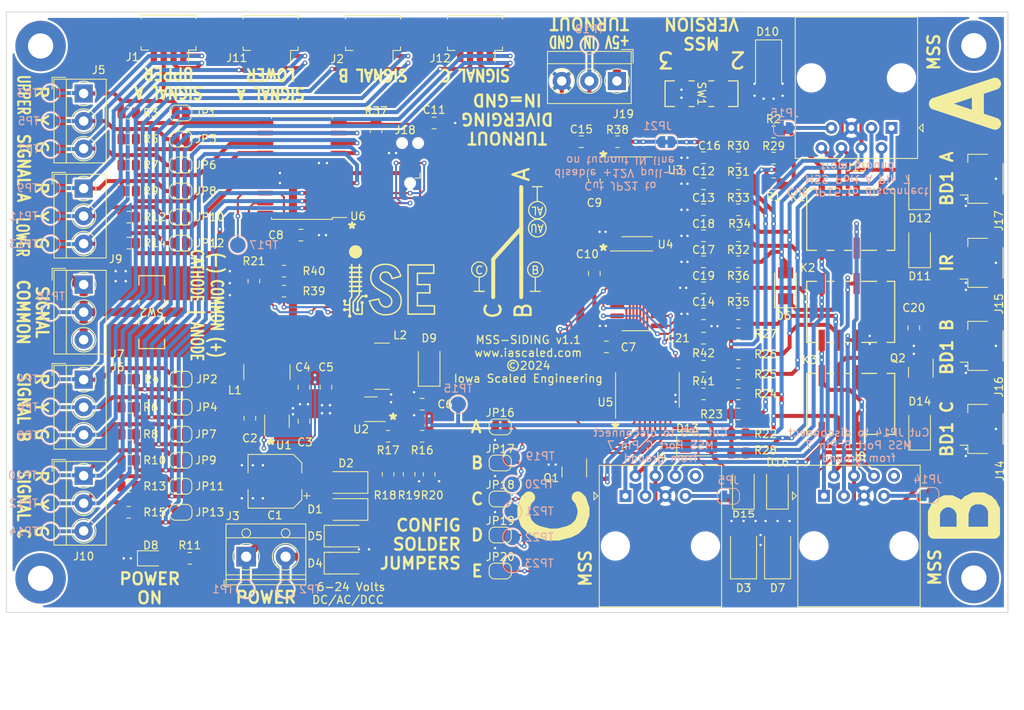
<source format=kicad_pcb>
(kicad_pcb (version 20211014) (generator pcbnew)
  (layers (0 "F.Cu" signal) (31 "B.Cu" signal) (34 "B.Paste" user) (35 "F.Paste" user) (36 "B.SilkS" user "B.Silkscreen") (37 "F.SilkS" user "F.Silkscreen") (38 "B.Mask" user) (39 "F.Mask" user) (44 "Edge.Cuts" user))
  (net 0 "")
  (net 1 "Net-(C1-Pad1)")
  (net 2 "GND")
  (net 3 "+5V")
  (net 4 "Net-(D1-Pad2)")
  (net 5 "Net-(D2-Pad2)")
  (net 6 "Net-(C2-Pad1)")
  (net 7 "Net-(C2-Pad2)")
  (net 12 "Net-(C11-Pad1)")
  (net 13 "Net-(C13-Pad1)")
  (net 14 "+12V")
  (net 15 "Net-(C12-Pad1)")
  (net 16 "Net-(C14-Pad1)")
  (net 17 "Net-(C16-Pad1)")
  (net 18 "Net-(D9-Pad2)")
  (net 19 "Net-(C17-Pad1)")
  (net 20 "Net-(C18-Pad1)")
  (net 21 "Net-(C19-Pad1)")
  (net 22 "/SIDE_S")
  (net 23 "Net-(D6-Pad1)")
  (net 24 "/POINTS_AA_OUT")
  (net 25 "/MAIN_S")
  (net 26 "Net-(D8-Pad2)")
  (net 27 "/POINTS_S")
  (net 28 "Net-(D11-Pad1)")
  (net 29 "/POINTS_A_OUT")
  (net 30 "Net-(J1-Pad1)")
  (net 31 "Net-(J1-Pad2)")
  (net 32 "Net-(J1-Pad3)")
  (net 33 "Net-(J1-Pad4)")
  (net 34 "Net-(J2-Pad1)")
  (net 35 "Net-(J2-Pad2)")
  (net 36 "Net-(J10-Pad1)")
  (net 37 "Net-(J2-Pad3)")
  (net 38 "/SIDE_AA_IN")
  (net 39 "/COM_SENSE")
  (net 40 "/SIDE_A_IN")
  (net 41 "/SIDE_AA_OUT")
  (net 42 "/SIDE_A_OUT")
  (net 43 "/B_SIGNAL_R")
  (net 44 "/B_SIGNAL_Y")
  (net 45 "/B_SIGNAL_G")
  (net 46 "Net-(J4-Pad7)")
  (net 48 "/MAIN_AA_IN")
  (net 49 "Net-(R16-Pad1)")
  (net 50 "Net-(R17-Pad1)")
  (net 51 "Net-(R18-Pad1)")
  (net 52 "/MAIN_A_IN")
  (net 53 "/MAIN_AA_OUT")
  (net 54 "/MAIN_A_OUT")
  (net 55 "Net-(J8-Pad7)")
  (net 57 "Net-(J11-Pad1)")
  (net 58 "Net-(J11-Pad2)")
  (net 59 "Net-(J10-Pad2)")
  (net 60 "Net-(J10-Pad3)")
  (net 61 "/POINTS_AA_IN")
  (net 62 "/POINTS_A_IN")
  (net 63 "Net-(J13-Pad7)")
  (net 64 "/POINTS_DA_OUT")
  (net 69 "/TO_NORMAL")
  (net 70 "/A_U_SIGNAL_R")
  (net 71 "/A_U_SIGNAL_Y")
  (net 72 "/A_U_SIGNAL_G")
  (net 73 "/A_L_SIGNAL_R")
  (net 74 "/C_SIGNAL_R")
  (net 75 "/A_L_SIGNAL_Y")
  (net 76 "/C_SIGNAL_Y")
  (net 77 "/A_L_SIGNAL_G")
  (net 78 "/C_SIGNAL_G")
  (net 79 "Net-(K1-Pad8)")
  (net 80 "/FORCE_POINTS_AA")
  (net 81 "/RELAY_DRV")
  (net 82 "Net-(R1-Pad1)")
  (net 83 "Net-(R2-Pad1)")
  (net 84 "Net-(R19-Pad1)")
  (net 85 "Net-(U3-Pad15)")
  (net 87 "Net-(R39-Pad1)")
  (net 89 "Net-(C15-Pad1)")
  (net 90 "Net-(K1-Pad4)")
  (net 91 "Net-(U4-Pad12)")
  (net 92 "Net-(U4-Pad15)")
  (net 93 "Net-(U3-Pad2)")
  (net 94 "Net-(U4-Pad6)")
  (net 95 "Net-(U4-Pad10)")
  (net 96 "/OPTION_A")
  (net 97 "/OPTION_B")
  (net 98 "/OPTION_C")
  (net 99 "/OPTION_D")
  (net 100 "/OPTION_E")
  (net 101 "Net-(J11-Pad3)")
  (net 102 "Net-(U3-Pad12)")
  (net 103 "Net-(U3-Pad10)")
  (net 106 "Net-(D13-Pad2)")
  (net 107 "Net-(R40-Pad1)")
  (net 108 "Net-(JP21-Pad1)")
  (net 109 "/APPR_LT")
  (net 110 "Net-(C21-Pad1)")
  (footprint "Resistor_SMD:R_0805_2012Metric" (layer "F.Cu") (at 48.641 184.912)
    (fp_text reference "R11")
    (fp_text value "1k")
  )
  (footprint "ISE_Generic:SOD-123T" (layer "F.Cu") (at 68.453 175.26 180)
    (fp_text reference "D2")
    (fp_text value "CDBM140G")
  )
  (footprint "Resistor_SMD:R_0805_2012Metric" (layer "F.Cu") (at 118.2135 161.50475)
    (fp_text reference "R25")
    (fp_text value "10k")
  )
  (footprint "Resistor_SMD:R_0805_2012Metric" (layer "F.Cu") (at 40.894 169.164 180)
    (fp_text reference "R8")
    (fp_text value "330")
  )
  (footprint "MountingHole:MountingHole_3.2mm_M3_Pad" (layer "F.Cu") (at 29.718 119.888)
    (fp_text reference "H4" hide)
    (fp_text value "MountingHole")
  )
  (footprint "Resistor_SMD:R_0805_2012Metric" (layer "F.Cu") (at 40.894 144.907 180)
    (fp_text reference "R14")
    (fp_text value "330")
  )
  (footprint "Connector_JST:JST_SH_SM04B-SRSS-TB_1x04-1MP_P1.00mm_Horizontal" (layer "F.Cu") (at 149.098 157.94875 90)
    (fp_text reference "J16")
    (fp_text value "SM04B-SRSS")
  )
  (footprint "Jumper:SolderJumper-2_P1.3mm_Open_RoundedPad1.0x1.5mm" (layer "F.Cu") (at 47.498 175.768 180)
    (fp_text reference "JP11")
    (fp_text value "SolderJumper_2_Open")
  )
  (footprint "ISE_UltraLibrarian:MSS6132-xxxMLC" (layer "F.Cu") (at 58.42 161.2773 -90)
    (fp_text reference "L1")
    (fp_text value "4.7uH" hide)
  )
  (footprint "Package_SO:SO-16_3.9x9.9mm_P1.27mm" (layer "F.Cu") (at 105.41 150.96375)
    (fp_text reference "U4")
    (fp_text value "74HC4049")
  )
  (footprint "Resistor_SMD:R_0805_2012Metric" (layer "F.Cu") (at 118.2135 137.37475 180)
    (fp_text reference "R31")
    (fp_text value "10k")
  )
  (footprint "TerminalBlock_MetzConnect:TerminalBlock_MetzConnect_Type059_RT06303HBWC_1x03_P3.50mm_Horizontal" (layer "F.Cu") (at 35.179 174.427 -90)
    (fp_text reference "J10")
    (fp_text value "Screw_Terminal_01x02")
  )
  (footprint "Jumper:SolderJumper-2_P1.3mm_Open_RoundedPad1.0x1.5mm" (layer "F.Cu") (at 47.498 169.164 180)
    (fp_text reference "JP7")
    (fp_text value "SolderJumper_2_Open")
  )
  (footprint "TerminalBlock_MetzConnect:TerminalBlock_MetzConnect_Type059_RT06303HBWC_1x03_P3.50mm_Horizontal" (layer "F.Cu") (at 35.179 125.913 -90)
    (fp_text reference "J5")
    (fp_text value "Screw_Terminal_01x02")
  )
  (footprint "Package_TO_SOT_SMD:SOT-23-5" (layer "F.Cu") (at 71.628 165.989 180)
    (fp_text reference "U2")
    (fp_text value "AP3012")
  )
  (footprint "Jumper:SolderJumper-2_P1.3mm_Open_RoundedPad1.0x1.5mm" (layer "F.Cu") (at 88.011 186.52375)
    (fp_text reference "JP20")
    (fp_text value "SolderJumper_2_Open")
  )
  (footprint "ISE_Generic:SOD-123T" (layer "F.Cu") (at 124.206 150.32875 90)
    (fp_text reference "D6")
    (fp_text value "CDBM140G")
  )
  (footprint "Resistor_SMD:R_0805_2012Metric" (layer "F.Cu") (at 122.682 134.112 180)
    (fp_text reference "R29")
    (fp_text value "10k")
  )
  (footprint "Jumper:SolderJumper-2_P1.3mm_Open_RoundedPad1.0x1.5mm" (layer "F.Cu") (at 47.498 135.001 180)
    (fp_text reference "JP6")
    (fp_text value "SolderJumper_2_Open")
  )
  (footprint "Connector:Tag-Connect_TC2030-IDC-NL_2x03_P1.27mm_Vertical" (layer "F.Cu") (at 76.581 134.747 90)
    (fp_text reference "J18")
    (fp_text value "AVR-ISP")
  )
  (footprint "Capacitor_SMD:C_0805_2012Metric" (layer "F.Cu") (at 113.792 150.58275 180)
    (fp_text reference "C19")
    (fp_text value "0.1uF")
  )
  (footprint "Connector_Molex:Molex_PicoBlade_53261-0471_1x04-1MP_P1.25mm_Horizontal" (layer "F.Cu") (at 58.888 118.737 180)
    (fp_text reference "J11")
    (fp_text value "Molex 0532610471")
  )
  (footprint "Jumper:SolderJumper-2_P1.3mm_Open_RoundedPad1.0x1.5mm" (layer "F.Cu") (at 47.498 128.397 180)
    (fp_text reference "JP1")
    (fp_text value "SolderJumper_2_Open")
  )
  (footprint "Resistor_SMD:R_0805_2012Metric" (layer "F.Cu") (at 118.2135 156.42475)
    (fp_text reference "R27")
    (fp_text value "10k")
  )
  (footprint "Capacitor_SMD:C_0805_2012Metric" (layer "F.Cu") (at 113.792 134.07275 180)
    (fp_text reference "C16")
    (fp_text value "0.1uF")
  )
  (footprint "Capacitor_SMD:C_0805_2012Metric" (layer "F.Cu") (at 140.462 155.66275 -90)
    (fp_text reference "C20")
    (fp_text value "10uF")
  )
  (footprint "LED_SMD:LED_0805_2012Metric" (layer "F.Cu") (at 43.688 184.912)
    (fp_text reference "D8")
    (fp_text value "GREEN LED")
  )
  (footprint "ISE_UltraLibrarian:SW_JS202011SCQN" (layer "F.Cu") (at 113.538 125.94475 -90)
    (fp_text reference "SW1")
    (fp_text value "JS202011SCQN")
  )
  (footprint "Connector_RJ:RJ45_Amphenol_54602-x08_Horizontal" (layer "F.Cu") (at 129.0675 176.97875)
    (fp_text reference "J8")
    (fp_text value "8P8C")
  )
  (footprint "Diode_SMD:D_SMA" (layer "F.Cu") (at 118.872 184.11075 90)
    (fp_text reference "D3")
    (fp_text value "SMAJ18A-TP")
  )
  (footprint "Resistor_SMD:R_0805_2012Metric" (layer "F.Cu") (at 118.2135 134.07275 180)
    (fp_text reference "R30")
    (fp_text value "10k")
  )
  (footprint "TerminalBlock_MetzConnect:TerminalBlock_MetzConnect_Type059_RT06303HBWC_1x03_P3.50mm_Horizontal" (layer "F.Cu") (at 35.179 150.17 -90)
    (fp_text reference "J7")
    (fp_text value "Screw_Terminal_01x02")
  )
  (footprint "Capacitor_SMD:C_0805_2012Metric" (layer "F.Cu") (at 56.261 167.132 -90)
    (fp_text reference "C2")
    (fp_text value "0.1uF")
  )
  (footprint "Resistor_SMD:R_0805_2012Metric" (layer "F.Cu") (at 40.894 138.303 180)
    (fp_text reference "R9")
    (fp_text value "330")
  )
  (footprint "ISE_Generic:SOD-123T" (layer "F.Cu") (at 113.157 170.561)
    (fp_text reference "D13")
    (fp_text value "CDBM140G")
  )
  (footprint "Resistor_SMD:R_0805_2012Metric" (layer "F.Cu") (at 118.2135 147.28075 180)
    (fp_text reference "R32")
    (fp_text value "10k")
  )
  (footprint "TerminalBlock_RND:TerminalBlock_RND_205-00012_1x02_P5.00mm_Horizontal" (layer "F.Cu") (at 55.793 184.704)
    (fp_text reference "J3")
    (fp_text value "Screw_Terminal_01x02")
  )
  (footprint "ISE_UltraLibrarian:RELAY_AGQ_A_PAN" (layer "F.Cu") (at 132.461 153.63075 -90)
    (fp_text reference "K2")
    (fp_text value "AGQ200A4H")
  )
  (footprint "TerminalBlock_MetzConnect:TerminalBlock_MetzConnect_Type059_RT06303HBWC_1x03_P3.50mm_Horizontal" (layer "F.Cu") (at 35.179 137.978 -90)
    (fp_text reference "J9")
    (fp_text value "Screw_Terminal_01x02")
  )
  (footprint "ISE_UltraLibrarian:RELAY_AGQ_A_PAN" (layer "F.Cu") (at 132.461 165.31475 -90)
    (fp_text reference "K3")
    (fp_text value "AGQ200A4H")
  )
  (footprint "ISE_UltraLibrarian:RELAY_AGQ_A_PAN" (layer "F.Cu") (at 132.461 141.94675 -90)
    (fp_text reference "K1")
    (fp_text value "AGQ200A4H")
  )
  (footprint "Resistor_SMD:R_0805_2012Metric" (layer "F.Cu") (at 40.894 141.605 180)
    (fp_text reference "R12")
    (fp_text value "330")
  )
  (footprint "Resistor_SMD:R_0805_2012Metric" (layer "F.Cu") (at 118.2135 158.96475 180)
    (fp_text reference "R26")
    (fp_text value "10k")
  )
  (footprint "Connector_RJ:RJ45_Amphenol_54602-x08_Horizontal" (layer "F.Cu") (at 103.886 176.99875)
    (fp_text reference "J4")
    (fp_text value "8P8C")
  )
  (footprint "Resistor_SMD:R_0805_2012Metric" (layer "F.Cu") (at 40.894 172.466 180)
    (fp_text reference "R10")
    (fp_text value "330")
  )
  (footprint "Resistor_SMD:R_0805_2012Metric" (layer "F.Cu") (at 60.579 148.463)
    (fp_text reference "R40")
    (fp_text value "10k")
  )
  (footprint "Jumper:SolderJumper-2_P1.3mm_Open_RoundedPad1.0x1.5mm" (layer "F.Cu") (at 88.011 172.80775)
    (fp_text reference "JP17")
    (fp_text value "SolderJumper_2_Open")
  )
  (footprint "Resistor_SMD:R_0805_2012Metric" (layer "F.Cu") (at 40.894 135.001 180)
    (fp_text reference "R7")
    (fp_text value "330")
  )
  (footprint "ISE_Generic:SOD-123T" (layer "F.Cu") (at 118.872 175.895 90)
    (fp_text reference "D15")
    (fp_text value "CDBM140G")
  )
  (footprint "Package_SO:SO-16_3.9x9.9mm_P1.27mm" (layer "F.Cu") (at 105.375 139.02575)
    (fp_text reference "U3")
    (fp_text value "74HC4049")
  )
  (footprint "Capacitor_SMD:C_0805_2012Metric" (layer "F.Cu") (at 99.949 136.99375 -90)
    (fp_text reference "C9")
    (fp_text value "0.1uF")
  )
  (footprint "ISE_UltraLibrarian:SW_JS202011SCQN" (layer "F.Cu") (at 43.815 153.67 180)
    (fp_text reference "SW2")
    (fp_text value "JS202011SCQN")
  )
  (footprint "ISE_Generic:SOD-123T" (layer "F.Cu") (at 123.19 175.896 90)
    (fp_text reference "D16")
    (fp_text value "CDBM140G")
  )
  (footprint "Resistor_SMD:R_0805_2012Metric" (layer "F.Cu") (at 118.2135 143.97875 180)
    (fp_text reference "R34")
    (fp_text value "10k")
  )
  (footprint "Capacitor_SMD:C_0805_2012Metric" (layer "F.Cu") (at 113.792 140.67675 180)
    (fp_text reference "C13")
    (fp_text value "0.1uF")
  )
  (footprint "Resistor_SMD:R_0805_2012Metric" (layer "F.Cu") (at 73.787 174.244 90)
    (fp_text reference "R18")
    (fp_text value "1k")
  )
  (footprint "Resistor_SMD:R_0805_2012Metric" (layer "F.Cu") (at 118.2135 153.88475 180)
    (fp_text reference "R35")
    (fp_text value "10k")
  )
  (footprint "Capacitor_SMD:C_0805_2012Metric" (layer "F.Cu") (at 99.949 148.73875 -90)
    (fp_text reference "C10")
    (fp_text value "0.1uF")
  )
  (footprint "Resistor_SMD:R_0805_2012Metric" (layer "F.Cu") (at 72.263 130.683 -90)
    (fp_text reference "R37")
    (fp_text value "10k")
  )
  (footprint "Resistor_SMD:R_0805_2012Metric" (layer "F.Cu") (at 118.2135 150.58275 180)
    (fp_text reference "R36")
    (fp_text value "10k")
  )
  (footprint "Resistor_SMD:R_0805_2012Metric" (layer "F.Cu") (at 118.2135 164.04475)
    (fp_text reference "R24")
    (fp_text value "10k")
  )
  (footprint "Resistor_SMD:R_0805_2012Metric" (layer "F.Cu") (at 60.579 151.003)
    (fp_text reference "R39")
    (fp_text value "10k")
  )
  (footprint "TerminalBlock_MetzConnect:TerminalBlock_MetzConnect_Type059_RT06303HBWC_1x03_P3.50mm_Horizontal" (layer "F.Cu") (at 35.179 162.235 -90)
    (fp_text reference "J6")
    (fp_text value "Screw_Terminal_01x02")
  )
  (footprint "Jumper:SolderJumper-2_P1.3mm_Open_RoundedPad1.0x1.5mm" (layer "F.Cu") (at 47.498 131.699 180)
    (fp_text reference "JP3")
    (fp_text value "SolderJumper_2_Open")
  )
  (footprint "Connector_Molex:Molex_PicoBlade_53261-0471_1x04-1MP_P1.25mm_Horizontal" (layer "F.Cu") (at 45.954 118.699 180)
    (fp_text reference "J1")
    (fp_text value "Molex 0532610471")
  )
  (footprint "Diode_SMD:D_SMA" (layer "F.Cu") (at 122.047 122.51575 -90)
    (fp_text reference "D10")
    (fp_text value "SMAJ18A-TP")
  )
  (footprint "Resistor_SMD:R_0805_2012Metric" (layer "F.Cu") (at 40.894 175.768 180)
    (fp_text reference "R13")
    (fp_text value "330")
  )
  (footprint "Capacitor_SMD:C_0805_2012Metric" (layer "F.Cu") (at 113.792 137.37475 180)
    (fp_text reference "C12")
    (fp_text value "0.1uF")
  )
  (footprint "Package_SO:SOIC-20W_7.5x12.8mm_P1.27mm" (layer "F.Cu") (at 62.865 135.382 180)
    (fp_text reference "U6")
    (fp_text value "ATtiny861A-S")
  )
  (footprint "Capacitor_SMD:C_0805_2012Metric" (layer "F.Cu") (at 63.119 167.513 90)
    (fp_text reference "C3")
    (fp_text value "10uF")
  )
  (footprint "Jumper:SolderJumper-2_P1.3mm_Open_RoundedPad1.0x1.5mm" (layer "F.Cu") (at 47.513 165.735 180)
    (fp_text reference "JP4")
    (fp_text value "SolderJumper_2_Open")
  )
  (footprint "TerminalBlock_MetzConnect:TerminalBlock_MetzConnect_Type059_RT06303HBWC_1x03_P3.50mm_Horizontal" (layer "F.Cu") (at 102.814 124.333 180)
    (fp_text reference "J19")
    (fp_text value "Screw_Terminal_01x02")
  )
  (footprint "Resistor_SMD:R_0805_2012Metric" (layer "F.Cu") (at 78.105 169.418)
    (fp_text reference "R16")
    (fp_text value "10k")
  )
  (footprint "Connector_JST:JST_SH_SM04B-SRSS-TB_1x04-1MP_P1.00mm_Horizontal" (layer "F.Cu") (at 149.098 168.48975 90)
    (fp_text reference "J14")
    (fp_text value "SM04B-SRSS")
  )
  (footprint "Capacitor_SMD:C_0805_2012Metric" (layer "F.Cu") (at 113.792 143.97875 180)
    (fp_text reference "C18")
    (fp_text value "0.1uF")
  )
  (footprint "Capacitor_SMD:C_0805_2012Metric" (layer "F.Cu") (at 79.629 129.667)
    (fp_text reference "C11")
    (fp_text value "1uF")
  )
  (footprint "Resistor_SMD:R_0805_2012Metric" (layer "F.Cu") (at 40.894 179.07 180)
    (fp_text reference "R15")
    (fp_text value "330")
  )
  (footprint "ISE_Generic:SOD-123T" (layer "F.Cu") (at 141.224 145.24875 90)
    (fp_text reference "D11")
    (fp_text value "CDBM140G")
  )
  (footprint "Jumper:SolderJumper-2_P1.3mm_Open_RoundedPad1.0x1.5mm" (layer "F.Cu") (at 88.011 177.37975)
    (fp_text reference "JP18")
    (fp_text value "SolderJumper_2_Open")
  )
  (footprint "Resistor_SMD:R_0805_2012Metric" (layer "F.Cu") (at 122.682 137.37475 180)
    (fp_text reference "R1")
    (fp_text value "1k")
  )
  (footprint "Resistor_SMD:R_0805_2012Metric" (layer "F.Cu") (at 122.682 130.81)
    (fp_text reference "R2")
    (fp_text value "1k")
  )
  (footprint "Resistor_SMD:R_0805_2012Metric" (layer "F.Cu") (at 102.87 132.04075 180)
    (fp_text reference "R38")
    (fp_text value "10k")
  )
  (footprint "Resistor_SMD:R_0805_2012Metric" (layer "F.Cu") (at 40.894 165.735 180)
    (fp_text reference "R6")
    (fp_text value "330")
  )
  (footprint "Connector_Molex:Molex_PicoBlade_53261-0471_1x04-1MP_P1.25mm_Horizontal" (layer "F.Cu") (at 84.816 118.737 180)
    (fp_text reference "J12")
    (fp_text value "Molex 0532610471")
  )
  (footprint "Capacitor_SMD:C_0805_2012Metric" (layer "F.Cu") (at 113.792 147.28075 180)
    (fp_text reference "C17")
    (fp_text value "0.1uF")
  )
  (footprint "Capacitor_SMD:C_0805_2012Metric" (layer "F.Cu") (at 78.105 165.354 180)
    (fp_text reference "C6")
    (fp_text value "10uF")
  )
  (footprint "Jumper:SolderJumper-2_P1.3mm_Open_RoundedPad1.0x1.5mm" (layer "F.Cu") (at 47.513 162.179 180)
    (fp_text reference "JP2")
    (fp_text value "SolderJumper_2_Open")
  )
  (footprint "Capacitor_SMD:C_0805_2012Metric" (layer "F.Cu") (at 98.298 132.04075 180)
    (fp_text reference "C15")
    (fp_text value "0.1uF")
  )
  (footprint "Resistor_SMD:R_0805_2012Metric" (layer "F.Cu") (at 78.994 174.244 90)
    (fp_text reference "R20")
    (fp_text value "330")
  )
  (footprint "Jumper:SolderJumper-2_P1.3mm_Open_RoundedPad1.0x1.5mm" (layer "F.Cu") (at 47.513 172.466 180)
    (fp_text reference "JP9")
    (fp_text value "SolderJumper_2_Open")
  )
  (footprint "ISE_Generic:SOD-123T" (layer "F.Cu") (at 68.453 178.689 180)
    (fp_text reference "D1")
    (fp_text value "CDBM140G")
  )
  (footprint "Jumper:SolderJumper-2_P1.3mm_Open_RoundedPad1.0x1.5mm" (layer "F.Cu") (at 88.011 181.95175)
    (fp_text reference "JP19")
    (fp_text value "SolderJumper_2_Open")
  )
  (footprint "Capacitor_SMD:C_0805_2012Metric" (layer "F.Cu") (at 101.473 158.07575)
    (fp_text reference "C7")
    (fp_text value "0.1uF")
  )
  (footprint "ISE_Generic:SOD-123T" (layer "F.Cu") (at 68.453 182.118)
    (fp_text reference "D5")
    (fp_text value "CDBM140G")
  )
  (footprint "Resistor_SMD:R_0805_2012Metric" (layer "F.Cu") (at 118.2135 140.67675 180)
    (fp_text reference "R33")
    (fp_text value "10k")
  )
  (footprint "Resistor_SMD:R_0805_2012Metric" (layer "F.Cu") (at 40.894 162.179 180)
    (fp_text reference "R4")
    (fp_text value "330")
  )
  (footprint "Capacitor_SMD:C_0805_2012Metric" (layer "F.Cu") (at 65.913 163.195 -90)
    (fp_text reference "C5")
    (fp_text value "22uF")
  )
  (footprint "Capacitor_SMD:C_0805_2012Metric" (layer "F.Cu") (at 62.738 143.891)
    (fp_text reference "C8")
    (fp_text value "0.1uF")
  )
  (footprint "Resistor_SMD:R_0805_2012Metric" (layer "F.Cu") (at 73.787 169.418)
    (fp_text reference "R17")
    (fp_text value "10k")
  )
  (footprint "Connector_RJ:RJ45_Amphenol_54602-x08_Horizontal" (layer "F.Cu") (at 137.6325 130.28275 180)
    (fp_text reference "J13")
    (fp_text value "8P8C")
  )
  (footprint "Jumper:SolderJumper-2_P1.3mm_Open_RoundedPad1.0x1.5mm" (layer "F.Cu") (at 47.498 138.303 180)
    (fp_text reference "JP8")
    (fp_text value "SolderJumper_2_Open")
  )
  (footprint "Connector_JST:JST_SH_SM04B-SRSS-TB_1x04-1MP_P1.00mm_Horizontal" (layer "F.Cu") (at 149.098 147.40775 90)
    (fp_text reference "J15")
    (fp_text value "SM04B-SRSS")
  )
  (footprint "Package_TO_SOT_SMD:TSOT-23-6" (layer "F.Cu") (at 59.69 167.513 90)
    (fp_text reference "U1")
    (fp_text value "AP63205WU")
  )
  (footprint "Resistor_SMD:R_0805_2012Metric" (layer "F.Cu") (at 118.2135 166.58475)
    (fp_text reference "R23")
    (fp_text value "10k")
  )
  (footprint "Package_TO_SOT_SMD:SOT-23" (layer "F.Cu") (at 97.409 173.95075 -90)
    (fp_text reference "Q1")
    (fp_text value "ZXMS6004FF")
  )
  (footprint "MountingHole:MountingHole_3.2mm_M3_Pad" (layer "F.Cu") (at 29.718 187.452)
    (fp_text reference "H1" hide)
    (fp_text value "MountingHole")
  )
  (footprint "Capacitor_SMD:C_0805_2012Metric" (layer "F.Cu") (at 63.119 163.195 -90)
    (fp_text reference "C4")
    (fp_text value "22uF")
  )
  (footprint "Package_TO_SOT_SMD:SOT-23" (layer "F.Cu") (at 141.351 161.29 -90)
    (fp_text reference "Q2")
    (fp_text value "DRDC3105-7")
  )
  (footprint "Capacitor_SMD:C_0805_2012Metric" (layer "F.Cu") (at 113.792 153.88475 180)
    (fp_text reference "C14")
    (fp_text value "0.1uF")
  )
  (footprint "ISE_Generic:SOD-123T" (layer "F.Cu") (at 79.0194 160.29975 90)
    (fp_text reference "D9")
    (fp_text value "CDBM140G")
  )
  (footprint "Capacitor_SMD:CP_Elec_6.3x5.8" (layer "F.Cu") (at 59.436 175.133 180)
    (fp_text reference "C1")
    (fp_text value "68uF")
  )
  (footprint "Connector_Molex:Molex_PicoBlade_53261-0471_1x04-1MP_P1.25mm_Horizontal" (layer "F.Cu") (at 71.882 118.745 180)
    (fp_text reference "J2")
    (fp_text value "Molex 0532610471")
  )
  (footprint "MountingHole:MountingHole_3.2mm_M3_Pad" (layer "F.Cu") (at 148.082 187.41275)
    (fp_text reference "H3" hide)
    (fp_text value "MountingHole")
  )
  (footprint "Jumper:SolderJumper-2_P1.3mm_Open_RoundedPad1.0x1.5mm" (layer "F.Cu") (at 47.498 141.605 180)
    (fp_text reference "JP10")
    (fp_text value "SolderJumper_2_Open")
  )
  (footprint "Resistor_SMD:R_0805_2012Metric" (layer "F.Cu") (at 118.237 171.53775)
    (fp_text reference "R28")
    (fp_text value "10k")
  )
  (footprint "Jumper:SolderJumper-2_P1.3mm_Open_RoundedPad1.0x1.5mm" (layer "F.Cu") (at 47.498 144.907 180)
    (fp_text reference "JP12")
    (fp_text value "SolderJumper_2_Open")
  )
  (footprint "Resistor_SMD:R_0805_2012Metric" (layer "F.Cu") (at 40.894 128.397 180)
    (fp_text reference "R3")
    (fp_text value "330")
  )
  (footprint "Resistor_SMD:R_0805_2012Metric" (layer "F.Cu") (at 118.2135 169.12475)
    (fp_text reference "R22")
    (fp_text value "10k")
  )
  (footprint "Jumper:SolderJumper-2_P1.3mm_Open_RoundedPad1.0x1.5mm" (layer "F.Cu") (at 47.513 179.07 180)
    (fp_text reference "JP13")
    (fp_text value "SolderJumper_2_Open")
  )
  (footprint "Resistor_SMD:R_0805_2012Metric" (layer "F.Cu") (at 113.792 164.04475 180)
    (fp_text reference "R41")
    (fp_text value "10k")
  )
  (footprint "ISE_Generic:SOD-123T" (layer "F.Cu") (at 141.224 168.402 90)
    (fp_text reference "D14")
    (fp_text value "CDBM140G")
  )
  (footprint "Resistor_SMD:R_0805_2012Metric" (layer "F.Cu") (at 56.769 149.733 -90)
    (fp_text reference "R21")
    (fp_text value "10k")
  )
  (footprint "Connector_JST:JST_SH_SM04B-SRSS-TB_1x04-1MP_P1.00mm_Horizontal" (layer "F.Cu") (at 149.098 136.73975 90)
    (fp_text reference "J17")
    (fp_text value "SM04B-SRSS")
  )
  (footprint "Diode_SMD:D_SMA" (layer "F.Cu") (at 123.19 184.11075 90)
    (fp_text reference "D7")
    (fp_text value "SMAJ18A-TP")
  )
  (footprint "Resistor_SMD:R_0805_2012Metric" (layer "F.Cu") (at 76.454 174.244 -90)
    (fp_text reference "R19")
    (fp_text value "1k")
  )
  (footprint "MountingHole:MountingHole_3.2mm_M3_Pad" (layer "F.Cu") (at 148.082 119.84875)
    (fp_text reference "H2" hide)
    (fp_text value "MountingHole")
  )
  (footprint "Resistor_SMD:R_0805_2012Metric" (layer "F.Cu") (at 113.792 160.528)
    (fp_text reference "R42")
    (fp_text value "10k")
  )
  (footprint "Resistor_SMD:R_0805_2012Metric" (layer "F.Cu") (at 40.894 131.699 180)
    (fp_text reference "R5")
    (fp_text value "330")
  )
  (footprint "ISE_Generic:SOD-123T" (layer "F.Cu") (at 68.453 185.547)
    (fp_text reference "D4")
    (fp_text value "CDBM140G")
  )
  (footprint "Capacitor_SMD:C_0805_2012Metric" (layer "F.Cu") (at 113.792 156.972)
    (fp_text reference "C21")
    (fp_text value "0.1uF")
  )
  (footprint "Package_SO:TSSOP-24_4.4x7.8mm_P0.65mm" (layer "F.Cu") (at 106.68 163.53675 90)
    (fp_text reference "U5")
    (fp_text value "PCA9555PW")
  )
  (footprint "ISE_UltraLibrarian:MSS6132-xxxMLC" (layer "F.Cu") (at 73.0123 160.528)
    (fp_text reference "L2")
    (fp_text value "4.7uH" hide)
  )
  (footprint "Jumper:SolderJumper-2_P1.3mm_Open_RoundedPad1.0x1.5mm" (layer "F.Cu") (at 88.011 168.23575)
    (fp_text reference "JP16")
    (fp_text value "SolderJumper_2_Open")
  )
  (footprint "ISE_Generic:SOD-123T" (layer "F.Cu") (at 141.224 137.88275 90)
    (fp_text reference "D12")
    (fp_text value "CDBM140G")
  )
  (footprint "TestPoint:TestPoint_Pad_D2.0mm" (layer "B.Cu") (at 30.988 181.483 180)
    (fp_text reference "TP14")
    (fp_text value "TestPoint")
  )
  (footprint "TestPoint:TestPoint_Pad_D2.0mm" (layer "B.Cu") (at 30.988 162.179 180)
    (fp_text reference "TP4")
    (fp_text value "TestPoint")
  )
  (footprint "Jumper:SolderJumper-2_P1.3mm_Bridged_RoundedPad1.0x1.5mm" (layer "B.Cu") (at 116.952 177.038 180)
    (fp_text reference "JP5")
    (fp_text value "SolderJumper_2_Bridged")
  )
  (footprint "TestPoint:TestPoint_Pad_D2.0mm" (layer "B.Cu") (at 30.988 141.478 180)
    (fp_text reference "TP11")
    (fp_text value "TestPoint")
  )
  (footprint "TestPoint:TestPoint_Pad_D2.0mm" (layer "B.Cu") (at 31.002 174.371 180)
    (fp_text reference "TP10")
    (fp_text value "TestPoint")
  )
  (footprint "TestPoint:TestPoint_Pad_D2.0mm" (layer "B.Cu") (at 60.833 188.849 180)
    (fp_text reference "TP2")
    (fp_text value "TestPoint")
  )
  (footprint "TestPoint:TestPoint_Pad_D2.0mm" (layer "B.Cu") (at 54.737 145.161 180)
    (fp_text reference "TP17")
    (fp_text value "TestPoint")
  )
  (footprint "Jumper:SolderJumper-2_P1.3mm_Bridged_RoundedPad1.0x1.5mm" (layer "B.Cu") (at 109.093 132.08 180)
    (fp_text reference "JP21")
    (fp_text value "SolderJumper_2_Bridged")
  )
  (footprint "TestPoint:TestPoint_Pad_D2.0mm" (layer "B.Cu") (at 30.988 125.857 180)
    (fp_text reference "TP3")
    (fp_text value "TestPoint")
  )
  (footprint "TestPoint:TestPoint_Pad_D2.0mm" (layer "B.Cu") (at 99.314 119.761 180)
    (fp_text reference "TP18")
    (fp_text value "TestPoint")
  )
  (footprint "Jumper:SolderJumper-2_P1.3mm_Bridged_RoundedPad1.0x1.5mm" (layer "B.Cu") (at 142.24 176.911 180)
    (fp_text reference "JP14")
    (fp_text value "SolderJumper_2_Bridged")
  )
  (footprint "TestPoint:TestPoint_Pad_D2.0mm" (layer "B.Cu") (at 89.535 178.943 180)
    (fp_text reference "TP21")
    (fp_text value "TestPoint")
  )
  (footprint "TestPoint:TestPoint_Pad_D2.0mm" (layer "B.Cu") (at 30.988 153.67 180)
    (fp_text reference "TP16")
    (fp_text value "TestPoint")
  )
  (footprint "TestPoint:TestPoint_Pad_D2.0mm" (layer "B.Cu") (at 30.988 165.735 180)
    (fp_text reference "TP6")
    (fp_text value "TestPoint")
  )
  (footprint "Jumper:SolderJumper-2_P1.3mm_Bridged_RoundedPad1.0x1.5mm" (layer "B.Cu") (at 124.079 130.302)
    (fp_text reference "JP15")
    (fp_text value "SolderJumper_2_Bridged")
  )
  (footprint "TestPoint:TestPoint_Pad_D2.0mm" (layer "B.Cu") (at 82.677 165.354 180)
    (fp_text reference "TP15")
    (fp_text value "TestPoint")
  )
  (footprint "TestPoint:TestPoint_Pad_D2.0mm" (layer "B.Cu") (at 89.535 185.547 180)
    (fp_text reference "TP23")
    (fp_text value "TestPoint")
  )
  (footprint "TestPoint:TestPoint_Pad_D2.0mm" (layer "B.Cu") (at 89.535 172.085 180)
    (fp_text reference "TP19")
    (fp_text value "TestPoint")
  )
  (footprint "TestPoint:TestPoint_Pad_D2.0mm" (layer "B.Cu") (at 30.988 145.034 180)
    (fp_text reference "TP13")
    (fp_text value "TestPoint")
  )
  (footprint "TestPoint:TestPoint_Pad_D2.0mm" (layer "B.Cu") (at 30.988 177.927 180)
    (fp_text reference "TP12")
    (fp_text value "TestPoint")
  )
  (footprint "TestPoint:TestPoint_Pad_D2.0mm" (layer "B.Cu") (at 30.988 169.291 180)
    (fp_text reference "TP8")
    (fp_text value "TestPoint")
  )
  (footprint "TestPoint:TestPoint_Pad_D2.0mm" (layer "B.Cu") (at 30.988 132.969 180)
    (fp_text reference "TP7")
    (fp_text value "TestPoint")
  )
  (footprint "TestPoint:TestPoint_Pad_D2.0mm" (layer "B.Cu") (at 89.535 175.514 180)
    (fp_text reference "TP20")
    (fp_text value "TestPoint")
  )
  (footprint "TestPoint:TestPoint_Pad_D2.0mm" (layer "B.Cu") (at 30.988 137.922 180)
    (fp_text reference "TP9")
    (fp_text value "TestPoint")
  )
  (footprint "TestPoint:TestPoint_Pad_D2.0mm" (layer "B.Cu") (at 30.988 129.413 180)
    (fp_text reference "TP5")
    (fp_text value "TestPoint")
  )
  (footprint "TestPoint:TestPoint_Pad_D2.0mm" (layer "B.Cu") (at 89.535 182.245 180)
    (fp_text reference "TP22")
    (fp_text value "TestPoint")
  )
  (footprint "TestPoint:TestPoint_Pad_D2.0mm" (layer "B.Cu") (at 55.753 188.849 180)
    (fp_text reference "TP1")
    (fp_text value "TestPoint")
  )
  (gr_poly (pts (xy 71.015214 151.419593) (xy 71.030081 151.421362) (xy 71.044864 151.424031) (xy 71.059451 151.427574) (xy 71.073733 151.431959) (xy 71.087598 151.437159) (xy 71.100936 151.443145) (xy 71.113636 151.449887) (xy 71.125588 151.457356) (xy 71.136681 151.465525) (xy 71.14187 151.469862) (xy 71.146804 151.474363) (xy 71.151468 151.479024) (xy 71.155848 151.483842) (xy 71.164598 151.494387) (xy 71.172598 151.505233) (xy 71.179853 151.51635) (xy 71.186367 151.527709) (xy 71.192147 151.539279) (xy 71.197199 151.55103) (xy 71.201527 151.562933) (xy 71.205137 151.574958) (xy 71.208036 151.587074) (xy 71.210228 151.599253) (xy 71.211719 151.611464) (xy 71.212514 151.623678) (xy 71.21262 151.635864) (xy 71.212041 151.647993) (xy 71.210783 151.660035) (xy 71.208853 151.67196) (xy 71.206254 151.683739) (xy 71.202994 151.69534) (xy 71.199077 151.706736) (xy 71.194509 151.717895) (xy 71.189295 151.728787) (xy 71.183442 151.739384) (xy 71.176954 151.749655) (xy 71.169838 151.759571) (xy 71.162098 151.7691) (xy 71.153741 151.778215) (xy 71.144771 151.786884) (xy 71.135195 151.795078) (xy 71.125018 151.802768) (xy 71.114246 151.809922) (xy 71.102883 151.816512) (xy 71.090937 151.822508) (xy 71.081002 151.826725) (xy 71.070561 151.83038) (xy 71.059686 151.833472) (xy 71.048449 151.836002) (xy 71.036923 151.83797) (xy 71.025179 151.839376) (xy 71.013291 151.840219) (xy 71.001331 151.8405) (xy 70.989371 151.840219) (xy 70.977483 151.839376) (xy 70.965739 151.83797) (xy 70.954213 151.836002) (xy 70.942976 151.833472) (xy 70.932101 151.83038) (xy 70.92166 151.826725) (xy 70.911726 151.822508) (xy 70.905091 151.819062) (xy 70.89797 151.814881) (xy 70.89049 151.810073) (xy 70.882776 151.804748) (xy 70.874954 151.799014) (xy 70.867151 151.792979) (xy 70.859493 151.786751) (xy 70.852106 151.78044) (xy 70.845116 151.774153) (xy 70.838648 151.768) (xy 70.83283 151.762089) (xy 70.827786 151.756528) (xy 70.823644 151.751426) (xy 70.821951 151.749081) (xy 70.82053 151.746892) (xy 70.819397 151.744871) (xy 70.818568 151.743033) (xy 70.81806 151.741391) (xy 70.817887 151.739959) (xy 70.817163 151.739306) (xy 70.815038 151.738673) (xy 70.806873 151.737478) (xy 70.793962 151.736399) (xy 70.776876 151.735461) (xy 70.756185 151.734688) (xy 70.732459 151.734105) (xy 70.678187 151.733609) (xy 70.538487 151.733609) (xy 70.283076 152.056047) (xy 70.027665 152.379192) (xy 70.027665 153.170825) (xy 70.046009 153.180703) (xy 70.05182 153.184155) (xy 70.057837 153.188377) (xy 70.064 153.193296) (xy 70.070251 153.198838) (xy 70.076532 153.20493) (xy 70.082782 153.211498) (xy 70.088943 153.218469) (xy 70.094957 153.22577) (xy 70.100764 153.233328) (xy 70.106305 153.241068) (xy 70.111522 153.248918) (xy 70.116355 153.256804) (xy 70.120746 153.264652) (xy 70.124636 153.27239) (xy 70.127965 153.279945) (xy 70.130676 153.287241) (xy 70.133587 153.297369) (xy 70.135976 153.308102) (xy 70.137847 153.319336) (xy 70.139208 153.330964) (xy 70.140065 153.342882) (xy 70.140424 153.354983) (xy 70.140291 153.367164) (xy 70.139672 153.379317) (xy 70.138573 153.391338) (xy 70.137001 153.403121) (xy 70.134962 153.414561) (xy 70.132462 153.425553) (xy 70.129507 153.43599) (xy 70.126103 153.445769) (xy 70.122258 153.454782) (xy 70.117976 153.462925) (xy 70.109807 153.475881) (xy 70.101176 153.488023) (xy 70.092084 153.499349) (xy 70.082533 153.509855) (xy 70.072522 153.519539) (xy 70.062054 153.528397) (xy 70.051128 153.536426) (xy 70.039747 153.543623) (xy 70.027911 153.549985) (xy 70.015622 153.555509) (xy 70.00288 153.560191) (xy 69.989686 153.564029) (xy 69.976041 153.56702) (xy 69.961947 153.56916) (xy 69.947405 153.570446) (xy 69.932414 153.570875) (xy 69.92113 153.570613) (xy 69.910039 153.569832) (xy 69.899151 153.568544) (xy 69.888478 153.566759) (xy 69.878032 153.56449) (xy 69.867822 153.561746) (xy 69.857859 153.558539) (xy 69.848156 153.554879) (xy 69.838722 153.550778) (xy 69.829569 153.546247) (xy 69.820708 153.541297) (xy 69.812149 153.535938) (xy 69.803904 153.530182) (xy 69.795984 153.524039) (xy 69.788399 153.517521) (xy 69.781161 153.510638) (xy 69.774281 153.503402) (xy 69.767769 153.495824) (xy 69.761636 153.487914) (xy 69.755895 153.479683) (xy 69.750555 153.471143) (xy 69.745627 153.462305) (xy 69.741123 153.453179) (xy 69.737053 153.443776) (xy 69.733429 153.434107) (xy 69.730261 153.424184) (xy 69.72756 153.414018) (xy 69.725338 153.403618) (xy 69.723605 153.392997) (xy 69.722373 153.382166) (xy 69.721652 153.371134) (xy 69.721453 153.359914) (xy 69.721727 153.347659) (xy 69.72255 153.335757) (xy 69.723928 153.324198) (xy 69.725863 153.312972) (xy 69.728361 153.302069) (xy 69.731425 153.291478) (xy 69.73506 153.281188) (xy 69.739269 153.27119) (xy 69.744057 153.261474) (xy 69.749428 153.252027) (xy 69.755386 153.242842) (xy 69.761935 153.233906) (xy 69.769079 153.225211) (xy 69.776823 153.216744) (xy 69.785171 153.208497) (xy 69.794126 153.200459) (xy 69.830109 153.169414) (xy 69.830109 152.303697) (xy 70.135615 151.917053) (xy 70.440414 151.529703) (xy 70.627387 151.528997) (xy 70.814359 151.528292) (xy 70.833409 151.500775) (xy 70.837994 151.494486) (xy 70.843 151.488329) (xy 70.848403 151.48232) (xy 70.854179 151.476478) (xy 70.860301 151.470816) (xy 70.866746 151.465354) (xy 70.873489 151.460106) (xy 70.880505 151.45509) (xy 70.887768 151.450322) (xy 70.895255 151.445819) (xy 70.90294 151.441597) (xy 70.910799 151.437672) (xy 70.918807 151.434062) (xy 70.926939 151.430782) (xy 70.93517 151.42785) (xy 70.943476 151.425281) (xy 70.950226 151.423563) (xy 70.957108 151.422109) (xy 70.971209 151.419984) (xy 70.985667 151.418875) (xy 71.000372 151.418754)) (layer "F.SilkS") (width 0) (fill solid))
  (gr_poly (pts (xy 69.279776 147.909498) (xy 70.048831 147.909498) (xy 70.048831 147.55672) (xy 70.246387 147.55672) (xy 70.246387 147.909498) (xy 70.500387 147.909498) (xy 70.500387 148.12822) (xy 70.246387 148.12822) (xy 70.246387 148.502164) (xy 70.500387 148.502164) (xy 70.500387 148.727942) (xy 70.246387 148.727942) (xy 70.246387 149.101886) (xy 70.500387 149.101886) (xy 70.500387 149.320609) (xy 70.246387 149.320609) (xy 70.246387 149.694553) (xy 70.500387 149.694553) (xy 70.500387 149.920331) (xy 70.246387 149.920331) (xy 70.246387 150.294275) (xy 70.500387 150.294275) (xy 70.500387 150.520053) (xy 70.246387 150.520053) (xy 70.246387 150.886942) (xy 70.500387 150.886942) (xy 70.500387 151.119776) (xy 70.246387 151.119776) (xy 70.246387 151.448564) (xy 69.854803 151.943158) (xy 69.46322 152.438458) (xy 69.46322 153.550414) (xy 69.599392 153.686586) (xy 69.734859 153.822053) (xy 70.401609 153.822053) (xy 70.401609 153.237147) (xy 70.401581 153.04688) (xy 70.401516 152.969547) (xy 70.401388 152.90299) (xy 70.401295 152.873497) (xy 70.401178 152.846392) (xy 70.401036 152.821572) (xy 70.400865 152.798935) (xy 70.400663 152.77838) (xy 70.400427 152.759803) (xy 70.400156 152.743103) (xy 70.399845 152.728177) (xy 70.399493 152.714924) (xy 70.399097 152.70324) (xy 70.398655 152.693025) (xy 70.398416 152.688435) (xy 70.398164 152.684175) (xy 70.397899 152.68023) (xy 70.397621 152.676589) (xy 70.397329 152.673237) (xy 70.397023 152.670164) (xy 70.396704 152.667355) (xy 70.396369 152.664798) (xy 70.39602 152.66248) (xy 70.395656 152.660389) (xy 70.395276 152.658511) (xy 70.39488 152.656834) (xy 70.394468 152.655346) (xy 70.39404 152.654033) (xy 70.393595 152.652882) (xy 70.393133 152.651881) (xy 70.392653 152.651018) (xy 70.392156 152.650278) (xy 70.39164 152.64965) (xy 70.391106 152.649121) (xy 70.390553 152.648678) (xy 70.389982 152.648307) (xy 70.389391 152.647998) (xy 70.38878 152.647736) (xy 70.387498 152.647303) (xy 70.385168 152.646411) (xy 70.382686 152.645199) (xy 70.377311 152.641878) (xy 70.371474 152.637463) (xy 70.365273 152.632078) (xy 70.358807 152.625846) (xy 70.352176 152.618889) (xy 70.345479 152.611331) (xy 70.338815 152.603294) (xy 70.332283 152.594901) (xy 70.325982 152.586276) (xy 70.320013 152.577542) (xy 70.314473 152.568821) (xy 70.309462 152.560236) (xy 70.30508 152.551911) (xy 70.301426 152.543968) (xy 70.298598 152.536531) (xy 70.295571 152.526381) (xy 70.293099 152.515818) (xy 70.291178 152.50491) (xy 70.2898 152.493724) (xy 70.28896 152.482327) (xy 70.288651 152.470786) (xy 70.288867 152.459169) (xy 70.289602 152.447543) (xy 70.290849 152.435974) (xy 70.292603 152.424531) (xy 70.294857 152.41328) (xy 70.297606 152.402288) (xy 70.300842 152.391623) (xy 70.304559 152.381351) (xy 70.308752 152.371541) (xy 70.313414 152.362259) (xy 70.317943 152.354175) (xy 70.322555 152.346569) (xy 70.327285 152.339409) (xy 70.332167 152.332658) (xy 70.337235 152.326284) (xy 70.342523 152.320252) (xy 70.348065 152.314527) (xy 70.353896 152.309077) (xy 70.360049 152.303866) (xy 70.366558 152.298862) (xy 70.373459 152.294028) (xy 70.380784 152.289332) (xy 70.388568 152.28474) (xy 70.396845 152.280217) (xy 70.405649 152.275729) (xy 70.415014 152.271242) (xy 70.426342 152.266266) (xy 70.431503 152.264196) (xy 70.436446 152.262389) (xy 70.441256 152.260835) (xy 70.44602 152.259521) (xy 70.450826 152.258437) (xy 70.45576 152.257572) (xy 70.460909 152.256912) (xy 70.46636 152.256448) (xy 70.4722 152.256169) (xy 70.478515 152.256061) (xy 70.485392 152.256115) (xy 70.492918 152.256319) (xy 70.510264 152.25713) (xy 70.522321 152.257928) (xy 70.533658 152.259013) (xy 70.544334 152.260408) (xy 70.554406 152.262135) (xy 70.563932 152.264219) (xy 70.572971 152.26668) (xy 70.581579 152.269543) (xy 70.589816 152.272829) (xy 70.597738 152.276562) (xy 70.605404 152.280764) (xy 70.612872 152.285458) (xy 70.620199 152.290667) (xy 70.627443 152.296413) (xy 70.634663 152.302719) (xy 70.641915 152.309608) (xy 70.649259 152.317103) (xy 70.657125 152.325595) (xy 70.664335 152.333913) (xy 70.670907 152.342114) (xy 70.676864 152.350253) (xy 70.682225 152.358388) (xy 70.687012 152.366576) (xy 70.691244 152.374873) (xy 70.694944 152.383337) (xy 70.69813 152.392024) (xy 70.700825 152.400991) (xy 70.703049 152.410295) (xy 70.704821 152.419993) (xy 70.706164 152.430141) (xy 70.707098 152.440797) (xy 70.707643 152.452017) (xy 70.70782 152.463858) (xy 70.70767 152.477371) (xy 70.706952 152.490398) (xy 70.705659 152.502952) (xy 70.703785 152.515044) (xy 70.701324 152.526686) (xy 70.69827 152.537888) (xy 70.694617 152.548663) (xy 70.690357 152.559021) (xy 70.685486 152.568973) (xy 70.68282 152.573801) (xy 70.679997 152.578532) (xy 70.677019 152.583168) (xy 70.673884 152.587709) (xy 70.66714 152.596514) (xy 70.65976 152.60496) (xy 70.651737 152.613058) (xy 70.643064 152.620818) (xy 70.633737 152.628253) (xy 70.59987 152.654359) (xy 70.59987 153.33663) (xy 70.599164 154.019608) (xy 69.650192 154.019608) (xy 69.458281 153.827698) (xy 69.265665 153.635081) (xy 69.265665 152.362259) (xy 69.657248 151.866959) (xy 70.048831 151.372364) (xy 70.048831 151.119776) (xy 69.279776 151.119776) (xy 69.279776 151.442214) (xy 69.27907 151.765358) (xy 69.152776 151.924108) (xy 69.026481 152.082858) (xy 69.025776 153.028303) (xy 69.025776 153.973747) (xy 69.061053 154.004087) (xy 69.070598 154.012559) (xy 69.079399 154.021068) (xy 69.087475 154.029649) (xy 69.094843 154.038339) (xy 69.10152 154.047173) (xy 69.107525 154.056188) (xy 69.112874 154.065421) (xy 69.117586 154.074906) (xy 69.121678 154.084681) (xy 69.125167 154.094782) (xy 69.128071 154.105244) (xy 69.130407 154.116104) (xy 69.132194 154.127398) (xy 69.133449 154.139163) (xy 69.134189 154.151434) (xy 69.134431 154.164247) (xy 69.13451 154.180786) (xy 69.134386 154.188082) (xy 69.134134 154.194829) (xy 69.133736 154.201105) (xy 69.133179 154.206986) (xy 69.132445 154.212549) (xy 69.131521 154.21787) (xy 69.13039 154.223025) (xy 69.129036 154.228092) (xy 69.127445 154.233146) (xy 69.125601 154.238264) (xy 69.123488 154.243523) (xy 69.12109 154.248999) (xy 69.118393 154.254768) (xy 69.115381 154.260908) (xy 69.108057 154.27464) (xy 69.10011 154.287523) (xy 69.091547 154.299551) (xy 69.082374 154.310716) (xy 69.072598 154.321013) (xy 69.062225 154.330436) (xy 69.05126 154.338978) (xy 69.03971 154.346633) (xy 69.027582 154.353396) (xy 69.014881 154.359259) (xy 69.001614 154.364217) (xy 68.987786 154.368263) (xy 68.973404 154.371392) (xy 68.958475 154.373596) (xy 68.943004 154.37487) (xy 68.926998 154.375208) (xy 68.91441 154.374975) (xy 68.902292 154.374266) (xy 68.890622 154.373069) (xy 68.879373 154.371372) (xy 68.868521 154.369162) (xy 68.858041 154.366427) (xy 68.847908 154.363155) (xy 68.838098 154.359333) (xy 68.828585 154.354949) (xy 68.819346 154.34999) (xy 68.810354 154.344444) (xy 68.801585 154.338299) (xy 68.793015 154.331542) (xy 68.784619 154.32416) (xy 68.776371 154.316142) (xy 68.768248 154.307475) (xy 68.760879 154.298887) (xy 68.754112 154.290297) (xy 68.747936 154.281669) (xy 68.742341 154.272969) (xy 68.737316 154.264162) (xy 68.732852 154.255212) (xy 68.728937 154.246084) (xy 68.725562 154.236743) (xy 68.722716 154.227155) (xy 68.720389 154.217283) (xy 68.71857 154.207092) (xy 68.71725 154.196549) (xy 68.716417 154.185616) (xy 68.716062 154.17426) (xy 68.716174 154.162445) (xy 68.716742 154.150136) (xy 68.7178 154.138247) (xy 68.719384 154.12666) (xy 68.721491 154.115379) (xy 68.724118 154.104408) (xy 68.727261 154.09375) (xy 68.730918 154.083412) (xy 68.735086 154.073395) (xy 68.739761 154.063706) (xy 68.744941 154.054347) (xy 68.750621 154.045323) (xy 68.7568 154.036637) (xy 68.763474 154.028296) (xy 68.77064 154.020301) (xy 68.778295 154.012658) (xy 68.786436 154.00537) (xy 68.795059 153.998442) (xy 68.82822 153.973747) (xy 68.82822 153.462219) (xy 68.464859 153.462219) (xy 68.433815 153.498203) (xy 68.42411 153.508826) (xy 68.413939 153.518608) (xy 68.40334 153.527553) (xy 68.392351 153.535668) (xy 68.38101 153.542957) (xy 68.369355 153.549426) (xy 68.357424 153.555081) (xy 68.345256 153.559928) (xy 68.332889 153.563972) (xy 68.32036 153.567218) (xy 68.307708 153.569672) (xy 68.29497 153.57134) (xy 68.282186 153.572227) (xy 68.269393 153.572338) (xy 68.256629 153.57168) (xy 68.243932 153.570258) (xy 68.231341 153.568077) (xy 68.218893 153.565143) (xy 68.206627 153.561462) (xy 68.19458 153.557038) (xy 68.182792 153.551879) (xy 68.171299 153.545988) (xy 68.160141 153.539372) (xy 68.149354 153.532037) (xy 68.138979 153.523987) (xy 68.129051 153.515229) (xy 68.11961 153.505767) (xy 68.110694 153.495608) (xy 68.10234 153.484757) (xy 68.094587 153.47322) (xy 68.087474 153.461002) (xy 68.081037 153.448109) (xy 68.077698 153.44051) (xy 68.074692 153.432803) (xy 68.072016 153.424998) (xy 68.069668 153.417108) (xy 68.067646 153.409144) (xy 68.065946 153.401116) (xy 68.064568 153.393037) (xy 68.063508 153.384917) (xy 68.062335 153.368603) (xy 68.062409 153.352263) (xy 68.06371 153.33599) (xy 68.06622 153.319874) (xy 68.069921 153.304006) (xy 68.074794 153.288477) (xy 68.080821 153.273378) (xy 68.087982 153.258799) (xy 68.091983 153.251734) (xy 68.09626 153.244833) (xy 68.100811 153.238108) (xy 68.105635 153.231569) (xy 68.110728 153.225229) (xy 68.116089 153.219099) (xy 68.121715 153.213191) (xy 68.127604 153.207514) (xy 68.135963 153.200144) (xy 68.144141 153.19337) (xy 68.15219 153.187174) (xy 68.160158 153.181541) (xy 68.168098 153.176453) (xy 68.176059 153.171894) (xy 68.184093 153.167848) (xy 68.19225 153.164299) (xy 68.20058 153.161228) (xy 68.209135 153.158621) (xy 68.217965 153.15646) (xy 68.22712 153.15473) (xy 68.236651 153.153412) (xy 68.24661 153.152492) (xy 68.257045 153.151951) (xy 68.268009 153.151775) (xy 68.281249 153.151961) (xy 68.293758 153.152539) (xy 68.305599 153.153533) (xy 68.316836 153.154972) (xy 68.327531 153.156882) (xy 68.337747 153.159291) (xy 68.347549 153.162224) (xy 68.356997 153.16571) (xy 68.366157 153.169774) (xy 68.37509 153.174444) (xy 68.383859 153.179746) (xy 68.392529 153.185708) (xy 68.401161 153.192356) (xy 68.409819 153.199717) (xy 68.418566 153.207818) (xy 68.427465 153.216686) (xy 68.468387 153.257608) (xy 68.82822 153.257608) (xy 68.82822 152.855442) (xy 68.172054 152.855442) (xy 68.172054 152.449748) (xy 68.13607 152.418703) (xy 68.124744 152.408365) (xy 68.114322 152.397481) (xy 68.104813 152.386085) (xy 68.096228 152.374209) (xy 68.088578 152.361886) (xy 68.081872 152.349151) (xy 68.076121 152.336034) (xy 68.071335 152.322571) (xy 68.067526 152.308793) (xy 68.064702 152.294735) (xy 68.062874 152.280428) (xy 68.062053 152.265906) (xy 68.062249 152.251202) (xy 68.063472 152.23635) (xy 68.065733 152.221382) (xy 68.069042 152.206331) (xy 68.074402 152.188154) (xy 68.080932 152.170947) (xy 68.084624 152.162716) (xy 68.088595 152.154739) (xy 68.092839 152.147018) (xy 68.097353 152.139557) (xy 68.102131 152.132359) (xy 68.107169 152.125429) (xy 68.112463 152.118769) (xy 68.118007 152.112383) (xy 68.123797 152.106275) (xy 68.129828 152.100447) (xy 68.136096 152.094905) (xy 68.142597 152.08965) (xy 68.149324 152.084686) (xy 68.156274 152.080018) (xy 68.163443 152.075648) (xy 68.170824 152.071579) (xy 68.178415 152.067817) (xy 68.186209 152.064363) (xy 68.194204 152.061221) (xy 68.202392 152.058396) (xy 68.210771 152.055889) (xy 68.219336 152.053706) (xy 68.237003 152.050322) (xy 68.255357 152.048271) (xy 68.274359 152.047581) (xy 68.282257 152.047775) (xy 68.290071 152.048222) (xy 68.297799 152.048922) (xy 68.305437 152.04987) (xy 68.312979 152.051064) (xy 68.320421 152.052503) (xy 68.327761 152.054183) (xy 68.334993 152.056103) (xy 68.342113 152.058259) (xy 68.349118 152.060649) (xy 68.356002 152.063271) (xy 68.362763 152.066122) (xy 68.369395 152.069201) (xy 68.375896 152.072503) (xy 68.382259 152.076028) (xy 68.388483 152.079772) (xy 68.394561 152.083733) (xy 68.400491 152.087909) (xy 68.406268 152.092296) (xy 68.411887 152.096894) (xy 68.417346 152.101699) (xy 68.422639 152.106708) (xy 68.427762 152.11192) (xy 68.432712 152.117332) (xy 68.437484 152.122941) (xy 68.442075 152.128745) (xy 68.446479 152.134741) (xy 68.450693 152.140928) (xy 68.454713 152.147302) (xy 68.458534 152.153861) (xy 68.462153 152.160603) (xy 68.465565 152.167525) (xy 68.469186 152.175953) (xy 68.472376 152.185043) (xy 68.475135 152.194711) (xy 68.47746 152.204876) (xy 68.479351 152.215453) (xy 68.480807 152.226362) (xy 68.481827 152.237518) (xy 68.48241 152.24884) (xy 68.482554 152.260245) (xy 68.48226 152.27165) (xy 68.481525 152.282972) (xy 68.480348 152.294128) (xy 68.47873 152.305037) (xy 68.476667 152.315615) (xy 68.474161 152.325779) (xy 68.471209 152.335448) (xy 68.468569 152.342309) (xy 68.465206 152.349592) (xy 68.461207 152.357189) (xy 68.456657 152.364993) (xy 68.451644 152.372896) (xy 68.446256 152.38079) (xy 68.440577 152.388569) (xy 68.434697 152.396125) (xy 68.4287 152.40335) (xy 68.422675 152.410137) (xy 68.416707 152.416378) (xy 68.410884 152.421966) (xy 68.405293 152.426793) (xy 68.40002 152.430752) (xy 68.39753 152.432373) (xy 68.395152 152.433736) (xy 68.392897 152.434828) (xy 68.390776 152.435636) (xy 68.388408 152.436486) (xy 68.386321 152.437537) (xy 68.384496 152.438924) (xy 68.382915 152.440785) (xy 68.381563 152.443252) (xy 68.38042 152.446463) (xy 68.379469 152.450553) (xy 68.378693 152.455656) (xy 68.378074 152.461909) (xy 68.377595 152.469446) (xy 68.376984 152.488917) (xy 68.376721 152.51515) (xy 68.376665 152.549231) (xy 68.376665 152.657887) (xy 68.82822 152.657887) (xy 68.82822 152.007364) (xy 68.95522 151.847909) (xy 69.08222 151.687747) (xy 69.08222 151.119776) (xy 68.82822 151.119776) (xy 68.82822 150.886942) (xy 69.08222 150.886942) (xy 69.279776 150.886942) (xy 70.048831 150.886942) (xy 70.048831 150.520053) (xy 69.279776 150.520053) (xy 69.279776 150.886942) (xy 69.08222 150.886942) (xy 69.08222 150.520053) (xy 68.82822 150.520053) (xy 68.82822 150.294275) (xy 69.08222 150.294275) (xy 69.279776 150.294275) (xy 70.048831 150.294275) (xy 70.048831 149.920331) (xy 69.279776 149.920331) (xy 69.279776 150.294275) (xy 69.08222 150.294275) (xy 69.08222 149.920331) (xy 68.82822 149.920331) (xy 68.82822 149.694553) (xy 69.08222 149.694553) (xy 69.279776 149.694553) (xy 70.048831 149.694553) (xy 70.048831 149.320609) (xy 69.279776 149.320609) (xy 69.279776 149.694553) (xy 69.08222 149.694553) (xy 69.08222 149.320609) (xy 68.82822 149.320609) (xy 68.82822 149.101886) (xy 69.08222 149.101886) (xy 69.279776 149.101886) (xy 70.048831 149.101886) (xy 70.048831 148.727942) (xy 69.279776 148.727942) (xy 69.279776 149.101886) (xy 69.08222 149.101886) (xy 69.08222 148.727942) (xy 68.82822 148.727942) (xy 68.82822 148.502164) (xy 69.08222 148.502164) (xy 69.279776 148.502164) (xy 70.048831 148.502164) (xy 70.048831 148.12822) (xy 69.279776 148.12822) (xy 69.279776 148.502164) (xy 69.08222 148.502164) (xy 69.08222 148.12822) (xy 68.82822 148.12822) (xy 68.82822 147.909498) (xy 69.08222 147.909498) (xy 69.08222 147.55672) (xy 69.279776 147.55672)) (layer "F.SilkS") (width 0) (fill solid))
  (gr_line (start 87.122 151.765) (end 87.122 147.0025) (layer "F.SilkS") (width 0.508))
  (gr_line (start 90.678 143.002) (end 87.122 146.939) (layer "F.SilkS") (width 0.508))
  (gr_circle (center 92.456 148.2598) (end 92.456 149.225) (layer "F.SilkS") (width 0.15) (fill none))
  (gr_line (start 85.344 151.02447) (end 85.979 151.02447) (layer "F.SilkS") (width 0.15))
  (gr_line (start 85.344 149.225) (end 85.344 151.02447) (layer "F.SilkS") (width 0.15))
  (gr_line (start 92.075 137.7442) (end 93.345 137.7442) (layer "F.SilkS") (width 0.15))
  (gr_poly (pts (xy 69.681237 145.180233) (xy 69.723835 145.18158) (xy 69.763522 145.183738) (xy 69.797521 145.186657) (xy 69.811519 145.188386) (xy 69.823053 145.190287) (xy 69.853801 145.196668) (xy 69.884123 145.204166) (xy 69.914006 145.212772) (xy 69.943439 145.222478) (xy 69.972409 145.233275) (xy 70.000903 145.245155) (xy 70.02891 145.25811) (xy 70.056416 145.272131) (xy 70.08341 145.287211) (xy 70.109878 145.303341) (xy 70.13581 145.320513) (xy 70.161191 145.338718) (xy 70.18601 145.357949) (xy 70.210255 145.378196) (xy 70.233912 145.399452) (xy 70.25697 145.421709) (xy 70.276805 145.442189) (xy 70.295829 145.463145) (xy 70.314041 145.484575) (xy 70.331439 145.506475) (xy 70.348023 145.528842) (xy 70.363791 145.551673) (xy 70.378743 145.574965) (xy 70.392878 145.598715) (xy 70.406194 145.62292) (xy 70.41869 145.647576) (xy 70.430365 145.672681) (xy 70.441219 145.698232) (xy 70.451251 145.724224) (xy 70.460458 145.750656) (xy 70.468841 145.777524) (xy 70.476398 145.804825) (xy 70.482889 145.832227) (xy 70.488343 145.860628) (xy 70.492763 145.889884) (xy 70.496153 145.919853) (xy 70.498519 145.950393) (xy 70.499863 145.98136) (xy 70.50019 146.012613) (xy 70.499505 146.044009) (xy 70.49781 146.075404) (xy 70.495112 146.106657) (xy 70.491412 146.137625) (xy 70.486716 146.168165) (xy 70.481029 146.198134) (xy 70.474353 146.22739) (xy 70.466693 146.25579) (xy 70.458053 146.283192) (xy 70.449559 146.307133) (xy 70.44047 146.330554) (xy 70.430768 146.353481) (xy 70.420438 146.37594) (xy 70.409464 146.397956) (xy 70.397828 146.419556) (xy 70.385513 146.440765) (xy 70.372505 146.461609) (xy 70.358785 146.482115) (xy 70.344338 146.502307) (xy 70.329146 146.522212) (xy 70.313194 146.541855) (xy 70.296465 146.561263) (xy 70.278942 146.580461) (xy 70.260608 146.599475) (xy 70.241448 146.618331) (xy 70.213451 146.644277) (xy 70.184753 146.668672) (xy 70.155348 146.691519) (xy 70.12523 146.71282) (xy 70.094392 146.73258) (xy 70.062829 146.7508) (xy 70.030535 146.767485) (xy 69.997502 146.782637) (xy 69.963725 146.79626) (xy 69.929198 146.808356) (xy 69.893915 146.818928) (xy 69.857868 146.82798) (xy 69.821053 146.835515) (xy 69.783462 146.841536) (xy 69.745091 146.846046) (xy 69.705931 146.849048) (xy 69.662206 146.850376) (xy 69.618663 146.849352) (xy 69.575384 146.846007) (xy 69.532453 146.840371) (xy 69.489951 146.832474) (xy 69.447962 146.822345) (xy 69.406569 146.810015) (xy 69.365853 146.795514) (xy 69.325899 146.778871) (xy 69.286787 146.760116) (xy 69.248602 146.73928) (xy 69.211425 146.716392) (xy 69.17534 146.691483) (xy 69.140429 146.664582) (xy 69.106774 146.63572) (xy 69.074459 146.604925) (xy 69.045067 146.57428) (xy 69.01749 146.542688) (xy 68.991737 146.510178) (xy 68.967821 146.476779) (xy 68.945753 146.44252) (xy 68.925544 146.40743) (xy 68.907206 146.371539) (xy 68.89075 146.334874) (xy 68.876187 146.297465) (xy 68.86353 146.259341) (xy 68.852788 146.220531) (xy 68.843974 146.181063) (xy 68.837099 146.140967) (xy 68.832174 146.100271) (xy 68.82921 146.059005) (xy 68.82822 146.017197) (xy 68.828976 145.980724) (xy 68.831228 145.944615) (xy 68.834947 145.908905) (xy 68.840108 145.873628) (xy 68.846685 145.838818) (xy 68.854651 145.80451) (xy 68.863979 145.770737) (xy 68.874644 145.737533) (xy 68.886617 145.704933) (xy 68.899874 145.672971) (xy 68.914387 145.64168) (xy 68.93013 145.611096) (xy 68.947077 145.581251) (xy 68.965201 145.55218) (xy 68.984475 145.523918) (xy 69.004874 145.496498) (xy 69.02637 145.469954) (xy 69.048937 145.444321) (xy 69.072549 145.419633) (xy 69.097179 145.395923) (xy 69.1228 145.373226) (xy 69.149387 145.351577) (xy 69.176913 145.331008) (xy 69.205351 145.311554) (xy 69.234674 145.29325) (xy 69.264857 145.276129) (xy 69.295872 145.260226) (xy 69.327694 145.245574) (xy 69.360296 145.232208) (xy 69.393651 145.220161) (xy 69.427732 145.209469) (xy 69.462515 145.200165) (xy 69.485114 145.194851) (xy 69.506788 145.189934) (xy 69.516492 145.187831) (xy 69.525022 145.186076) (xy 69.532064 145.18475) (xy 69.537303 145.183937) (xy 69.549334 145.182613) (xy 69.563762 145.181547) (xy 69.598422 145.180166) (xy 69.638507 145.179745)) (layer "F.SilkS") (width 0) (fill solid))
  (gr_line (start 92.456 149.225) (end 92.456 151.02447) (layer "F.SilkS") (width 0.15))
  (gr_line (start 90.678 137.795) (end 90.678 151.765) (layer "F.SilkS") (width 0.508))
  (gr_circle (center 92.71 140.716) (end 92.71 141.8082) (layer "F.SilkS") (width 0.15) (fill none))
  (gr_poly (pts (xy 79.672609 148.82672) (xy 77.598275 148.82672) (xy 77.598275 150.075553) (xy 79.17872 150.075553) (xy 79.17872 151.310275) (xy 77.598275 151.310275) (xy 77.598275 152.770775) (xy 79.757276 152.770775) (xy 79.757276 154.005497) (xy 76.222442 154.005497) (xy 76.222442 153.822053) (xy 76.405886 153.822053) (xy 79.573831 153.822053) (xy 79.573831 152.95422) (xy 77.41483 152.95422) (xy 77.41483 151.126831) (xy 78.995275 151.126831) (xy 78.995275 150.258998) (xy 77.41483 150.258998) (xy 77.41483 148.63622) (xy 79.489164 148.63622) (xy 79.489164 147.768387) (xy 76.405886 147.768387) (xy 76.405886 153.822053) (xy 76.222442 153.822053) (xy 76.222442 147.584942) (xy 79.672609 147.584942)) (layer "F.SilkS") (width 0) (fill solid))
  (gr_line (start 92.71 139.54367) (end 92.71 137.7442) (layer "F.SilkS") (width 0.15))
  (gr_circle (center 92.71 143.002) (end 92.71 144.1196) (layer "F.SilkS") (width 0.15) (fill none))
  (gr_circle (center 85.344 148.2598) (end 85.344 149.225) (layer "F.SilkS") (width 0.15) (fill none))
  (gr_line (start 93.091 151.02447) (end 91.821 151.02447) (layer "F.SilkS") (width 0.15))
  (gr_poly (pts (xy 73.529604 147.501601) (xy 73.599385 147.502679) (xy 73.659013 147.504583) (xy 73.703609 147.507331) (xy 73.859244 147.526589) (xy 74.009322 147.555427) (xy 74.08222 147.573395) (xy 74.15366 147.593704) (xy 74.22362 147.616337) (xy 74.292075 147.641276) (xy 74.359004 147.668504) (xy 74.424384 147.698002) (xy 74.488191 147.729752) (xy 74.550404 147.763737) (xy 74.610998 147.799939) (xy 74.669951 147.83834) (xy 74.727241 147.878923) (xy 74.782844 147.921669) (xy 74.836738 147.96656) (xy 74.888899 148.013579) (xy 74.939305 148.062708) (xy 74.987934 148.11393) (xy 75.034761 148.167225) (xy 75.079764 148.222577) (xy 75.122921 148.279968) (xy 75.164208 148.339379) (xy 75.203603 148.400794) (xy 75.241082 148.464194) (xy 75.276624 148.52956) (xy 75.310204 148.596877) (xy 75.341801 148.666125) (xy 75.371391 148.737287) (xy 75.424459 148.885281) (xy 75.435826 148.921467) (xy 75.447797 148.962175) (xy 75.459719 149.004852) (xy 75.470937 149.046941) (xy 75.4808 149.085889) (xy 75.488653 149.119139) (xy 75.493844 149.144138) (xy 75.495237 149.152745) (xy 75.49572 149.158331) (xy 75.493949 149.160245) (xy 75.488466 149.163129) (xy 75.465337 149.172111) (xy 75.363252 149.205074) (xy 75.173061 149.262114) (xy 74.878359 149.348125) (xy 74.638183 149.417556) (xy 74.441267 149.47389) (xy 74.307851 149.511439) (xy 74.271281 149.521391) (xy 74.258176 149.524514) (xy 74.256977 149.522036) (xy 74.254538 149.515937) (xy 74.246534 149.494528) (xy 74.235355 149.463594) (xy 74.222192 149.426442) (xy 74.191578 149.342925) (xy 74.160273 149.264819) (xy 74.128196 149.192027) (xy 74.095269 149.124453) (xy 74.061412 149.062002) (xy 74.026545 149.004576) (xy 74.008708 148.977718) (xy 73.990589 148.952081) (xy 73.972177 148.927652) (xy 73.953464 148.904419) (xy 73.934438 148.882371) (xy 73.91509 148.861495) (xy 73.89541 148.84178) (xy 73.875388 148.823213) (xy 73.855014 148.805782) (xy 73.834279 148.789476) (xy 73.813171 148.774282) (xy 73.791682 148.760188) (xy 73.769801 148.747183) (xy 73.747518 148.735254) (xy 73.724824 148.724389) (xy 73.701709 148.714576) (xy 73.678161 148.705804) (xy 73.654173 148.69806) (xy 73.629733 148.691332) (xy 73.604831 148.685609) (xy 73.588176 148.682368) (xy 73.570343 148.679525) (xy 73.551512 148.67708) (xy 73.531861 148.675036) (xy 73.490816 148.672152) (xy 73.448639 148.67088) (xy 73.406759 148.671229) (xy 73.366607 148.673207) (xy 73.347626 148.674809) (xy 73.329614 148.676821) (xy 73.312748 148.679245) (xy 73.297209 148.682081) (xy 73.251716 148.693179) (xy 73.208893 148.706898) (xy 73.168733 148.723249) (xy 73.131227 148.742241) (xy 73.113467 148.75273) (xy 73.096367 148.763882) (xy 73.079926 148.7757) (xy 73.064144 148.788183) (xy 73.049019 148.801333) (xy 73.034551 148.815152) (xy 73.020737 148.829641) (xy 73.007578 148.8448) (xy 72.995072 148.86063) (xy 72.983219 148.877134) (xy 72.972016 148.894312) (xy 72.961464 148.912165) (xy 72.942305 148.949902) (xy 72.925734 148.990354) (xy 72.911743 149.03353) (xy 72.900323 149.07944) (xy 72.891466 149.128092) (xy 72.885164 149.179498) (xy 72.883348 149.200952) (xy 72.882142 149.221453) (xy 72.881563 149.241091) (xy 72.881626 149.259953) (xy 72.882346 149.278129) (xy 72.883738 149.295707) (xy 72.885819 149.312778) (xy 72.888604 149.329428) (xy 72.892108 149.345748) (xy 72.896347 149.361826) (xy 72.901337 149.377751) (xy 72.907092 149.393612) (xy 72.913629 149.409497) (xy 72.920962 149.425497) (xy 72.929108 149.441699) (xy 72.938081 149.458192) (xy 72.949452 149.477417) (xy 72.962139 149.496736) (xy 72.976153 149.516158) (xy 72.991505 149.535693) (xy 73.008205 149.555352) (xy 73.026262 149.575146) (xy 73.045688 149.595085) (xy 73.066492 149.615178) (xy 73.088686 149.635437) (xy 73.112279 149.655872) (xy 73.137282 149.676492) (xy 73.163705 149.697309) (xy 73.191558 149.718333) (xy 73.220852 149.739574) (xy 73.251597 149.761042) (xy 73.283803 149.782748) (xy 73.329302 149.812446) (xy 73.375007 149.841209) (xy 73.42364 149.870618) (xy 73.477919 149.902251) (xy 73.614301 149.978506) (xy 73.805914 150.082609) (xy 73.936983 150.153372) (xy 74.049596 150.214934) (xy 74.146731 150.269004) (xy 74.231365 150.317294) (xy 74.306473 150.361517) (xy 74.375033 150.403383) (xy 74.440021 150.444604) (xy 74.504414 150.486892) (xy 74.626504 150.571917) (xy 74.740432 150.6583) (xy 74.846305 150.746209) (xy 74.944229 150.835811) (xy 75.034311 150.927273) (xy 75.116656 151.020763) (xy 75.191372 151.116448) (xy 75.258565 151.214496) (xy 75.318342 151.315074) (xy 75.370808 151.418349) (xy 75.41607 151.52449) (xy 75.454236 151.633662) (xy 75.48541 151.746035) (xy 75.5097 151.861774) (xy 75.527212 151.981049) (xy 75.538053 152.104025) (xy 75.541077 152.179605) (xy 75.541206 152.25755) (xy 75.538525 152.336917) (xy 75.533114 152.416763) (xy 75.525058 152.496146) (xy 75.514439 152.574124) (xy 75.501339 152.649753) (xy 75.485842 152.722092) (xy 75.449743 152.85337) (xy 75.404816 152.979066) (xy 75.351261 153.099002) (xy 75.289279 153.213004) (xy 75.219069 153.320896) (xy 75.140834 153.422502) (xy 75.054772 153.517646) (xy 74.961085 153.606153) (xy 74.859973 153.687847) (xy 74.751637 153.762552) (xy 74.636277 153.830093) (xy 74.514094 153.890293) (xy 74.385288 153.942978) (xy 74.250059 153.987971) (xy 74.108608 154.025097) (xy 73.961137 154.05418) (xy 73.854883 154.069519) (xy 73.745578 154.081113) (xy 73.63467 154.08892) (xy 73.523604 154.092898) (xy 73.413828 154.093007) (xy 73.306789 154.089205) (xy 73.203934 154.081451) (xy 73.154527 154.076079) (xy 73.106709 154.069703) (xy 72.99194 154.049819) (xy 72.880477 154.024571) (xy 72.772333 153.993966) (xy 72.667523 153.958016) (xy 72.566062 153.916728) (xy 72.467964 153.870112) (xy 72.373243 153.818178) (xy 72.281915 153.760934) (xy 72.193993 153.698391) (xy 72.109492 153.630556) (xy 72.028426 153.557441) (xy 71.950811 153.479054) (xy 71.876659 153.395403) (xy 71.805987 153.3065) (xy 71.738808 153.212352) (xy 71.675137 153.11297) (xy 71.651557 153.072395) (xy 71.625009 153.023717) (xy 71.596692 152.96935) (xy 71.567804 152.91171) (xy 71.539545 152.853209) (xy 71.513112 152.796263) (xy 71.489706 152.743286) (xy 71.470525 152.696692) (xy 71.443484 152.624896) (xy 71.415327 152.543939) (xy 71.387715 152.45941) (xy 71.362311 152.376899) (xy 71.34745 152.325209) (xy 71.543669 152.325209) (xy 71.543903 152.328656) (xy 71.5446 152.332988) (xy 71.545775 152.338326) (xy 71.547441 152.34479) (xy 71.549614 152.352502) (xy 71.555537 152.372151) (xy 71.563659 152.398242) (xy 71.582001 152.454827) (xy 71.601288 152.510768) (xy 71.621488 152.566) (xy 71.642571 152.620459) (xy 71.664506 152.674078) (xy 71.687261 152.726792) (xy 71.710806 152.778537) (xy 71.735109 152.829248) (xy 71.76014 152.878859) (xy 71.785868 152.927305) (xy 71.812261 152.974521) (xy 71.839289 153.020442) (xy 71.86692 153.065004) (xy 71.895124 153.108139) (xy 71.92387 153.149785) (xy 71.953126 153.189875) (xy 72.014364 153.2674) (xy 72.078238 153.340442) (xy 72.14477 153.409015) (xy 72.213983 153.473134) (xy 72.2859 153.532812) (xy 72.360543 153.588065) (xy 72.437935 153.638906) (xy 72.518099 153.685352) (xy 72.601058 153.727414) (xy 72.686835 153.76511) (xy 72.775451 153.798452) (xy 72.86693 153.827455) (xy 72.961295 153.852134) (xy 73.058569 153.872503) (xy 73.158773 153.888577) (xy 73.261931 153.900369) (xy 73.317673 153.903959) (xy 73.38547 153.905804) (xy 73.461435 153.906012) (xy 73.541684 153.904691) (xy 73.62233 153.901947) (xy 73.699486 153.897889) (xy 73.769267 153.892623) (xy 73.827787 153.886258) (xy 73.910421 153.873889) (xy 73.990845 153.859268) (xy 74.069065 153.842394) (xy 74.145088 153.823265) (xy 74.21892 153.801879) (xy 74.290568 153.778234) (xy 74.360036 153.752327) (xy 74.427332 153.724157) (xy 74.492462 153.693721) (xy 74.555432 153.661018) (xy 74.616248 153.626045) (xy 74.674916 153.588801) (xy 74.731443 153.549282) (xy 74.785835 153.507488) (xy 74.838097 153.463416) (xy 74.888237 153.417064) (xy 74.934213 153.370628) (xy 74.977704 153.322828) (xy 75.01874 153.273606) (xy 75.057349 153.222904) (xy 75.093561 153.170664) (xy 75.127403 153.116828) (xy 75.158906 153.061339) (xy 75.188098 153.004138) (xy 75.215007 152.945167) (xy 75.239664 152.88437) (xy 75.262096 152.821687) (xy 75.282334 152.757061) (xy 75.300405 152.690434) (xy 75.316338 152.621749) (xy 75.330163 152.550946) (xy 75.341909 152.47797) (xy 75.344482 152.456672) (xy 75.346647 152.430786) (xy 75.34978 152.367859) (xy 75.35136 152.294415) (xy 75.351434 152.215679) (xy 75.350053 152.136878) (xy 75.347267 152.063235) (xy 75.343124 151.999978) (xy 75.337675 151.952331) (xy 75.330948 151.913584) (xy 75.322616 151.871754) (xy 75.312995 151.828121) (xy 75.302398 151.783967) (xy 75.291139 151.740574) (xy 75.279534 151.699224) (xy 75.267895 151.661197) (xy 75.256537 151.627775) (xy 75.245682 151.599415) (xy 75.233792 151.570493) (xy 75.220925 151.541108) (xy 75.207137 151.511359) (xy 75.192484 151.481345) (xy 75.177025 151.451166) (xy 75.143912 151.390709) (xy 75.108253 151.33078) (xy 75.070501 151.272175) (xy 75.050983 151.243617) (xy 75.031113 151.215687) (xy 75.010947 151.188484) (xy 74.990542 151.162108) (xy 74.976754 151.145376) (xy 74.960469 151.126605) (xy 74.921673 151.084189) (xy 74.876676 151.037341) (xy 74.828 150.988542) (xy 74.778166 150.940272) (xy 74.729696 150.895012) (xy 74.685113 150.855242) (xy 74.646937 150.823442) (xy 74.559477 150.75623) (xy 74.472587 150.693069) (xy 74.38201 150.63133) (xy 74.283488 150.568384) (xy 74.172761 150.501601) (xy 74.045572 150.428353) (xy 73.897663 150.34601) (xy 73.724776 150.251942) (xy 73.550835 150.157216) (xy 73.405743 150.076082) (xy 73.342757 150.039796) (xy 73.285472 150.005929) (xy 73.233386 149.974154) (xy 73.185996 149.944143) (xy 73.142797 149.915572) (xy 73.103287 149.888112) (xy 73.066963 149.861438) (xy 73.03332 149.835223) (xy 73.001856 149.80914) (xy 72.972068 149.782863) (xy 72.943451 149.756065) (xy 72.915503 149.72842) (xy 72.888746 149.700686) (xy 72.864001 149.673504) (xy 72.84121 149.646761) (xy 72.820319 149.620348) (xy 72.801273 149.594155) (xy 72.784014 149.56807) (xy 72.768487 149.541983) (xy 72.754637 149.515783) (xy 72.742407 149.48936) (xy 72.731742 149.462603) (xy 72.722586 149.435402) (xy 72.714883 149.407646) (xy 72.708577 149.379224) (xy 72.703613 149.350026) (xy 72.699935 149.319941) (xy 72.697487 149.288859) (xy 72.695797 149.240005) (xy 72.69677 149.191449) (xy 72.700339 149.143359) (xy 72.706439 149.0959) (xy 72.715002 149.04924) (xy 72.725963 149.003543) (xy 72.739255 148.958977) (xy 72.754813 148.915708) (xy 72.772571 148.873903) (xy 72.792461 148.833727) (xy 72.814419 148.795348) (xy 72.838377 148.758931) (xy 72.864271 148.724644) (xy 72.892033 148.692652) (xy 72.921597 148.663122) (xy 72.937035 148.649332) (xy 72.952898 148.63622) (xy 72.99948 148.602786) (xy 73.04976 148.573406) (xy 73.103286 148.548098) (xy 73.159604 148.526881) (xy 73.218261 148.509773) (xy 73.278807 148.496793) (xy 73.340786 148.487959) (xy 73.403748 148.483291) (xy 73.467238 148.482806) (xy 73.530806 148.486524) (xy 73.593997 148.494462) (xy 73.656359 148.50664) (xy 73.717439 148.523076) (xy 73.776786 148.543789) (xy 73.833945 148.568797) (xy 73.888465 148.59812) (xy 73.904308 148.608134) (xy 73.921287 148.620059) (xy 73.939212 148.633707) (xy 73.957896 148.648887) (xy 73.97715 148.66541) (xy 73.996787 148.683088) (xy 74.016618 148.701732) (xy 74.036455 148.721151) (xy 74.05611 148.741158) (xy 74.075395 148.761562) (xy 74.094123 148.782175) (xy 74.112104 148.802808) (xy 74.12915 148.823271) (xy 74.145075 148.843376) (xy 74.159688 148.862933) (xy 74.172804 148.881753) (xy 74.194874 148.916706) (xy 74.217871 148.955792) (xy 74.241265 148.997988) (xy 74.264526 149.042267) (xy 74.287126 149.087605) (xy 74.308535 149.132975) (xy 74.328224 149.177354) (xy 74.345664 149.219715) (xy 74.35 149.230601) (xy 74.354024 149.240526) (xy 74.357754 149.24952) (xy 74.361209 149.257616) (xy 74.364407 149.264843) (xy 74.367368 149.271234) (xy 74.368766 149.274124) (xy 74.37011 149.276818) (xy 74.371405 149.279317) (xy 74.372652 149.281627) (xy 74.373853 149.28375) (xy 74.375011 149.285692) (xy 74.376129 149.287455) (xy 74.377208 149.289043) (xy 74.37825 149.290461) (xy 74.379259 149.291713) (xy 74.380236 149.292802) (xy 74.381185 149.293731) (xy 74.382106 149.294506) (xy 74.383003 149.29513) (xy 74.383877 149.295606) (xy 74.384732 149.295939) (xy 74.385569 149.296132) (xy 74.38639 149.29619) (xy 74.387199 149.296116) (xy 74.387998 149.295914) (xy 74.825442 149.168914) (xy 75.13033 149.080279) (xy 75.22579 149.051936) (xy 75.253051 149.043581) (xy 75.264298 149.039798) (xy 75.266024 149.038949) (xy 75.267488 149.037936) (xy 75.268677 149.036677) (xy 75.269578 149.03509) (xy 75.270178 149.033094) (xy 75.270462 149.030608) (xy 75.270417 149.027548) (xy 75.27003 149.023834) (xy 75.269288 149.019385) (xy 75.268177 149.014118) (xy 75.264794 149.000805) (xy 75.259774 148.983242) (xy 75.253009 148.960775) (xy 75.238397 148.91536) (xy 75.222627 148.870175) (xy 75.205736 148.825283) (xy 75.187756 148.780748) (xy 75.168722 148.736636) (xy 75.148668 148.693009) (xy 75.127628 148.649932) (xy 75.105636 148.607468) (xy 75.082726 148.565683) (xy 75.058933 148.52464) (xy 75.03429 148.484403) (xy 75.008831 148.445036) (xy 74.982592 148.406604) (xy 74.955605 148.36917) (xy 74.927904 148.332798) (xy 74.899525 148.297553) (xy 74.886987 148.282855) (xy 74.873037 148.267184) (xy 74.841604 148.23359) (xy 74.806632 148.198111) (xy 74.769527 148.162087) (xy 74.731694 148.126856) (xy 74.694539 148.093758) (xy 74.659468 148.064133) (xy 74.643153 148.051041) (xy 74.627887 148.03932) (xy 74.5824 148.006386) (xy 74.535887 147.975052) (xy 74.488331 147.945311) (xy 74.439713 147.917159) (xy 74.390016 147.890591) (xy 74.339222 147.8656) (xy 74.287314 147.842183) (xy 74.234275 147.820333) (xy 74.180086 147.800046) (xy 74.124731 147.781317) (xy 74.068191 147.76414) (xy 74.010449 147.74851) (xy 73.951487 147.734422) (xy 73.891288 147.721871) (xy 73.829835 147.710852) (xy 73.767109 147.701359) (xy 73.720902 147.69668) (xy 73.658729 147.692771) (xy 73.585724 147.689738) (xy 73.507023 147.687689) (xy 73.42776 147.686731) (xy 73.353069 147.686972) (xy 73.288085 147.68852) (xy 73.237942 147.691481) (xy 73.076905 147.710239) (xy 72.999547 147.722861) (xy 72.924308 147.737634) (xy 72.851195 147.754551) (xy 72.78022 147.773603) (xy 72.711389 147.794784) (xy 72.644713 147.818084) (xy 72.5802 147.843497) (xy 72.51786 147.871015) (xy 72.4577 147.90063) (xy 72.39973 147.932335) (xy 72.343959 147.96612) (xy 72.290396 148.00198) (xy 72.239049 148.039906) (xy 72.189928 148.079889) (xy 72.143041 148.121924) (xy 72.098398 148.166001) (xy 72.056007 148.212113) (xy 72.015877 148.260252) (xy 71.978018 148.310411) (xy 71.942437 148.362582) (xy 71.909145 148.416757) (xy 71.878149 148.472928) (xy 71.84946 148.531087) (xy 71.823085 148.591228) (xy 71.799033 148.653341) (xy 71.777314 148.717419) (xy 71.757937 148.783455) (xy 71.74091 148.851441) (xy 71.726242 148.921369) (xy 71.713942 148.993231) (xy 71.706426 149.04717) (xy 71.700281 149.100727) (xy 71.695503 149.153837) (xy 71.692092 149.20643) (xy 71.690046 149.25844) (xy 71.689361 149.309801) (xy 71.690037 149.360444) (xy 71.69207 149.410302) (xy 71.69546 149.459309) (xy 71.700203 149.507398) (xy 71.706299 149.5545) (xy 71.713744 149.600549) (xy 71.722537 149.645478) (xy 71.732676 149.689219) (xy 71.744158 149.731705) (xy 71.756981 149.77287) (xy 71.771299 149.813732) (xy 71.787487 149.854765) (xy 71.805479 149.895875) (xy 71.825211 149.936966) (xy 71.846617 149.977947) (xy 71.869632 150.018721) (xy 71.894191 150.059196) (xy 71.920229 150.099277) (xy 71.947681 150.138871) (xy 71.976482 150.177882) (xy 72.006567 150.216217) (xy 72.03787 150.253783) (xy 72.070326 150.290484) (xy 72.103871 150.326228) (xy 72.138439 150.360919) (xy 72.173965 150.394464) (xy 72.258036 150.468396) (xy 72.345018 150.538905) (xy 72.43868 150.608454) (xy 72.542794 150.679508) (xy 72.661129 150.754532) (xy 72.797455 150.835988) (xy 72.955544 150.92634) (xy 73.139164 151.028053) (xy 73.344922 151.141636) (xy 73.426948 151.187708) (xy 73.497763 151.228166) (xy 73.559383 151.264159) (xy 73.613827 151.296837) (xy 73.663111 151.327348) (xy 73.709253 151.356842) (xy 73.769464 151.397119) (xy 73.826078 151.4368) (xy 73.879203 151.475999) (xy 73.928946 151.514831) (xy 73.975414 151.553411) (xy 74.018717 151.591854) (xy 74.058959 151.630274) (xy 74.096251 151.668786) (xy 74.130697 151.707504) (xy 74.162407 151.746544) (xy 74.191488 151.78602) (xy 74.218047 151.826047) (xy 74.242192 151.86674) (xy 74.264029 151.908213) (xy 74.283668 151.950581) (xy 74.301214 151.993959) (xy 74.310978 152.022107) (xy 74.31963 152.051431) (xy 74.327166 152.081801) (xy 74.333582 152.113087) (xy 74.338873 152.145159) (xy 74.343035 152.177885) (xy 74.346065 152.211137) (xy 74.347957 152.244784) (xy 74.348709 152.278695) (xy 74.348316 152.31274) (xy 74.346773 152.34679) (xy 74.344077 152.380713) (xy 74.340223 152.414381) (xy 74.335208 152.447661) (xy 74.329027 152.480425) (xy 74.321676 152.512542) (xy 74.302383 152.577761) (xy 74.278723 152.639732) (xy 74.250829 152.698351) (xy 74.21883 152.753512) (xy 74.182858 152.805108) (xy 74.143045 152.853036) (xy 74.099521 152.897189) (xy 74.052418 152.937463) (xy 74.001867 152.973751) (xy 73.948 153.005949) (xy 73.890947 153.03395) (xy 73.830841 153.05765) (xy 73.767811 153.076943) (xy 73.70199 153.091723) (xy 73.633508 153.101886) (xy 73.562498 153.107325) (xy 73.518825 153.108114) (xy 73.475667 153.106794) (xy 73.433048 153.103386) (xy 73.390995 153.097914) (xy 73.349535 153.090402) (xy 73.308693 153.080872) (xy 73.268496 153.069348) (xy 73.228969 153.055853) (xy 73.190138 153.040409) (xy 73.15203 153.02304) (xy 73.114671 153.003769) (xy 73.078087 152.98262) (xy 73.042304 152.959614) (xy 73.007348 152.934776) (xy 72.973245 152.908129) (xy 72.940022 152.879695) (xy 72.907703 152.849498) (xy 72.876317 152.817561) (xy 72.845887 152.783907) (xy 72.816442 152.74856) (xy 72.760606 152.672875) (xy 72.709018 152.590693) (xy 72.661887 152.502198) (xy 72.619421 152.407575) (xy 72.581829 152.30701) (xy 72.54932 152.200686) (xy 72.54461 152.182857) (xy 72.540082 152.166136) (xy 72.535851 152.150903) (xy 72.532034 152.137539) (xy 72.528746 152.126424) (xy 72.526103 152.117938) (xy 72.524221 152.112462) (xy 72.523601 152.110971) (xy 72.523215 152.110376) (xy 72.058342 152.207477) (xy 71.553781 152.315692) (xy 71.548939 152.317011) (xy 71.547075 152.317848) (xy 71.545601 152.318966) (xy 71.544533 152.320485) (xy 71.543884 152.322525) (xy 71.543669 152.325209) (xy 71.34745 152.325209) (xy 71.340776 152.301994) (xy 71.324773 152.240285) (xy 71.319365 152.216126) (xy 71.315963 152.197362) (xy 71.314775 152.184692) (xy 71.315076 152.18086) (xy 71.316009 152.178814) (xy 71.530244 152.130053) (xy 71.994312 152.03003) (xy 72.457719 151.932255) (xy 72.66997 151.890241) (xy 72.67088 151.892654) (xy 72.672484 151.898565) (xy 72.677378 151.919258) (xy 72.683861 151.949078) (xy 72.691137 151.984786) (xy 72.707767 152.063037) (xy 72.726683 152.138217) (xy 72.747854 152.210279) (xy 72.77125 152.279179) (xy 72.796842 152.344871) (xy 72.824598 152.407309) (xy 72.85449 152.466449) (xy 72.886487 152.522243) (xy 72.903266 152.548872) (xy 72.92056 152.574648) (xy 72.938365 152.599565) (xy 72.956678 152.623617) (xy 72.975494 152.646799) (xy 72.994811 152.669106) (xy 73.014624 152.69053) (xy 73.03493 152.711067) (xy 73.055724 152.730712) (xy 73.077004 152.749457) (xy 73.098765 152.767299) (xy 73.121003 152.78423) (xy 73.143716 152.800246) (xy 73.166898 152.81534) (xy 73.190547 152.829507) (xy 73.214659 152.842741) (xy 73.24545 152.858071) (xy 73.276436 152.87178) (xy 73.307618 152.883868) (xy 73.338991 152.894335) (xy 73.370555 152.903183) (xy 73.402306 152.910409) (xy 73.434244 152.916015) (xy 73.466366 152.92) (xy 73.498669 152.922365) (xy 73.531153 152.923109) (xy 73.563814 152.922233) (xy 73.596651 152.919736) (xy 73.629662 152.915618) (xy 73.662844 152.90988) (xy 73.696195 152.902521) (xy 73.729715 152.893542) (xy 73.779104 152.877099) (xy 73.825884 152.857213) (xy 73.869974 152.833997) (xy 73.911296 152.807563) (xy 73.949769 152.778025) (xy 73.985314 152.745495) (xy 74.017852 152.710086) (xy 74.047303 152.671909) (xy 74.073586 152.631079) (xy 74.096624 152.587707) (xy 74.116336 152.541906) (xy 74.132642 152.493789) (xy 74.145463 152.443469) (xy 74.154719 152.391058) (xy 74.160332 152.336669) (xy 74.16222 152.280414) (xy 74.16162 152.249339) (xy 74.159804 152.219036) (xy 74.156746 152.189437) (xy 74.152419 152.16047) (xy 74.146799 152.132065) (xy 74.139859 152.104152) (xy 74.131573 152.076661) (xy 74.121915 152.049521) (xy 74.11086 152.022662) (xy 74.098382 151.996015) (xy 74.084455 151.969507) (xy 74.069053 151.94307) (xy 74.052151 151.916633) (xy 74.033722 151.890126) (xy 74.013741 151.863478) (xy 73.992181 151.836619) (xy 73.963117 151.802729) (xy 73.932479 151.769622) (xy 73.899765 151.736957) (xy 73.864475 151.704394) (xy 73.82611 151.671591) (xy 73.784169 151.638207) (xy 73.738151 151.603901) (xy 73.687557 151.568332) (xy 73.570639 151.492041) (xy 73.429412 151.406606) (xy 73.259875 151.309297) (xy 73.058026 151.197387) (xy 72.894856 151.10723) (xy 72.754383 151.027921) (xy 72.633109 150.957277) (xy 72.527536 150.893116) (xy 72.434167 150.833254) (xy 72.349505 150.775508) (xy 72.270051 150.717697) (xy 72.192309 150.657636) (xy 72.151132 150.623564) (xy 72.106044 150.583895) (xy 72.058823 150.540372) (xy 72.011246 150.494741) (xy 71.965091 150.448747) (xy 71.922136 150.404133) (xy 71.884159 150.362644) (xy 71.867592 150.343617) (xy 71.852937 150.326026) (xy 71.807707 150.26752) (xy 71.765671 150.208122) (xy 71.726814 150.147784) (xy 71.691122 150.086456) (xy 71.65858 150.024091) (xy 71.629174 149.96064) (xy 71.602889 149.896054) (xy 71.57971 149.830284) (xy 71.559624 149.763283) (xy 71.542616 149.695001) (xy 71.528672 149.62539) (xy 71.517776 149.554401) (xy 71.509914 149.481986) (xy 71.505073 149.408096) (xy 71.503237 149.332683) (xy 71.504392 149.255698) (xy 71.508709 149.170203) (xy 71.515575 149.08675) (xy 71.524994 149.005331) (xy 71.536969 148.925938) (xy 71.551503 148.848563) (xy 71.568599 148.773197) (xy 71.588261 148.699831) (xy 71.61049 148.628459) (xy 71.635291 148.55907) (xy 71.662667 148.491658) (xy 71.69262 148.426214) (xy 71.725154 148.362729) (xy 71.760272 148.301195) (xy 71.797976 148.241605) (xy 71.838271 148.183949) (xy 71.881159 148.12822) (xy 71.892726 148.114353) (xy 71.90586 148.099339) (xy 71.936027 148.066638) (xy 71.970047 148.031655) (xy 72.006307 147.995928) (xy 72.043196 147.960995) (xy 72.079101 147.928393) (xy 72.112409 147.899661) (xy 72.127586 147.887227) (xy 72.141509 147.876337) (xy 72.194353 147.838528) (xy 72.249144 147.802634) (xy 72.305842 147.768666) (xy 72.36441 147.736637) (xy 72.424809 147.706559) (xy 72.487001 147.678445) (xy 72.550948 147.652307) (xy 72.616612 147.628158) (xy 72.683955 147.606009) (xy 72.752938 147.585874) (xy 72.823522 147.567764) (xy 72.895671 147.551693) (xy 72.969344 147.537672) (xy 73.044506 147.525714) (xy 73.121116 147.515831) (xy 73.199137 147.508037) (xy 73.246511 147.505228) (xy 73.308123 147.503164) (xy 73.379095 147.50186) (xy 73.454548 147.501334)) (layer "F.SilkS") (width 0) (fill solid))
  (gr_line (start 85.979 151.02447) (end 84.709 151.02447) (layer "F.SilkS") (width 0.15))
  (gr_rect (start 25.4 115.57) (end 152.4 191.77) (layer "Edge.Cuts") (width 0.1) (fill none))
  (gr_text "Cut JP5 to disconnect\nMSS Port C Pin 7\nfrom ground" (at 108.331 170.561) (layer "B.SilkS") (effects (font (size 1 1)) (justify mirror)))
  (gr_text "Cut JP21 to\ndisable +12V pull-up\non turnout IN line" (at 103.251 136.017 180) (layer "B.SilkS") (effects (font (size 1 1)) (justify mirror)))
  (gr_text "Cut JP15 to disconnect\nMSS Port A Pin 7\nfrom ground" (at 133.35 136.779 180) (layer "B.SilkS") (effects (font (size 1 1)) (justify mirror)))
  (gr_text "Cut JP14 to disconnect\nMSS Port B Pin 7\nfrom ground" (at 133.477 170.561) (layer "B.SilkS") (effects (font (size 1 1)) (justify mirror)))
  (gr_text "SIGNAL B" (at 71.882 123.571 180) (layer "F.SilkS") (effects (font (size 1.5 1.27) (thickness 0.3))))
  (gr_text "MSS-SIDING v1.1\nwww.iascaled.com\n©2024\nIowa Scaled Engineering" (at 91.567 159.639) (layer "F.SilkS") (effects (font (size 1.016 1.016) (thickness 0.1524))))
  (gr_text "TURNOUT" (at 99.314 117.05475 180) (layer "F.SilkS") (effects (font (size 1.5 1.5) (thickness 0.3))))
  (gr_text "*" (at 74.422 167.386) (layer "F.SilkS") (effects (font (size 1.5 1.5) (thickness 0.3))))
  (gr_text "TURNOUT\nDIVERGING\nIN=GND\n" (at 88.9 129.159 180) (layer "F.SilkS") (effects (font (size 1.5 1.5) (thickness 0.3))))
  (gr_text "E" (at 85.09 186.52375) (layer "F.SilkS") (effects (font (size 1.5 1.5) (thickness 0.3))))
  (gr_text "MSS" (at 98.806 186.182 90) (layer "F.SilkS") (effects (font (size 1.5 1.5) (thickness 0.3))))
  (gr_text "G" (at 29.845 132.715 270) (layer "F.SilkS") (effects (font (size 1.5 1.5) (thickness 0.3))))
  (gr_text "R" (at 29.845 137.922 270) (layer "F.SilkS") (effects (font (size 1.5 1.5) (thickness 0.3))))
  (gr_text "SIGNAL A\nUPPER" (at 45.954 124.587 180) (layer "F.SilkS") (effects (font (size 1.5 1.27) (thickness 0.3))))
  (gr_text "LOWER" (at 27.432 144.145 270) (layer "F.SilkS") (effects (font (size 1.5 1.016) (thickness 0.254))))
  (gr_text "CONFIG\nSOLDER\nJUMPERS" (at 83.185 183.134) (layer "F.SilkS") (effects (font (size 1.5 1.5) (thickness 0.3)) (justify right)))
  (gr_text "C" (at 85.09 177.37975) (layer "F.SilkS") (effects (font (size 1.5 1.5) (thickness 0.3))))
  (gr_text "BD1 A" (at 144.653 136.73975 90) (layer "F.SilkS") (effects (font (size 1.5 1.5) (thickness 0.3))))
  (gr_text "POWER\nON" (at 43.561 188.722) (layer "F.SilkS") (effects (font (size 1.5 1.5) (thickness 0.3))))
  (gr_text "*" (at 69.215 143.129) (layer "F.SilkS") (effects (font (size 1.5 1.5) (thickness 0.3))))
  (gr_text "B" (at 92.456 148.35747) (layer "F.SilkS") (effects (font (size 1 1))))
  (gr_text "SIGNAL A" (at 27.559 135.382 270) (layer "F.SilkS") (effects (font (size 1.5 1.27) (thickness 0.3))))
  (gr_text "BD1 C" (at 144.653 168.48975 90) (layer "F.SilkS") (effects (font (size 1.5 1.5) (thickness 0.3))))
  (gr_text "IN" (at 99.314 119.34075 180) (layer "F.SilkS") (effects (font (size 1.5 1.016) (thickness 0.254))))
  (gr_text "Y" (at 29.845 178.054 270) (layer "F.SilkS") (effects (font (size 1.5 1.5) (thickness 0.3))))
  (gr_text "G" (at 29.845 144.907 270) (layer "F.SilkS") (effects (font (size 1.5 1.5) (thickness 0.3))))
  (gr_text "POWER" (at 58.293 189.865) (layer "F.SilkS") (effects (font (size 1.5 1.5) (thickness 0.3))))
  (gr_text "SIGNAL A\nLOWER" (at 58.908 124.714 180) (layer "F.SilkS") (effects (font (size 1.5 1.27) (thickness 0.3))))
  (gr_text "Y" (at 29.845 141.478 270) (layer "F.SilkS") (effects (font (size 1.5 1.5) (thickness 0.3))))
  (gr_text "IR" (at 144.653 147.40775 90) (layer "F.SilkS") (effects (font (size 1.5 1.5) (thickness 0.3))))
  (gr_text "2" (at 118.11 121.62675 180) (layer "F.SilkS") (effects (font (size 2.032 2.032) (thickness 0.3))))
  (gr_text "3" (at 108.966 121.62675 180) (layer "F.SilkS") (effects (font (size 2.032 2.032) (thickness 0.3))))
  (gr_text "A" (at 84.963 168.23575) (layer "F.SilkS") (effects (font (size 1.5 1.5) (thickness 0.3))))
  (gr_text "C" (at 87.122 152.273 90) (layer "F.SilkS") (effects (font (size 2.032 2.032) (thickness 0.3)) (justify right)))
  (gr_text "Y" (at 29.845 165.735 270) (layer "F.SilkS") (effects (font (size 1.5 1.5) (thickness 0.3))))
  (gr_text "MSS\nVERSION" (at 113.538 118.32475 180) (layer "F.SilkS") (effects (font (size 1.5 1.5) (thickness 0.3))))
  (gr_text "*" (at 101.092 134.112) (layer "F.SilkS") (effects (font (size 1.5 1.5) (thickness 0.3))))
  (gr_text "B" (at 147.193 179.66575 90) (layer "F.SilkS") (effects (font (size 7.62 7.62) (thickness 1.524))))
  (gr_text "*" (at 58.928 170.561) (layer "F.SilkS") (effects (font (size 1.5 1.5) (thickness 0.3))))
  (gr_text "A" (at 90.678 135.128 90) (layer "F.SilkS") (effects (font (size 2.032 2.032) (thickness 0.3)) (justify right)))
  (gr_text "*" (at 102.616 168.529) (layer "F.SilkS") (effects (font (size 1.5 1.5) (thickness 0.3))))
  (gr_text "MSS" (at 143.002 120.65 90) (layer "F.SilkS") (effects (font (size 1.5 1.5) (thickness 0.3))))
  (gr_text "SIGNAL\nCOMMON" (at 28.702 153.67 270) (layer "F.SilkS") (effects (font (size 1.5 1.27) (thickness 0.3))))
  (gr_text "AU" (at 92.6592 143.002 180) (layer "F.SilkS") (effects (font (size 1 0.889))))
  (gr_text "UPPER" (at 27.559 126.111 270) (layer "F.SilkS") (effects (font (size 1.5 1.016) (thickness 0.254))))
  (gr_text "6-24 Volts\nDC/AC/DCC " (at 69.088 189.357) (layer "F.SilkS") (effects (font (size 1.016 1.016) (thickness 0.1524))))
  (gr_text "R" (at 29.845 162.179 270) (layer "F.SilkS") (effects (font (size 1.5 1.5) (thickness 0.3))))
  (gr_text "C" (at 95.123 179.53875 90) (layer "F.SilkS") (effects (font (size 7.62 7.62) (thickness 1.524))))
  (gr_text "A" (at 147.32 127.21475 90) (layer "F.SilkS") (effects (font (size 7.62 7.62) (thickness 1.524))))
  (gr_text "SIGNAL B" (at 27.559 165.735 270) (layer "F.SilkS") (effects (font (size 1.5 1.27) (thickness 0.3))))
  (gr_text "+5V" (at 102.87 119.34075 180) (layer "F.SilkS") (effects (font (size 1.5 1.016) (thickness 0.254))))
  (gr_text "CATHODE | ANODE" (at 49.53 152.781 270) (layer "F.SilkS") (effects (font (size 1.5 1.016) (thickness 0.254))))
  (gr_text "AL" (at 92.71 140.7922 180) (layer "F.SilkS") (effects (font (size 1 0.889))))
  (gr_text "G" (at 29.845 169.164 270) (layer "F.SilkS") (effects (font (size 1.5 1.5) (thickness 0.3))))
  (gr_text "*" (at 101.092 145.923) (layer "F.SilkS") (effects (font (size 1.5 1.5) (thickness 0.3))))
  (gr_text "(-) COMMON (+)" (at 52.07 152.781 270) (layer "F.SilkS") (effects (font (size 1.5 1.016) (thickness 0.254))))
  (gr_text "B" (at 85.09 172.80775) (layer "F.SilkS") (effects (font (size 1.5 1.5) (thickness 0.3))))
  (gr_text "Y" (at 29.845 129.286 270) (layer "F.SilkS") (effects (font (size 1.5 1.5) (thickness 0.3))))
  (gr_text "C" (at 85.344 148.35747) (layer "F.SilkS") (effects (font (size 1 1))))
  (gr_text "G" (at 29.845 181.483 270) (layer "F.SilkS") (effects (font (size 1.5 1.5) (thickness 0.3))))
  (gr_text "D" (at 85.09 181.95175) (layer "F.SilkS") (effects (font (size 1.5 1.5) (thickness 0.3))))
  (gr_text "GND" (at 95.758 119.34075 180) (layer "F.SilkS") (effects (font (size 1.5 1.016) (thickness 0.254))))
  (gr_text "R" (at 29.845 125.73 270) (layer "F.SilkS") (effects (font (size 1.5 1.5) (thickness 0.3))))
  (gr_text "BD1 B" (at 144.653 158.07575 90) (layer "F.SilkS") (effects (font (size 1.5 1.5) (thickness 0.3))))
  (gr_text "B" (at 90.932 152.273 90) (layer "F.SilkS") (effects (font (size 2.032 2.032) (thickness 0.3)) (justify right)))
  (gr_text "SIGNAL C" (at 27.559 178.054 270) (layer "F.SilkS") (effects (font (size 1.5 1.27) (thickness 0.3))))
  (gr_text "SIGNAL C" (at 84.836 123.571 180) (layer "F.SilkS") (effects (font (size 1.5 1.27) (thickness 0.3))))
  (gr_text "R" (at 29.845 174.498 270) (layer "F.SilkS") (effects (font (size 1.5 1.5) (thickness 0.3))))
  (gr_text "MSS" (at 143.129 186.055 90) (layer "F.SilkS") (effects (font (size 1.5 1.5) (thickness 0.3))))
  (segment (start 70.103 178.689) (end 70.103 175.26) (width 1.016) (layer "F.Cu") (net 1))
  (segment (start 69.469 173.355) (end 70.103 173.989) (width 1.016) (layer "F.Cu") (net 1))
  (segment (start 70.103 173.989) (end 70.103 175.26) (width 1.016) (layer "F.Cu") (net 1))
  (segment (start 62.23 173.355) (end 69.469 173.355) (width 1.016) (layer "F.Cu") (net 1))
  (segment (start 99.98825 139.66075) (end 99.949 139.7) (width 0.254) (layer "F.Cu") (net 2))
  (segment (start 97.348 132.04075) (end 95.814 130.50675) (width 0.508) (layer "F.Cu") (net 2))
  (segment (start 110.998 134.07275) (end 112.842 134.07275) (width 0.508) (layer "F.Cu") (net 2))
  (segment (start 147.066 161.37775) (end 147.066 159.48075) (width 0.508) (layer "F.Cu") (net 2))
  (segment (start 58.215 136.017) (end 60.071 136.017) (width 0.508) (layer "F.Cu") (net 2))
  (segment (start 114.742 156.972) (end 114.742 155.514) (width 0.508) (layer "F.Cu") (net 2))
  (segment (start 103.755 165.31875) (end 104.013 165.06075) (width 0.254) (layer "F.Cu") (net 2))
  (segment (start 40.259 184.912) (end 42.7505 184.912) (width 0.508) (layer "F.Cu") (net 2))
  (segment (start 110.998 137.37475) (end 112.842 137.37475) (width 0.508) (layer "F.Cu") (net 2))
  (segment (start 110.998 153.88475) (end 112.842 153.88475) (width 0.508) (layer "F.Cu") (net 2))
  (segment (start 65.913 143.891) (end 65.024 143.891) (width 0.508) (layer "F.Cu") (net 2))
  (segment (start 87.361 169.90175) (end 87.361 174.47375) (width 0.508) (layer "F.Cu") (net 2))
  (segment (start 82.296 129.667) (end 80.579 129.667) (width 0.254) (layer "F.Cu") (net 2))
  (segment (start 96.459 173.01325) (end 95.0445 173.01325) (width 0.508) (layer "F.Cu") (net 2))
  (segment (start 74.175457 164.120485) (end 74.175457 165.092543) (width 0.508) (layer "F.Cu") (net 2))
  (segment (start 100.61 143.47075) (end 102.454 143.47075) (width 0.508) (layer "F.Cu") (net 2))
  (segment (start 73.914 133.477) (end 75.946 133.477) (width 0.508) (layer "F.Cu") (net 2))
  (segment (start 105.055 160.67425) (end 105.055 164.95975) (width 0.254) (layer "F.Cu") (net 2))
  (segment (start 99.98825 142.20075) (end 99.949 142.24) (width 0.254) (layer "F.Cu") (net 2))
  (segment (start 74.168 165.608) (end 74.168 165.1) (width 0.508) (layer "F.Cu") (net 2))
  (segment (start 110.236 164.17175) (end 110.255 164.19075) (width 0.254) (layer "F.Cu") (net 2))
  (segment (start 147.066 170.02175) (end 147.098 169.98975) (width 0.508) (layer "F.Cu") (net 2))
  (segment (start 134.874 157.69475) (end 134.874 158.71075) (width 0.508) (layer "F.Cu") (net 2))
  (segment (start 70.103 183.77) (end 71.375 183.77) (width 1.016) (layer "F.Cu") (net 2))
  (segment (start 102.423 157.12075) (end 102.423 158.07575) (width 0.508) (layer "F.Cu") (net 2))
  (segment (start 70.103 183.77) (end 70.103 185.547) (width 1.016) (layer "F.Cu") (net 2))
  (segment (start 104.405 166.39925) (end 104.405 165.07175) (width 0.254) (layer "F.Cu") (net 2))
  (segment (start 60.071 137.287) (end 60.071 136.017) (width 0.508) (layer "F.Cu") (net 2))
  (segment (start 105.055 164.95975) (end 105.156 165.06075) (width 0.254) (layer "F.Cu") (net 2))
  (segment (start 110.255 164.19075) (end 110.255 166.39925) (width 0.254) (layer "F.Cu") (net 2))
  (segment (start 115.57 155.448) (end 114.808 155.448) (width 0.508) (layer "F.Cu") (net 2))
  (segment (start 80.264 175.133) (end 77.724 175.133) (width 0.508) (layer "F.Cu") (net 2))
  (segment (start 134.112 159.47275) (end 131.826 159.47275) (width 0.508) (layer "F.Cu") (net 2))
  (segment (start 99.949 154.71275) (end 100.645 155.40875) (width 0.508) (layer "F.Cu") (net 2))
  (segment (start 87.361 183.61775) (end 87.361 186.52375) (width 0.508) (layer "F.Cu") (net 2))
  (segment (start 147.066 171.91875) (end 147.066 170.02175) (width 0.508) (layer "F.Cu") (net 2))
  (segment (start 147.066 150.83675) (end 147.066 148.93975) (width 0.508) (layer "F.Cu") (net 2))
  (segment (start 140.462 160.4135) (end 140.462 156.61275) (width 1.016) (layer "F.Cu") (net 2))
  (segment (start 74.175457 165.092543) (end 74.168 165.1) (width 0.508) (layer "F.Cu") (net 2))
  (segment (start 66.04 134.747) (end 65.024 134.747) (width 0.508) (layer "F.Cu") (net 2))
  (segment (start 99.949 142.24) (end 99.949 142.80975) (width 0.508) (layer "F.Cu") (net 2))
  (segment (start 99.949 142.80975) (end 100.61 143.47075) (width 0.508) (layer "F.Cu") (net 2))
  (segment (start 110.998 140.67675) (end 112.842 140.67675) (width 0.508) (layer "F.Cu") (net 2))
  (segment (start 99.949 149.68875) (end 101.13625 149.68875) (width 0.254) (layer "F.Cu") (net 2))
  (segment (start 95.814 130.50675) (end 95.814 123.97075) (width 0.508) (layer "F.Cu") (net 2))
  (segment (start 99.949 149.68875) (end 99.949 154.71275) (width 0.508) (layer "F.Cu") (net 2))
  (segment (start 67.515 134.747) (end 66.04 134.747) (width 0.508) (layer "F.Cu") (net 2))
  (segment (start 114.742 155.514) (end 114.808 155.448) (width 0.508) (layer "F.Cu") (net 2))
  (segment (start 77.089 166.751) (end 77.089 163.83) (width 1.016) (layer "F.Cu") (net 2))
  (segment (start 72.7655 165.989) (end 73.787 165.989) (width 0.508) (layer "F.Cu") (net 2))
  (segment (start 100.645 155.40875) (end 102.489 155.40875) (width 0.508) (layer "F.Cu") (net 2))
  (segment (start 110.838 150.58275) (end 112.682 150.58275) (width 0.508) (layer "F.Cu") (net 2))
  (segment (start 87.361 168.23575) (end 87.361 169.90175) (width 0.508) (layer "F.Cu") (net 2))
  (segment (start 102.835 149.05875) (end 101.76625 149.05875) (width 0.254) (layer "F.Cu") (net 2))
  (segment (start 73.787 165.989) (end 74.168 165.608) (width 0.508) (layer "F.Cu") (net 2))
  (segment (start 101.407 155.40875) (end 101.407 156.10475) (width 0.508) (layer "F.Cu") (net 2))
  (segment (start 147.066 140.16875) (end 147.066 138.27175) (width 0.508) (layer "F.Cu") (net 2))
  (segment (start 134.874 156.67875) (end 134.874 157.69475) (width 0.508) (layer "F.Cu") (net 2))
  (segment (start 53.722 148.464) (end 53.721 148.463) (width 0.508) (layer "F.Cu") (net 2))
  (segment (start 70.103 182.118) (end 70.103 183.77) (width 1.016) (layer "F.Cu") (net 2))
  (segment (start 131.826 159.47275) (end 131.0005 160.29825) (width 0.508) (layer "F.Cu") (net 2))
  (segment (start 101.13625 149.68875) (end 101.76625 149.05875) (width 0.254) (layer "F.Cu") (net 2))
  (segment (start 102.8 139.66075) (end 99.98825 139.66075) (width 0.254) (layer "F.Cu") (net 2))
  (segment (start 87.361 179.04575) (end 87.361 183.61775) (width 0.508) (layer "F.Cu") (net 2))
  (segment (start 104.405 165.07175) (end 104.394 165.06075) (width 0.254) (layer "F.Cu") (net 2))
  (segment (start 104.013 165.06075) (end 104.394 165.06075) (width 0.254) (layer "F.Cu") (net 2))
  (segment (start 65.024 143.891) (end 63.688 143.891) (width 0.508) (layer "F.Cu") (net 2))
  (segment (start 99.949 137.94375) (end 99.949 139.7) (width 0.508) (layer "F.Cu") (net 2))
  (segment (start 103.755 166.39925) (end 103.755 165.31875) (width 0.254) (layer "F.Cu") (net 2))
  (segment (start 131.0005 160.29825) (end 131.0005 161.72065) (width 0.508) (layer "F.Cu") (net 2))
  (segment (start 134.874 158.71075) (end 134.112 159.47275) (width 0.508) (layer "F.Cu") (net 2))
  (segment (start 110.998 147.28075) (end 112.842 147.28075) (width 0.508) (layer "F.Cu") (net 2))
  (segment (start 110.998 143.97875) (end 112.842 143.97875) (width 0.508) (layer "F.Cu") (net 2))
  (segment (start 121.27 126.72175) (end 121.412 126.57975) (width 0.508) (layer "F.Cu") (net 2))
  (segment (start 110.255 165.04175) (end 110.236 165.06075) (width 0.254) (layer "F.Cu") (net 2))
  (segment (start 102.8 142.20075) (end 99.98825 142.20075) (width 0.254) (layer "F.Cu") (net 2))
  (segment (start 101.407 156.10475) (end 102.423 157.12075) (width 0.508) (layer "F.Cu") (net 2))
  (segment (start 105.156 165.06075) (end 104.394 165.06075) (width 0.254) (layer "F.Cu") (net 2))
  (segment (start 87.361 174.47375) (end 87.361 179.04575) (width 0.508) (layer "F.Cu") (net 2))
  (segment (start 110.236 165.06075) (end 105.156 165.06075) (width 0.254) (layer "F.Cu") (net 2))
  (segment (start 99.949 139.7) (end 99.949 142.24) (width 0.508) (layer "F.Cu") (net 2))
  (segment (start 95.0445 173.01325) (end 94.1555 173.01325) (width 0.508) (layer "F.Cu") (net 2))
  (via (at 87.361 183.61775) (size 0.6096) (drill 0.3048) (layers "F.Cu" "B.Cu") (net 2))
  (via (at 140.462 158.96475) (size 0.6096) (drill 0.3048) (layers "F.Cu" "B.Cu") (net 2))
  (via (at 123.825 124.67475) (size 0.6096) (drill 0.3048) (layers "F.Cu" "B.Cu") (net 2))
  (via (at 56.642 173.101) (size 0.6096) (drill 0.3048) (layers "F.Cu" "B.Cu") (net 2))
  (via (at 114.808 155.448) (size 0.6096) (drill 0.3048) (layers "F.Cu" "B.Cu") (net 2))
  (via (at 140.462 157.94875) (size 0.6096) (drill 0.3048) (layers "F.Cu" "B.Cu") (net 2))
  (via (at 39.243 148.463) (size 0.6096) (drill 0.3048) (layers "F.Cu" "B.Cu") (net 2))
  (via (at 147.066 150.83675) (size 0.6096) (drill 0.3048) (layers "F.Cu" "B.Cu") (net 2))
  (via (at 100.61 143.47075) (size 0.6096) (drill 0.3048) (layers "F.Cu" "B.Cu") (net 2))
  (via (at 65.024 134.747) (size 0.6096) (drill 0.3048) (layers "F.Cu" "B.Cu") (net 2))
  (via (at 117.348 180.17375) (size 0.6096) (drill 0.3048) (layers "F.Cu" "B.Cu") (net 2))
  (via (at 111.6 150.58275) (size 0.6096) (drill 0.3048) (layers "F.Cu" "B.Cu") (net 2))
  (via (at 61.722 165.862) (size 0.6096) (drill 0.3048) (layers "F.Cu" "B.Cu") (net 2))
  (via (at 134.874 156.67875) (size 0.6096) (drill 0.3048) (layers "F.Cu" "B.Cu") (net 2))
  (via (at 56.642 177.292) (size 0.6096) (drill 0.3048) (layers "F.Cu" "B.Cu") (net 2))
  (via (at 55.245 173.101) (size 0.6096) (drill 0.3048) (layers "F.Cu" "B.Cu") (net 2))
  (via (at 53.721 149.987) (size 0.6096) (drill 0.3048) (layers "F.Cu" "B.Cu") (net 2))
  (via (at 147.066 161.37775) (size 0.6096) (drill 0.3048) (layers "F.Cu" "B.Cu") (net 2))
  (via (at 65.405 166.497) (size 0.6096) (drill 0.3048) (layers "F.Cu" "B.Cu") (net 2))
  (via (at 66.04 134.747) (size 0.6096) (drill 0.3048) (layers "F.Cu" "B.Cu") (net 2))
  (via (at 101.372 143.47075) (size 0.6096) (drill 0.3048) (layers "F.Cu" "B.Cu") (net 2))
  (via (at 110.998 153.88475) (size 0.6096) (drill 0.3048) (layers "F.Cu" "B.Cu") (net 2))
  (via (at 65.024 143.891) (size 0.6096) (drill 0.3048) (layers "F.Cu" "B.Cu") (net 2))
  (via (at 134.874 157.69475) (size 0.6096) (drill 0.3048) (layers "F.Cu" "B.Cu") (net 2))
  (via (at 110.998 126.45275) (size 0.6096) (drill 0.3048) (layers "F.Cu" "B.Cu") (net 2))
  (via (at 111.76 153.88475) (size 0.6096) (drill 0.3048) (layers "F.Cu" "B.Cu") (net 2))
  (via (at 66.421 165.481) (size 0.6096) (drill 0.3048) (layers "F.Cu" "B.Cu") (net 2))
  (via (at 77.724 175.133) (size 0.6096) (drill 0.3048) (layers "F.Cu" "B.Cu") (net 2))
  (via (at 87.361 169.90175) (size 0.6096) (drill 0.3048) (layers "F.Cu" "B.Cu") (net 2))
  (via (at 110.998 140.67675) (size 0.6096) (drill 0.3048) (layers "F.Cu" "B.Cu") (net 2))
  (via (at 111.76 137.37475) (size 0.6096) (drill 0.3048) (layers "F.Cu" "B.Cu") (net 2))
  (via (at 150.876 157.94875) (size 0.6096) (drill 0.3048) (layers "F.Cu" "B.Cu") (net 2))
  (via (at 65.913 143.891) (size 0.6096) (drill 0.3048) (layers "F.Cu" "B.Cu") (net 2))
  (via (at 101.407 155.40875) (size 0.6096) (drill 0.3048) (layers "F.Cu" "B.Cu") (net 2))
  (via (at 100.645 155.40875) (size 0.6096) (drill 0.3048) (layers "F.Cu" "B.Cu") (net 2))
  (via (at 40.513 148.463) (size 0.6096) (drill 0.3048) (layers "F.Cu" "B.Cu") (net 2))
  (via (at 111.76 147.28075) (size 0.6096) (drill 0.3048) (layers "F.Cu" "B.Cu") (net 2))
  (via (at 62.611 165.354) (size 0.6096) (drill 0.3048) (layers "F.Cu" "B.Cu") (net 2))
  (via (at 39.243 149.733) (size 0.6096) (drill 0.3048) (layers "F.Cu" "B.Cu") (net 2))
  (via (at 110.998 134.07275) (size 0.6096) (drill 0.3048) (layers "F.Cu" "B.Cu") (net 2))
  (via (at 77.089 166.751) (size 0.6096) (drill 0.3048) (layers "F.Cu" "B.Cu") (net 2))
  (via (at 53.721 148.463) (size 0.6096) (drill 0.3048) (layers "F.Cu" "B.Cu") (net 2))
  (via (at 74.175457 164.120485) (size 0.6096) (drill 0.3048) (layers "F.Cu" "B.Cu") (net 2))
  (via (at 110.236 164.17175) (size 0.6096) (drill 0.3048) (layers "F.Cu" "B.Cu") (net 2))
  (via (at 110.255 165.04175) (size 0.6096) (drill 0.3048) (layers "F.Cu" "B.Cu") (net 2))
  (via (at 95.0445 173.01325) (size 0.6096) (drill 0.3048) (layers "F.Cu" "B.Cu") (net 2))
  (via (at 87.361 179.04575) (size 0.6096) (drill 0.3048) (layers "F.Cu" "B.Cu") (net 2))
  (via (at 118.872 180.17375) (size 0.6096) (drill 0.3048) (layers "F.Cu" "B.Cu") (net 2))
  (via (at 40.259 184.912) (size 0.6096) (drill 0.3048) (layers "F.Cu" "B.Cu") (net 2))
  (via (at 120.269 124.67475) (size 0.6096) (drill 0.3048) (layers "F.Cu" "B.Cu") (net 2))
  (via (at 121.031 183.22175) (size 0.6096) (drill 0.3048) (layers "F.Cu" "B.Cu") (net 2))
  (via (at 74.803 133.477) (size 0.6096) (drill 0.3048) (layers "F.Cu" "B.Cu") (net 2))
  (via (at 70.103 183.77) (size 0.6096) (drill 0.3048) (layers "F.Cu" "B.Cu") (net 2))
  (via (at 77.089 163.83) (size 0.6096) (drill 0.3048) (layers "F.Cu" "B.Cu") (net 2))
  (via (at 63.627 165.354) (size 0.6096) (drill 0.3048) (layers "F.Cu" "B.Cu") (net 2))
  (via (at 53.721 151.511) (size 0.6096) (drill 0.3048) (layers "F.Cu" "B.Cu") (net 2))
  (via (at 111.76 140.67675) (size 0.6096) (drill 0.3048) (layers "F.Cu" "B.Cu") (net 2))
  (via (at 147.066 140.16875) (size 0.6096) (drill 0.3048) (layers "F.Cu" "B.Cu") (net 2))
  (via (at 74.168 165.1) (size 0.6096) (drill 0.3048) (layers "F.Cu" "B.Cu") (net 2))
  (via (at 150.876 147.40775) (size 0.6096) (drill 0.3048) (layers "F.Cu" "B.Cu") (net 2))
  (via (at 123.19 180.17375) (size 0.6096) (drill 0.3048) (layers "F.Cu" "B.Cu") (net 2))
  (via (at 80.264 175.133) (size 0.6096) (drill 0.3048) (layers "F.Cu" "B.Cu") (net 2))
  (via (at 57.912 173.101) (size 0.6096) (drill 0.3048) (layers "F.Cu" "B.Cu") (net 2))
  (via (at 147.066 149.94775) (size 0.6096) (drill 0.3048) (layers "F.Cu" "B.Cu") (net 2))
  (via (at 147.066 160.48875) (size 0.6096) (drill 0.3048) (layers "F.Cu" "B.Cu") (net 2))
  (via (at 111.76 134.07275) (size 0.6096) (drill 0.3048) (layers "F.Cu" "B.Cu") (net 2))
  (via (at 150.876 168.48975) (size 0.6096) (drill 0.3048) (layers "F.Cu" "B.Cu") (net 2))
  (via (at 122.682 126.57975) (size 0.6096) (drill 0.3048) (layers "F.Cu" "B.Cu") (net 2))
  (via (at 121.412 126.57975) (size 0.6096) (drill 0.3048) (layers "F.Cu" "B.Cu") (net 2))
  (via (at 82.296 129.667) (size 0.6096) (drill 0.3048) (layers "F.Cu" "B.Cu") (net 2))
  (via (at 120.269 126.19875) (size 0.6096) (drill 0.3048) (layers "F.Cu" "B.Cu") (net 2))
  (via (at 150.876 136.73975) (size 0.6096) (drill 0.3048) (layers "F.Cu" "B.Cu") (net 2))
  (via (at 115.57 155.448) (size 0.6096) (drill 0.3048) (layers "F.Cu" "B.Cu") (net 2))
  (via (at 110.838 150.58275) (size 0.6096) (drill 0.3048) (layers "F.Cu" "B.Cu") (net 2))
  (via (at 55.245 177.292) (size 0.6096) (drill 0.3048) (layers "F.Cu" "B.Cu") (net 2))
  (via (at 147.066 171.91875) (size 0.6096) (drill 0.3048) (layers "F.Cu" "B.Cu") (net 2))
  (via (at 147.066 139.27975) (size 0.6096) (drill 0.3048) (layers "F.Cu" "B.Cu") (net 2))
  (via (at 71.375 183.77) (size 0.6096) (drill 0.3048) (layers "F.Cu" "B.Cu") (net 2))
  (via (at 110.998 147.28075) (size 0.6096) (drill 0.3048) (layers "F.Cu" "B.Cu") (net 2))
  (via (at 60.071 136.017) (size 0.6096) (drill 0.3048) (layers "F.Cu" "B.Cu") (net 2))
  (via (at 121.666 180.17375) (size 0.6096) (drill 0.3048) (layers "F.Cu" "B.Cu") (net 2))
  (via (at 120.396 180.17375) (size 0.6096) (drill 0.3048) (layers "F.Cu" "B.Cu") (net 2))
  (via (at 111.76 143.97875) (size 0.6096) (drill 0.3048) (layers "F.Cu" "B.Cu") (net 2))
  (via (at 94.1555 173.01325) (size 0.6096) (drill 0.3048) (layers "F.Cu" "B.Cu") (net 2))
  (via (at 87.361 174.47375) (size 0.6096) (drill 0.3048) (layers "F.Cu" "B.Cu") (net 2))
  (via (at 40.513 149.733) (size 0.6096) (drill 0.3048) (layers "F.Cu" "B.Cu") (net 2))
  (via (at 73.914 133.477) (size 0.6096) (drill 0.3048) (layers "F.Cu" "B.Cu") (net 2))
  (via (at 60.071 137.287) (size 0.6096) (drill 0.3048) (layers "F.Cu" "B.Cu") (net 2))
  (via (at 110.998 125.43675) (size 0.6096) (drill 0.3048) (layers "F.Cu" "B.Cu") (net 2))
  (via (at 124.714 180.17375) (size 0.6096) (drill 0.3048) (layers "F.Cu" "B.Cu") (net 2))
  (via (at 41.148 184.912) (size 0.6096) (drill 0.3048) (layers "F.Cu" "B.Cu") (net 2))
  (via (at 61.722 166.624) (size 0.6096) (drill 0.3048) (layers "F.Cu" "B.Cu") (net 2))
  (via (at 57.912 177.292) (size 0.6096) (drill 0.3048) (layers "F.Cu" "B.Cu") (net 2))
  (via (at 123.825 126.19875) (size 0.6096) (drill 0.3048) (layers "F.Cu" "B.Cu") (net 2))
  (via (at 110.998 143.97875) (size 0.6096) (drill 0.3048) (layers "F.Cu" "B.Cu") (net 2))
  (via (at 110.998 137.37475) (size 0.6096) (drill 0.3048) (layers "F.Cu" "B.Cu") (net 2))
  (via (at 121.031 181.95175) (size 0.6096) (drill 0.3048) (layers "F.Cu" "B.Cu") (net 2))
  (via (at 65.405 165.481) (size 0.6096) (drill 0.3048) (layers "F.Cu" "B.Cu") (net 2))
  (via (at 147.066 171.02975) (size 0.6096) (drill 0.3048) (layers "F.Cu" "B.Cu") (net 2))
  (via (at 66.421 166.497) (size 0.6096) (drill 0.3048) (layers "F.Cu" "B.Cu") (net 2))
  (segment (start 148.852 147.90775) (end 148.971 147.78875) (width 0.508) (layer "F.Cu") (net 3))
  (segment (start 58.215 134.747) (end 60.452 134.747) (width 1.016) (layer "F.Cu") (net 3))
  (segment (start 72.644 185.547) (end 72.644 178.308) (width 1.016) (layer "F.Cu") (net 3))
  (segment (start 52.07 183.769) (end 52.07 158.369) (width 0.508) (layer "F.Cu") (net 3))
  (segment (start 68.199 166.751) (end 68.199 164.846) (width 1.016) (layer "F.Cu") (net 3))
  (segment (start 148.971 154.77375) (end 138.049 154.77375) (width 1.016) (layer "F.Cu") (net 3))
  (segment (start 71.882 177.546) (end 71.882 173.482) (width 1.016) (layer "F.Cu") (net 3))
  (segment (start 101.4045 160.67425) (end 103.105 160.67425) (width 0.508) (layer "F.Cu") (net 3))
  (segment (start 98.425 147.78875) (end 98.171 148.04275) (width 1.016) (layer "F.Cu") (net 3))
  (segment (start 148.971 158.32975) (end 148.971 179.959) (width 1.016) (layer "F.Cu") (net 3))
  (segment (start 99.949 147.02675) (end 99.949 147.78875) (width 0.4572) (layer "F.Cu") (net 3))
  (segment (start 148.971 138.00975) (end 148.971 137.24775) (width 1.016) (layer "F.Cu") (net 3))
  (segment (start 58.74 168.6505) (end 58.039 169.3515) (width 0.254) (layer "F.Cu") (net 3))
  (segment (start 137.414 117.56275) (end 105.41 117.56275) (width 1.016) (layer "F.Cu") (net 3))
  (segment (start 72.263 136.017) (end 67.515 136.017) (width 0.508) (layer "F.Cu") (net 3))
  (segment (start 99.949 147.78875) (end 98.425 147.78875) (width 1.016) (layer "F.Cu") (net 3))
  (segment (start 68.392 165.039) (end 68.199 164.846) (width 0.508) (layer "F.Cu") (net 3))
  (segment (start 137.7061 150.03665) (end 137.922 149.82075) (width 1.016) (layer "F.Cu") (net 3))
  (segment (start 102.8 134.58075) (end 100.33 134.58075) (width 0.4572) (layer "F.Cu") (net 3))
  (segment (start 147.098 158.44875) (end 148.852 158.44875) (width 0.508) (layer "F.Cu") (net 3))
  (segment (start 61.722 147.066) (end 61.722 151.765) (width 1.016) (layer "F.Cu") (net 3))
  (segment (start 99.14775 158.07575) (end 98.171 157.099) (width 1.016) (layer "F.Cu") (net 3))
  (segment (start 136.4107 150.03665) (end 137.7061 150.03665) (width 1.016) (layer "F.Cu") (net 3))
  (segment (start 148.971 129.11975) (end 137.414 117.56275) (width 1.016) (layer "F.Cu") (net 3))
  (segment (start 60.452 134.747) (end 61.722 136.017) (width 1.016) (layer "F.Cu") (net 3))
  (segment (start 75.946 136.017) (end 72.263 136.017) (width 0.508) (layer "F.Cu") (net 3))
  (segment (start 139.192 189.738) (end 76.835 189.738) (width 1.016) (layer "F.Cu") (net 3))
  (segment (start 148.963 137.23975) (end 148.971 137.24775) (width 0.508) (layer "F.Cu") (net 3))
  (segment (start 67.515 136.017) (end 61.722 136.017) (width 1.016) (layer "F.Cu") (net 3))
  (segment (start 72.644 178.308) (end 71.882 177.546) (width 1.016) (layer "F.Cu") (net 3))
  (segment (start 99.949 134.96175) (end 99.949 136.04375) (width 0.4572) (layer "F.Cu") (net 3))
  (segment (start 147.098 147.90775) (end 148.852 147.90775) (width 0.508) (layer "F.Cu") (net 3))
  (segment (start 68.387 166.939) (end 68.199 166.751) (width 0.508) (layer "F.Cu") (net 3))
  (segment (start 70.4905 166.939) (end 68.387 166.939) (width 0.508) (layer "F.Cu") (net 3))
  (segment (start 98.171 147.066) (end 98.171 148.04275) (width 1.016) (layer "F.Cu") (net 3))
  (segment (start 70.4905 165.039) (end 68.392 165.039) (width 0.508) (layer "F.Cu") (net 3))
  (segment (start 102.835 146.51875) (end 100.457 146.51875) (width 0.4572) (layer "F.Cu") (net 3))
  (segment (start 137.922 139.15275) (end 137.1219 138.35265) (width 1.016) (layer "F.Cu") (net 3))
  (segment (start 148.852 158.44875) (end 148.971 158.32975) (width 0.508) (layer "F.Cu") (net 3))
  (segment (start 49.5535 184.912) (end 50.927 184.912) (width 0.508) (layer "F.Cu") (net 3))
  (segment (start 76.835 189.738) (end 72.644 185.547) (width 1.016) (layer "F.Cu") (net 3))
  (segment (start 58.039 169.3515) (end 58.039 169.926) (width 0.254) (layer "F.Cu") (net 3))
  (segment (start 58.039 169.926) (end 58.039 170.942) (width 0.254) (layer "F.Cu") (net 3))
  (segment (start 105.41 117.56275) (end 102.814 120.15875) (width 1.016) (layer "F.Cu") (net 3))
  (segment (start 50.927 184.912) (end 52.07 183.769) (width 0.508) (layer "F.Cu") (net 3))
  (segment (start 61.723 151.764) (end 61.722 151.765) (width 0.254) (layer "F.Cu") (net 3))
  (segment (start 137.1219 138.35265) (end 136.4107 138.35265) (width 1.016) (layer "F.Cu") (net 3))
  (segment (start 68.199 169.799) (end 68.199 161.798) (width 1.016) (layer "F.Cu") (net 3))
  (segment (start 71.882 173.482) (end 68.199 169.799) (width 1.016) (layer "F.Cu") (net 3))
  (segment (start 136.4107 161.72065) (end 137.1981 161.72065) (width 1.016) (layer "F.Cu") (net 3))
  (segment (start 147.098 168.98975) (end 148.836 168.98975) (width 0.508) (layer "F.Cu") (net 3))
  (segment (start 102.814 120.15875) (end 102.814 123.97075) (width 1.016) (layer "F.Cu") (net 3))
  (segment (start 100.523 158.07575) (end 99.14775 158.07575) (width 1.016) (layer "F.Cu") (net 3))
  (segment (start 148.971 147.78875) (end 148.971 138.00975) (width 1.016) (layer "F.Cu") (net 3))
  (segment (start 137.922 160.99675) (end 137.922 154.90075) (width 1.016) (layer "F.Cu") (net 3))
  (segment (start 61.722 147.066) (end 98.171 147.066) (width 1.016) (layer "F.Cu") (net 3))
  (segment (start 100.523 159.79275) (end 101.4045 160.67425) (width 0.508) (layer "F.Cu") (net 3))
  (segment (start 72.263 131.5955) (end 72.263 136.017) (width 0.254) (layer "F.Cu") (net 3))
  (segment (start 99.949 136.04375) (end 98.867 136.04375) (width 1.016) (layer "F.Cu") (net 3))
  (segment (start 137.1981 161.72065) (end 137.922 160.99675) (width 1.016) (layer "F.Cu") (net 3))
  (segment (start 138.049 154.77375) (end 137.922 154.90075) (width 1.016) (layer "F.Cu") (net 3))
  (segment (start 98.171 136.73975) (end 98.171 147.066) (width 1.016) (layer "F.Cu") (net 3))
  (segment (start 61.722 136.017) (end 61.722 147.066) (width 1.016) (layer "F.Cu") (net 3))
  (segment (start 148.971 154.77375) (end 148.971 147.78875) (width 1.016) (layer "F.Cu") (net 3))
  (segment (start 98.171 157.099) (end 98.171 148.04275) (width 1.016) (layer "F.Cu") (net 3))
  (segment (start 148.971 179.959) (end 139.192 189.738) (width 1.016) (layer "F.Cu") (net 3))
  (segment (start 100.523 158.07575) (end 100.523 159.79275) (width 0.508) (layer "F.Cu") (net 3))
  (segment (start 100.33 134.58075) (end 99.949 134.96175) (width 0.4572) (layer "F.Cu") (net 3))
  (segment (start 100.457 146.51875) (end 99.949 147.02675) (width 0.4572) (layer "F.Cu") (net 3))
  (segment (start 147.098 137.23975) (end 148.963 137.23975) (width 0.508) (layer "F.Cu") (net 3))
  (segment (start 98.867 136.04375) (end 98.171 136.73975) (width 1.016) (layer "F.Cu") (net 3))
  (segment (start 148.971 158.32975) (end 148.971 154.77375) (width 1.016) (layer "F.Cu") (net 3))
  (segment (start 61.722 151.765) (end 61.722 156.083) (width 1.016) (layer "F.Cu") (net 3))
  (segment (start 148.971 138.00975) (end 148.971 129.11975) (width 1.016) (layer "F.Cu") (net 3))
  (segment (start 137.922 154.90075) (end 137.922 149.82075) (width 1.016) (layer "F.Cu") (net 3))
  (segment (start 137.922 149.82075) (end 137.922 139.15275) (width 1.016) (layer "F.Cu") (net 3))
  (via (at 58.039 170.942) (size 0.6096) (drill 0.3048) (layers "F.Cu" "B.Cu") (net 3))
  (via (at 64.516 162.56) (size 0.6096) (drill 0.3048) (layers "F.Cu" "B.Cu") (net 3))
  (via (at 58.039 169.926) (size 0.6096) (drill 0.3048) (layers "F.Cu" "B.Cu") (net 3))
  (via (at 64.516 161.671) (size 0.6096) (drill 0.3048) (layers "F.Cu" "B.Cu") (net 3))
  (segment (start 58.039 170.942) (end 58.039 169.926) (width 0.254) (layer "B.Cu") (net 3))
  (segment (start 64.516 169.291) (end 63.881 169.926) (width 0.254) (layer "B.Cu") (net 3))
  (segment (start 63.881 169.926) (end 58.039 169.926) (width 0.254) (layer "B.Cu") (net 3))
  (segment (start 64.516 161.671) (end 64.516 169.291) (width 0.254) (layer "B.Cu") (net 3))
  (segment (start 66.803 182.118) (end 66.803 178.689) (width 1.016) (layer "F.Cu") (net 4))
  (segment (start 58.379 182.118) (end 55.793 184.704) (width 1.016) (layer "F.Cu") (net 4))
  (segment (start 66.803 182.118) (end 58.379 182.118) (width 1.016) (layer "F.Cu") (net 4))
  (segment (start 55.753 188.849) (end 55.753 184.744) (width 1.016) (layer "B.Cu") (net 4))
  (segment (start 55.753 184.744) (end 55.793 184.704) (width 1.016) (layer "B.Cu") (net 4))
  (segment (start 68.453 184.912) (end 68.453 176.91) (width 1.016) (layer "F.Cu") (net 5))
  (segment (start 63.419 184.704) (end 60.793 184.704) (width 1.016) (layer "F.Cu") (net 5))
  (segment (start 66.803 185.547) (end 67.818 185.547) (width 1.016) (layer "F.Cu") (net 5))
  (segment (start 66.803 185.547) (end 64.262 185.547) (width 1.016) (layer "F.Cu") (net 5))
  (segment (start 67.818 185.547) (end 68.453 184.912) (width 1.016) (layer "F.Cu") (net 5))
  (segment (start 64.262 185.547) (end 63.419 184.704) (width 1.016) (layer "F.Cu") (net 5))
  (segment (start 68.453 176.91) (end 66.803 175.26) (width 1.016) (layer "F.Cu") (net 5))
  (segment (start 60.793 184.704) (end 60.793 188.809) (width 1.016) (layer "B.Cu") (net 5))
  (segment (start 60.793 188.809) (end 60.833 188.849) (width 1.016) (layer "B.Cu") (net 5))
  (segment (start 57.023 163.576) (end 56.261 164.338) (width 0.508) (layer "F.Cu") (net 6))
  (segment (start 59.182 163.576) (end 59.69 164.084) (width 0.508) (layer "F.Cu") (net 6))
  (segment (start 58.42 163.576) (end 57.023 163.576) (width 0.508) (layer "F.Cu") (net 6))
  (segment (start 58.42 163.576) (end 59.182 163.576) (width 0.508) (layer "F.Cu") (net 6))
  (segment (start 56.261 164.338) (end 56.261 166.182) (width 0.508) (layer "F.Cu") (net 6))
  (segment (start 59.69 164.084) (end 59.69 166.3755) (width 0.508) (layer "F.Cu") (net 6))
  (segment (start 57.023 167.132) (end 56.388 167.132) (width 0.254) (layer "F.Cu") (net 7))
  (segment (start 58.74 166.3755) (end 57.7795 166.3755) (width 0.254) (layer "F.Cu") (net 7))
  (segment (start 57.7795 166.3755) (end 57.023 167.132) (width 0.254) (layer "F.Cu") (net 7))
  (segment (start 56.388 167.132) (end 56.261 167.259) (width 0.254) (layer "F.Cu") (net 7))
  (segment (start 56.261 167.259) (end 56.261 168.082) (width 0.254) (layer "F.Cu") (net 7))
  (segment (start 72.1595 129.667) (end 72.263 129.7705) (width 0.254) (layer "F.Cu") (net 12))
  (segment (start 76.6045 129.7705) (end 78.5755 129.7705) (width 0.254) (layer "F.Cu") (net 12))
  (segment (start 76.581 132.842) (end 76.581 129.794) (width 0.254) (layer "F.Cu") (net 12))
  (segment (start 67.515 129.667) (end 72.1595 129.667) (width 0.254) (layer "F.Cu") (net 12))
  (segment (start 77.216 133.477) (end 76.581 132.842) (width 0.254) (layer "F.Cu") (net 12))
  (segment (start 76.581 129.794) (end 76.6045 129.7705) (width 0.254) (layer "F.Cu") (net 12))
  (segment (start 78.5755 129.7705) (end 78.679 129.667) (width 0.254) (layer "F.Cu") (net 12))
  (segment (start 72.263 129.7705) (end 76.6045 129.7705) (width 0.254) (layer "F.Cu") (net 12))
  (segment (start 107.95 143.47075) (end 109.728 143.47075) (width 0.254) (layer "F.Cu") (net 13))
  (segment (start 114.742 140.67675) (end 117.301 140.67675) (width 0.508) (layer "F.Cu") (net 13))
  (segment (start 114.808 141.94675) (end 114.808 140.74275) (width 0.254) (layer "F.Cu") (net 13))
  (segment (start 114.808 140.74275) (end 114.742 140.67675) (width 0.254) (layer "F.Cu") (net 13))
  (segment (start 114.554 142.20075) (end 114.808 141.94675) (width 0.254) (layer "F.Cu") (net 13))
  (segment (start 110.998 142.20075) (end 114.554 142.20075) (width 0.254) (layer "F.Cu") (net 13))
  (segment (start 109.728 143.47075) (end 110.998 142.20075) (width 0.254) (layer "F.Cu") (net 13))
  (segment (start 117.301 167.90175) (end 117.301 165.36175) (width 0.508) (layer "F.Cu") (net 14))
  (segment (start 79.0175 165.3915) (end 79.055 165.354) (width 1.016) (layer "F.Cu") (net 14))
  (segment (start 117.3245 171.53775) (end 117.3245 169.14825) (width 0.508) (layer "F.Cu") (net 14))
  (segment (start 123.5945 135.1045) (end 123.10225 135.59675) (width 0.508) (layer "F.Cu") (net 14))
  (segment (start 117.3245 169.14825) (end 117.301 169.12475) (width 0.508) (layer "F.Cu") (net 14))
  (segment (start 123.5945 134.112) (end 123.5945 135.1045) (width 0.508) (layer "F.Cu") (net 14))
  (segment (start 121.158 135.59675) (end 121.666 135.59675) (width 0.508) (layer "F.Cu") (net 14))
  (segment (start 123.10225 135.59675) (end 122.428 135.59675) (width 0.508) (layer "F.Cu") (net 14))
  (segment (start 117.301 165.36175) (end 117.301 157.74175) (width 0.508) (layer "F.Cu") (net 14))
  (segment (start 79.0175 169.418) (end 79.0175 165.3915) (width 1.016) (layer "F.Cu") (net 14))
  (segment (start 121.7695 135.70025) (end 121.666 135.59675) (width 0.508) (layer "F.Cu") (net 14))
  (segment (start 117.301 169.12475) (end 117.301 167.90175) (width 0.508) (layer "F.Cu") (net 14))
  (segment (start 79.055 161.98535) (end 79.0194 161.94975) (width 1.016) (layer "F.Cu") (net 14))
  (segment (start 121.666 135.59675) (end 122.428 135.59675) (width 0.508) (layer "F.Cu") (net 14))
  (segment (start 117.301 157.74175) (end 117.301 156.42475) (width 0.508) (layer "F.Cu") (net 14))
  (segment (start 114.7045 164.04475) (end 117.301 164.04475) (width 0.508) (layer "F.Cu") (net 14))
  (segment (start 121.7695 137.37475) (end 121.7695 135.70025) (width 0.508) (layer "F.Cu") (net 14))
  (segment (start 79.055 165.354) (end 79.055 161.98535) (width 1.016) (layer "F.Cu") (net 14))
  (via (at 122.428 135.59675) (size 0.6096) (drill 0.3048) (layers "F.Cu" "B.Cu") (net 14))
  (via (at 121.158 135.59675) (size 0.6096) (drill 0.3048) (layers "F.Cu" "B.Cu") (net 14))
  (via (at 117.301 167.90175) (size 0.6096) (drill 0.3048) (layers "F.Cu" "B.Cu") (net 14))
  (via (at 117.301 157.74175) (size 0.6096) (drill 0.3048) (layers "F.Cu" "B.Cu") (net 14))
  (via (at 78.994 168.021) (size 0.6096) (drill 0.3048) (layers "F.Cu" "B.Cu") (net 14))
  (via (at 117.301 165.36175) (size 0.6096) (drill 0.3048) (layers "F.Cu" "B.Cu") (net 14))
  (via (at 78.994 166.878) (size 0.6096) (drill 0.3048) (layers "F.Cu" "B.Cu") (net 14))
  (segment (start 82.677 168.021) (end 117.18175 168.021) (width 0.508) (layer "B.Cu") (net 14))
  (segment (start 117.18175 168.021) (end 117.301 167.90175) (width 0.508) (layer "B.Cu") (net 14))
  (segment (start 117.301 157.74175) (end 120.095 157.74175) (width 0.508) (layer "B.Cu") (net 14))
  (segment (start 120.65 136.10475) (end 121.158 135.59675) (width 0.508) (layer "B.Cu") (net 14))
  (segment (start 82.677 165.354) (end 82.677 168.021) (width 0.508) (layer "B.Cu") (net 14))
  (segment (start 120.095 157.74175) (end 120.65 157.18675) (width 0.508) (layer "B.Cu") (net 14))
  (segment (start 117.301 165.36175) (end 117.301 166.63175) (width 0.508) (layer "B.Cu") (net 14))
  (segment (start 120.65 157.18675) (end 120.65 136.10475) (width 0.508) (layer "B.Cu") (net 14))
  (segment (start 121.158 135.59675) (end 122.428 135.59675) (width 0.508) (layer "B.Cu") (net 14))
  (segment (start 117.301 166.63175) (end 117.301 167.90175) (width 0.508) (layer "B.Cu") (net 14))
  (segment (start 78.994 168.021) (end 78.994 166.878) (width 0.508) (layer "B.Cu") (net 14))
  (segment (start 78.994 168.021) (end 82.677 168.021) (width 0.508) (layer "B.Cu") (net 14))
  (segment (start 111.506 138.89875) (end 109.474 140.93075) (width 0.254) (layer "F.Cu") (net 15))
  (segment (start 114.742 137.37475) (end 117.301 137.37475) (width 0.508) (layer "F.Cu") (net 15))
  (segment (start 114.808 137.44075) (end 114.808 138.64475) (width 0.254) (layer "F.Cu") (net 15))
  (segment (start 114.808 138.64475) (end 114.554 138.89875) (width 0.254) (layer "F.Cu") (net 15))
  (segment (start 114.554 138.89875) (end 111.506 138.89875) (width 0.254) (layer "F.Cu") (net 15))
  (segment (start 109.474 140.93075) (end 107.95 140.93075) (width 0.254) (layer "F.Cu") (net 15))
  (segment (start 114.742 137.37475) (end 114.808 137.44075) (width 0.254) (layer "F.Cu") (net 15))
  (segment (start 109.38625 156.42475) (end 110.744 155.067) (width 0.254) (layer "F.Cu") (net 16))
  (segment (start 113.55975 155.067) (end 114.742 153.88475) (width 0.254) (layer "F.Cu") (net 16))
  (segment (start 114.742 153.88475) (end 117.301 153.88475) (width 0.508) (layer "F.Cu") (net 16))
  (segment (start 107.95 156.42475) (end 109.38625 156.42475) (width 0.254) (layer "F.Cu") (net 16))
  (segment (start 110.744 155.067) (end 113.55975 155.067) (width 0.254) (layer "F.Cu") (net 16))
  (segment (start 102.835 154.13875) (end 101.092 154.13875) (width 0.254) (layer "F.Cu") (net 16))
  (via (at 101.092 154.13875) (size 0.6096) (drill 0.3048) (layers "F.Cu" "B.Cu") (net 16))
  (via (at 107.95 156.42475) (size 0.6096) (drill 0.3048) (layers "F.Cu" "B.Cu") (net 16))
  (segment (start 107.95 156.42475) (end 107.91075 156.42475) (width 0.254) (layer "B.Cu") (net 16))
  (segment (start 107.91075 156.42475) (end 105.62475 154.13875) (width 0.254) (layer "B.Cu") (net 16))
  (segment (start 105.62475 154.13875) (end 101.092 154.13875) (width 0.254) (layer "B.Cu") (net 16))
  (segment (start 114.554 135.59675) (end 111.344 135.59675) (width 0.254) (layer "F.Cu") (net 17))
  (segment (start 114.742 134.07275) (end 114.808 134.13875) (width 0.254) (layer "F.Cu") (net 17))
  (segment (start 114.808 135.34275) (end 114.554 135.59675) (width 0.254) (layer "F.Cu") (net 17))
  (segment (start 114.742 134.07275) (end 117.301 134.07275) (width 0.508) (layer "F.Cu") (net 17))
  (segment (start 114.808 134.13875) (end 114.808 135.34275) (width 0.254) (layer "F.Cu") (net 17))
  (segment (start 109.82 137.12075) (end 107.95 137.12075) (width 0.254) (layer "F.Cu") (net 17))
  (segment (start 111.344 135.59675) (end 109.82 137.12075) (width 0.254) (layer "F.Cu") (net 17))
  (segment (start 75.311 163.3093) (end 75.311 165.989) (width 1.016) (layer "F.Cu") (net 18))
  (segment (start 75.311 160.528) (end 75.311 164.1983) (width 1.016) (layer "F.Cu") (net 18))
  (segment (start 75.311 160.528) (end 75.565 160.274) (width 1.016) (layer "F.Cu") (net 18))
  (segment (start 74.361 166.939) (end 74.93 166.37) (width 0.508) (layer "F.Cu") (net 18))
  (segment (start 75.565 160.274) (end 78.486 160.274) (width 1.016) (layer "F.Cu") (net 18))
  (segment (start 75.311 165.989) (end 74.93 166.37) (width 1.016) (layer "F.Cu") (net 18))
  (segment (start 74.93 166.37) (end 74.422 166.878) (width 1.016) (layer "F.Cu") (net 18))
  (segment (start 78.486 160.274) (end 79.0194 159.7406) (width 1.016) (layer "F.Cu") (net 18))
  (segment (start 72.7655 166.939) (end 74.361 166.939) (width 0.508) (layer "F.Cu") (net 18))
  (segment (start 79.0194 159.7406) (end 79.0194 158.64975) (width 1.016) (layer "F.Cu") (net 18))
  (segment (start 114.742 148.48975) (end 114.742 147.28075) (width 0.254) (layer "F.Cu") (net 19))
  (segment (start 114.742 147.28075) (end 117.301 147.28075) (width 0.508) (layer "F.Cu") (net 19))
  (segment (start 114.3 148.93175) (end 114.742 148.48975) (width 0.254) (layer "F.Cu") (net 19))
  (segment (start 109.347 152.86875) (end 109.982 152.23375) (width 0.254) (layer "F.Cu") (net 19))
  (segment (start 109.982 149.94775) (end 110.998 148.93175) (width 0.254) (layer "F.Cu") (net 19))
  (segment (start 107.985 152.86875) (end 109.347 152.86875) (width 0.254) (layer "F.Cu") (net 19))
  (segment (start 110.998 148.93175) (end 114.3 148.93175) (width 0.254) (layer "F.Cu") (net 19))
  (segment (start 109.982 152.23375) (end 109.982 149.94775) (width 0.254) (layer "F.Cu") (net 19))
  (segment (start 114.808 144.04475) (end 114.742 143.97875) (width 0.254) (layer "F.Cu") (net 20))
  (segment (start 114.808 145.24875) (end 114.808 144.04475) (width 0.254) (layer "F.Cu") (net 20))
  (segment (start 109.982 146.13775) (end 110.49 145.62975) (width 0.254) (layer "F.Cu") (net 20))
  (segment (start 114.427 145.62975) (end 114.808 145.24875) (width 0.254) (layer "F.Cu") (net 20))
  (segment (start 109.474 149.05875) (end 109.982 148.55075) (width 0.254) (layer "F.Cu") (net 20))
  (segment (start 109.982 148.55075) (end 109.982 146.13775) (width 0.254) (layer "F.Cu") (net 20))
  (segment (start 114.742 143.97875) (end 117.301 143.97875) (width 0.508) (layer "F.Cu") (net 20))
  (segment (start 110.49 145.62975) (end 114.427 145.62975) (width 0.254) (layer "F.Cu") (net 20))
  (segment (start 107.985 149.05875) (end 109.474 149.05875) (width 0.254) (layer "F.Cu") (net 20))
  (segment (start 109.474 155.40875) (end 110.236 154.64675) (width 0.254) (layer "F.Cu") (net 21))
  (segment (start 110.236 154.64675) (end 110.236 153.12275) (width 0.254) (layer "F.Cu") (net 21))
  (segment (start 110.236 153.12275) (end 111.125 152.23375) (width 0.254) (layer "F.Cu") (net 21))
  (segment (start 114.742 150.58275) (end 117.301 150.58275) (width 0.508) (layer "F.Cu") (net 21))
  (segment (start 111.125 152.23375) (end 114.173 152.23375) (width 0.254) (layer "F.Cu") (net 21))
  (segment (start 107.985 155.40875) (end 109.474 155.40875) (width 0.254) (layer "F.Cu") (net 21))
  (segment (start 114.173 152.23375) (end 114.742 151.66475) (width 0.254) (layer "F.Cu") (net 21))
  (segment (start 114.742 151.66475) (end 114.742 150.58275) (width 0.254) (layer "F.Cu") (net 21))
  (segment (start 145.288 168.99775) (end 145.288 173.31575) (width 0.508) (layer "F.Cu") (net 22))
  (segment (start 146.296 167.98975) (end 145.288 168.99775) (width 0.508) (layer "F.Cu") (net 22))
  (segment (start 147.098 167.98975) (end 146.296 167.98975) (width 0.508) (layer "F.Cu") (net 22))
  (segment (start 107.696 184.49175) (end 109.315 186.11075) (width 1.016) (layer "F.Cu") (net 22))
  (segment (start 118.872 177.545) (end 115.952 177.545) (width 0.508) (layer "F.Cu") (net 22))
  (segment (start 109.315 186.11075) (end 118.872 186.11075) (width 1.016) (layer "F.Cu") (net 22))
  (segment (start 107.696 178.64975) (end 107.696 174.45875) (width 0.508) (layer "F.Cu") (net 22))
  (segment (start 128.7907 145.54085) (end 128.7907 147.26805) (width 0.508) (layer "F.Cu") (net 22))
  (segment (start 120.904 188.30175) (end 118.872 186.26975) (width 0.508) (layer "F.Cu") (net 22))
  (segment (start 145.288 173.31575) (end 130.302 188.30175) (width 0.508) (layer "F.Cu") (net 22))
  (segment (start 130.302 188.30175) (end 120.904 188.30175) (width 0.508) (layer "F.Cu") (net 22))
  (segment (start 107.823 179.832) (end 107.696 179.705) (width 0.508) (layer "F.Cu") (net 22))
  (segment (start 128.7907 148.03005) (end 128.7907 147.26805) (width 0.508) (layer "F.Cu") (net 22))
  (segment (start 113.665 179.832) (end 107.823 179.832) (width 0.508) (layer "F.Cu") (net 22))
  (segment (start 107.696 179.705) (end 107.696 184.49175) (width 1.016) (layer "F.Cu") (net 22))
  (segment (start 118.872 186.26975) (end 118.872 186.11075) (width 0.508) (layer "F.Cu") (net 22))
  (segment (start 115.952 177.545) (end 113.665 179.832) (width 0.508) (layer "F.Cu") (net 22))
  (segment (start 107.696 178.64975) (end 107.696 179.705) (width 1.016) (layer "F.Cu") (net 22))
  (via (at 128.7907 147.26805) (size 0.6096) (drill 0.3048) (layers "F.Cu" "B.Cu") (net 22))
  (via (at 128.7907 148.03005) (size 0.6096) (drill 0.3048) (layers "F.Cu" "B.Cu") (net 22))
  (segment (start 129.54 148.77935) (end 129.54 168.87075) (width 0.508) (layer "B.Cu") (net 22))
  (segment (start 107.696 173.18875) (end 107.696 174.45875) (width 0.508) (layer "B.Cu") (net 22))
  (segment (start 129.54 168.87075) (end 126.492 171.91875) (width 0.508) (layer "B.Cu") (net 22))
  (segment (start 108.966 171.91875) (end 107.696 173.18875) (width 0.508) (layer "B.Cu") (net 22))
  (segment (start 128.7907 148.03005) (end 128.7907 147.26805) (width 0.508) (layer "B.Cu") (net 22))
  (segment (start 126.492 171.91875) (end 108.966 171.91875) (width 0.508) (layer "B.Cu") (net 22))
  (segment (start 128.7907 148.03005) (end 129.54 148.77935) (width 0.508) (layer "B.Cu") (net 22))
  (segment (start 130.048 153.37675) (end 125.604 153.37675) (width 0.508) (layer "F.Cu") (net 23))
  (segment (start 125.604 153.37675) (end 124.206 151.97875) (width 0.508) (layer "F.Cu") (net 23))
  (segment (start 131.0005 150.03665) (end 131.0005 152.42425) (width 0.508) (layer "F.Cu") (net 23))
  (segment (start 131.0005 152.42425) (end 130.048 153.37675) (width 0.508) (layer "F.Cu") (net 23))
  (segment (start 97.4575 174.83975) (end 97.409 174.88825) (width 0.508) (layer "F.Cu") (net 24))
  (segment (start 101.6 174.83975) (end 97.4575 174.83975) (width 0.508) (layer "F.Cu") (net 24))
  (segment (start 123.698 164.084) (end 119.16525 164.084) (width 0.508) (layer "F.Cu") (net 24))
  (segment (start 121.158 147.28075) (end 122.428 146.01075) (width 0.508) (layer "F.Cu") (net 24))
  (segment (start 124.206 147.28075) (end 124.206 148.67875) (width 0.508) (layer "F.Cu") (net 24))
  (segment (start 119.16525 164.084) (end 119.126 164.04475) (width 0.508) (layer "F.Cu") (net 24))
  (segment (start 123.698 146.01075) (end 123.698 146.77275) (width 0.508) (layer "F.Cu") (net 24))
  (segment (start 123.698 146.77275) (end 124.206 147.28075) (width 0.508) (layer "F.Cu") (net 24))
  (segment (start 101.6 174.33175) (end 101.6 174.83975) (width 0.508) (layer "F.Cu") (net 24))
  (segment (start 101.6 174.83975) (end 101.6 175.22075) (width 0.508) (layer "F.Cu") (net 24))
  (segment (start 119.126 147.28075) (end 121.158 147.28075) (width 0.508) (layer "F.Cu") (net 24))
  (segment (start 123.698 165.227) (end 123.698 164.084) (width 0.508) (layer "F.Cu") (net 24))
  (segment (start 122.428 146.01075) (end 123.698 146.01075) (width 0.508) (layer "F.Cu") (net 24))
  (via (at 123.698 146.77275) (size 0.6096) (drill 0.3048) (layers "F.Cu" "B.Cu") (net 24))
  (via (at 101.6 174.33175) (size 0.6096) (drill 0.3048) (layers "F.Cu" "B.Cu") (net 24))
  (via (at 123.698 164.084) (size 0.6096) (drill 0.3048) (layers "F.Cu" "B.Cu") (net 24))
  (via (at 123.698 146.01075) (size 0.6096) (drill 0.3048) (layers "F.Cu" "B.Cu") (net 24))
  (via (at 101.6 175.22075) (size 0.6096) (drill 0.3048) (layers "F.Cu" "B.Cu") (net 24))
  (via (at 123.698 165.227) (size 0.6096) (drill 0.3048) (layers "F.Cu" "B.Cu") (net 24))
  (segment (start 123.1138 168.87075) (end 105.283 168.87075) (width 0.508) (layer "B.Cu") (net 24))
  (segment (start 101.6 174.33175) (end 101.6 175.22075) (width 0.508) (layer "B.Cu") (net 24))
  (segment (start 123.698 165.227) (end 123.698 168.28655) (width 0.508) (layer "B.Cu") (net 24))
  (segment (start 134.112 136.35875) (end 135.0925 135.37825) (width 0.508) (layer "B.Cu") (net 24))
  (segment (start 123.698 168.28655) (end 123.1138 168.87075) (width 0.508) (layer "B.Cu") (net 24))
  (segment (start 123.698 139.66075) (end 127 136.35875) (width 0.508) (layer "B.Cu") (net 24))
  (segment (start 101.6 172.55375) (end 101.6 174.33175) (width 0.508) (layer "B.Cu") (net 24))
  (segment (start 127 136.35875) (end 134.112 136.35875) (width 0.508) (layer "B.Cu") (net 24))
  (segment (start 135.0925 135.37825) (end 135.0925 130.28275) (width 0.508) (layer "B.Cu") (net 24))
  (segment (start 105.283 168.87075) (end 101.6 172.55375) (width 0.508) (layer "B.Cu") (net 24))
  (segment (start 123.698 164.084) (end 123.698 139.66075) (width 0.508) (layer "B.Cu") (net 24))
  (segment (start 145.407 157.44875) (end 144.272 158.58375) (width 0.508) (layer "F.Cu") (net 25))
  (segment (start 130.016 186.11075) (end 123.19 186.11075) (width 1.016) (layer "F.Cu") (net 25))
  (segment (start 132.88125 179.578) (end 132.8775 179.57425) (width 0.508) (layer "F.Cu") (net 25))
  (segment (start 132.87375 179.578) (end 132.8775 179.57425) (width 0.508) (layer "F.Cu") (net 25))
  (segment (start 127.635 179.578) (end 132.87375 179.578) (width 0.508) (layer "F.Cu") (net 25))
  (segment (start 125.603 177.546) (end 127.635 179.578) (width 0.508) (layer "F.Cu") (net 25))
  (segment (start 132.8775 179.57425) (end 132.8775 183.31325) (width 1.016) (layer "F.Cu") (net 25))
  (segment (start 137.287 179.578) (end 132.88125 179.578) (width 0.508) (layer "F.Cu") (net 25))
  (segment (start 130.048 186.14275) (end 130.016 186.11075) (width 1.016) (layer "F.Cu") (net 25))
  (segment (start 132.8775 174.43875) (end 132.8775 178.55825) (width 0.508) (layer "F.Cu") (net 25))
  (segment (start 144.272 158.58375) (end 144.272 172.593) (width 0.508) (layer "F.Cu") (net 25))
  (segment (start 132.8775 178.55825) (end 132.8775 179.57425) (width 1.016) (layer "F.Cu") (net 25))
  (segment (start 144.272 172.593) (end 137.287 179.578) (width 0.508) (layer "F.Cu") (net 25))
  (segment (start 132.8775 183.31325) (end 130.048 186.14275) (width 1.016) (layer "F.Cu") (net 25))
  (segment (start 123.19 177.546) (end 125.603 177.546) (width 0.508) (layer "F.Cu") (net 25))
  (segment (start 147.098 157.44875) (end 145.407 157.44875) (width 0.508) (layer "F.Cu") (net 25))
  (segment (start 133.2103 145.54085) (end 133.2103 142.59445) (width 0.508) (layer "F.Cu") (net 25))
  (via (at 133.2103 142.42935) (size 0.6096) (drill 0.3048) (layers "F.Cu" "B.Cu") (net 25))
  (via (at 133.2103 143.47075) (size 0.6096) (drill 0.3048) (layers "F.Cu" "B.Cu") (net 25))
  (segment (start 133.2103 154.53245) (end 132.8775 154.86525) (width 0.508) (layer "B.Cu") (net 25))
  (segment (start 132.8775 174.43875) (end 132.8775 154.93625) (width 0.508) (layer "B.Cu") (net 25))
  (segment (start 133.2103 142.59445) (end 133.2103 154.53245) (width 0.508) (layer "B.Cu") (net 25))
  (segment (start 44.6255 184.912) (end 47.7285 184.912) (width 0.508) (layer "F.Cu") (net 26))
  (segment (start 119.126 135.34275) (end 119.126 134.07275) (width 0.508) (layer "F.Cu") (net 27))
  (segment (start 133.8225 121.59125) (end 133.8225 126.79825) (width 1.016) (layer "F.Cu") (net 27))
  (segment (start 122.682 168.61675) (end 122.174 169.12475) (width 0.508) (layer "F.Cu") (net 27))
  (segment (start 120.396 138.64475) (end 120.396 136.61275) (width 0.508) (layer "F.Cu") (net 27))
  (segment (start 122.682 166.83875) (end 122.682 168.61675) (width 0.508) (layer "F.Cu") (net 27))
  (segment (start 133.8225 128.83025) (end 133.8225 126.79825) (width 1.016) (layer "F.Cu") (net 27))
  (segment (start 130.64375 166.83875) (end 131.0005 167.1955) (width 0.508) (layer "F.Cu") (net 27))
  (segment (start 142.494 126.70675) (end 143.51 127.72275) (width 0.508) (layer "F.Cu") (net 27))
  (segment (start 131.0005 167.1955) (end 131.0005 168.90885) (width 0.508) (layer "F.Cu") (net 27))
  (segment (start 122.682 140.93075) (end 120.396 138.64475) (width 0.508) (layer "F.Cu") (net 27))
  (segment (start 133.914 126.70675) (end 142.494 126.70675) (width 0.508) (layer "F.Cu") (net 27))
  (segment (start 133.8225 126.79825) (end 133.914 126.70675) (width 0.508) (layer "F.Cu") (net 27))
  (segment (start 120.396 136.61275) (end 119.126 135.34275) (width 0.508) (layer "F.Cu") (net 27))
  (segment (start 122.047 120.51575) (end 122.714 119.84875) (width 1.016) (layer "F.Cu") (net 27))
  (segment (start 143.51 136.10475) (end 143.382 136.23275) (width 0.508) (layer "F.Cu") (net 27))
  (segment (start 147.091 136.23275) (end 147.098 136.23975) (width 0.508) (layer "F.Cu") (net 27))
  (segment (start 122.174 169.12475) (end 119.126 169.12475) (width 0.508) (layer "F.Cu") (net 27))
  (segment (start 143.382 136.23275) (end 147.091 136.23275) (width 0.508) (layer "F.Cu") (net 27))
  (segment (start 141.732 136.23275) (end 143.382 136.23275) (width 0.508) (layer "F.Cu") (net 27))
  (segment (start 132.08 119.84875) (end 133.8225 121.59125) (width 1.016) (layer "F.Cu") (net 27))
  (segment (start 133.8225 128.83025) (end 133.8225 132.82275) (width 0.508) (layer "F.Cu") (net 27))
  (segment (start 122.682 166.83875) (end 130.64375 166.83875) (width 0.508) (layer "F.Cu") (net 27))
  (segment (start 122.714 119.84875) (end 132.08 119.84875) (width 1.016) (layer "F.Cu") (net 27))
  (segment (start 122.682 142.45475) (end 122.682 141.43875) (width 0.508) (layer "F.Cu") (net 27))
  (segment (start 143.51 127.72275) (end 143.51 136.10475) (width 0.508) (layer "F.Cu") (net 27))
  (segment (start 122.682 141.43875) (end 122.682 140.93075) (width 0.508) (layer "F.Cu") (net 27))
  (segment (start 122.682 167.85475) (end 122.682 166.83875) (width 0.508) (layer "F.Cu") (net 27))
  (via (at 122.682 166.83875) (size 0.6096) (drill 0.3048) (layers "F.Cu" "B.Cu") (net 27))
  (via (at 122.682 141.43875) (size 0.6096) (drill 0.3048) (layers "F.Cu" "B.Cu") (net 27))
  (via (at 122.682 167.85475) (size 0.6096) (drill 0.3048) (layers "F.Cu" "B.Cu") (net 27))
  (via (at 122.682 142.45475) (size 0.6096) (drill 0.3048) (layers "F.Cu" "B.Cu") (net 27))
  (segment (start 126.746 135.34275) (end 132.842 135.34275) (width 0.508) (layer "B.Cu") (net 27))
  (segment (start 122.682 167.85475) (end 122.682 166.83875) (width 0.508) (layer "B.Cu") (net 27))
  (segment (start 122.682 167.85475) (end 122.682 139.40675) (width 0.508) (layer "B.Cu") (net 27))
  (segment (start 133.8225 134.36225) (end 133.8225 132.82275) (width 0.508) (layer "B.Cu") (net 27))
  (segment (start 132.842 135.34275) (end 133.8225 134.36225) (width 0.508) (layer "B.Cu") (net 27))
  (segment (start 122.682 139.40675) (end 126.746 135.34275) (width 0.508) (layer "B.Cu") (net 27))
  (segment (start 147.089 146.89875) (end 144.398 146.89875) (width 0.508) (layer "F.Cu") (net 28))
  (segment (start 141.224 139.53275) (end 143.89 139.53275) (width 0.508) (layer "F.Cu") (net 28))
  (segment (start 144.398 140.04075) (end 144.398 146.89875) (width 0.508) (layer "F.Cu") (net 28))
  (segment (start 147.098 146.90775) (end 147.089 146.89875) (width 0.508) (layer "F.Cu") (net 28))
  (segment (start 143.89 139.53275) (end 144.398 140.04075) (width 0.508) (layer "F.Cu") (net 28))
  (segment (start 144.398 146.89875) (end 141.224 146.89875) (width 0.508) (layer "F.Cu") (net 28))
  (segment (start 119.126 137.37475) (end 119.126 138.64475) (width 0.508) (layer "F.Cu") (net 29))
  (segment (start 132.08 135.59675) (end 132.08 133.62025) (width 0.508) (layer "F.Cu") (net 29))
  (segment (start 132.08 135.59675) (end 138.684 135.59675) (width 0.508) (layer "F.Cu") (net 29))
  (segment (start 121.666 141.18475) (end 121.666 141.43875) (width 0.508) (layer "F.Cu") (net 29))
  (segment (start 138.684 135.59675) (end 139.192 136.10475) (width 0.508) (layer "F.Cu") (net 29))
  (segment (start 132.08 133.62025) (end 131.2825 132.82275) (width 0.508) (layer "F.Cu") (net 29))
  (segment (start 132.08 141.18475) (end 132.08 135.59675) (width 0.508) (layer "F.Cu") (net 29))
  (segment (start 131.0005 142.26425) (end 132.08 141.18475) (width 0.508) (layer "F.Cu") (net 29))
  (segment (start 139.192 136.10475) (end 139.192 142.20075) (width 0.508) (layer "F.Cu") (net 29))
  (segment (start 121.666 142.45475) (end 121.666 141.43875) (width 0.508) (layer "F.Cu") (net 29))
  (segment (start 119.126 138.64475) (end 121.666 141.18475) (width 0.508) (layer "F.Cu") (net 29))
  (segment (start 121.158 166.58475) (end 121.666 166.07675) (width 0.508) (layer "F.Cu") (net 29))
  (segment (start 121.666 165.06075) (end 121.666 166.07675) (width 0.508) (layer "F.Cu") (net 29))
  (segment (start 131.0005 145.54085) (end 131.0005 142.26425) (width 0.508) (layer "F.Cu") (net 29))
  (segment (start 119.126 166.58475) (end 121.158 166.58475) (width 0.508) (layer "F.Cu") (net 29))
  (segment (start 140.59 143.59875) (end 141.224 143.59875) (width 0.508) (layer "F.Cu") (net 29))
  (segment (start 139.192 142.20075) (end 140.59 143.59875) (width 0.508) (layer "F.Cu") (net 29))
  (via (at 121.666 165.06075) (size 0.6096) (drill 0.3048) (layers "F.Cu" "B.Cu") (net 29))
  (via (at 121.666 141.43875) (size 0.6096) (drill 0.3048) (layers "F.Cu" "B.Cu") (net 29))
  (via (at 121.666 142.45475) (size 0.6096) (drill 0.3048) (layers "F.Cu" "B.Cu") (net 29))
  (via (at 121.666 166.07675) (size 0.6096) (drill 0.3048) (layers "F.Cu" "B.Cu") (net 29))
  (segment (start 121.666 166.07675) (end 121.666 165.06075) (width 0.508) (layer "B.Cu") (net 29))
  (segment (start 131.2825 133.60025) (end 130.429 134.45375) (width 0.508) (layer "B.Cu") (net 29))
  (segment (start 126.365 134.45375) (end 121.666 139.15275) (width 0.508) (layer "B.Cu") (net 29))
  (segment (start 131.2825 132.82275) (end 131.2825 133.60025) (width 0.508) (layer "B.Cu") (net 29))
  (segment (start 130.429 134.45375) (end 126.365 134.45375) (width 0.508) (layer "B.Cu") (net 29))
  (segment (start 121.666 139.15275) (end 121.666 165.56875) (width 0.508) (layer "B.Cu") (net 29))
  (segment (start 45.72 131.699) (end 44.45 130.429) (width 0.508) (layer "F.Cu") (net 30))
  (segment (start 39.9815 130.5325) (end 39.878 130.429) (width 0.508) (layer "F.Cu") (net 30))
  (segment (start 46.848 131.699) (end 45.72 131.699) (width 0.508) (layer "F.Cu") (net 30))
  (segment (start 39.878 130.429) (end 38.989 130.429) (width 0.508) (layer "F.Cu") (net 30))
  (segment (start 39.9815 131.699) (end 39.9815 130.5325) (width 0.508) (layer "F.Cu") (net 30))
  (segment (start 50.106 121.099) (end 50.165 121.158) (width 0.508) (layer "F.Cu") (net 30))
  (segment (start 39.878 130.429) (end 44.45 130.429) (width 0.508) (layer "F.Cu") (net 30))
  (segment (start 37.973 129.413) (end 35.179 129.413) (width 0.508) (layer "F.Cu") (net 30))
  (segment (start 47.829 121.099) (end 50.106 121.099) (width 0.508) (layer "F.Cu") (net 30))
  (segment (start 38.989 130.429) (end 37.973 129.413) (width 0.508) (layer "F.Cu") (net 30))
  (via (at 50.165 121.158) (size 0.6096) (drill 0.3048) (layers "F.Cu" "B.Cu") (net 30))
  (segment (start 30.988 129.413) (end 35.179 129.413) (width 0.508) (layer "B.Cu") (net 30))
  (segment (start 35.179 129.413) (end 43.434 121.158) (width 0.508) (layer "B.Cu") (net 30))
  (segment (start 43.434 121.158) (end 50.165 121.158) (width 0.508) (layer "B.Cu") (net 30))
  (segment (start 45.72 135.001) (end 44.45 133.731) (width 0.508) (layer "F.Cu") (net 31))
  (segment (start 46.848 135.001) (end 45.72 135.001) (width 0.508) (layer "F.Cu") (net 31))
  (segment (start 46.579 122.144) (end 47.117 122.682) (width 0.508) (layer "F.Cu") (net 31))
  (segment (start 38.044 132.913) (end 35.179 132.913) (width 0.508) (layer "F.Cu") (net 31))
  (segment (start 38.862 133.731) (end 38.044 132.913) (width 0.508) (layer "F.Cu") (net 31))
  (segment (start 47.117 122.682) (end 49.53 122.682) (width 0.508) (layer "F.Cu") (net 31))
  (segment (start 49.53 122.682) (end 50.165 122.047) (width 0.508) (layer "F.Cu") (net 31))
  (segment (start 40.005 133.731) (end 38.862 133.731) (width 0.508) (layer "F.Cu") (net 31))
  (segment (start 39.9815 135.001) (end 39.9815 133.7545) (width 0.508) (layer "F.Cu") (net 31))
  (segment (start 44.45 133.731) (end 40.005 133.731) (width 0.508) (layer "F.Cu") (net 31))
  (segment (start 46.579 121.099) (end 46.579 122.144) (width 0.508) (layer "F.Cu") (net 31))
  (segment (start 39.9815 133.7545) (end 40.005 133.731) (width 0.508) (layer "F.Cu") (net 31))
  (via (at 50.165 122.047) (size 0.6096) (drill 0.3048) (layers "F.Cu" "B.Cu") (net 31))
  (segment (start 43.815 122.047) (end 50.165 122.047) (width 0.508) (layer "B.Cu") (net 31))
  (segment (start 35.179 132.913) (end 38.1 129.992) (width 0.508) (layer "B.Cu") (net 31))
  (segment (start 35.123 132.969) (end 35.179 132.913) (width 0.508) (layer "B.Cu") (net 31))
  (segment (start 38.1 129.992) (end 38.1 127.762) (width 0.508) (layer "B.Cu") (net 31))
  (segment (start 38.1 127.762) (end 43.815 122.047) (width 0.508) (layer "B.Cu") (net 31))
  (segment (start 30.988 132.969) (end 35.123 132.969) (width 0.508) (layer "B.Cu") (net 31))
  (segment (start 46.863 127.254) (end 46.863 128.382) (width 0.508) (layer "F.Cu") (net 32))
  (segment (start 40.005 126.873) (end 46.482 126.873) (width 0.508) (layer "F.Cu") (net 32))
  (segment (start 39.045 125.913) (end 35.179 125.913) (width 0.508) (layer "F.Cu") (net 32))
  (segment (start 46.482 126.873) (end 46.863 127.254) (width 0.508) (layer "F.Cu") (net 32))
  (segment (start 46.863 128.382) (end 46.848 128.397) (width 0.508) (layer "F.Cu") (net 32))
  (segment (start 45.339 121.109) (end 45.339 126.873) (width 0.508) (layer "F.Cu") (net 32))
  (segment (start 45.329 121.099) (end 45.339 121.109) (width 0.508) (layer "F.Cu") (net 32))
  (segment (start 40.005 126.873) (end 39.045 125.913) (width 0.508) (layer "F.Cu") (net 32))
  (segment (start 40.005 128.3735) (end 39.9815 128.397) (width 0.508) (layer "F.Cu") (net 32))
  (segment (start 40.005 126.873) (end 40.005 128.3735) (width 0.508) (layer "F.Cu") (net 32))
  (segment (start 35.123 125.857) (end 35.179 125.913) (width 0.508) (layer "B.Cu") (net 32))
  (segment (start 30.988 125.857) (end 35.123 125.857) (width 0.508) (layer "B.Cu") (net 32))
  (segment (start 69.987 121.099) (end 69.987 119.009) (width 0.508) (layer "F.Cu") (net 33))
  (segment (start 56.769 152.781) (end 55.88 153.67) (width 0.254) (layer "F.Cu") (net 33))
  (segment (start 35.179 157.17) (end 35.179 150.17) (width 1.016) (layer "F.Cu") (net 33))
  (segment (start 46.5709 153.67) (end 35.179 153.67) (width 1.016) (layer "F.Cu") (net 33))
  (segment (start 44.079 121.099) (end 44.079 119.009) (width 0.508) (layer "F.Cu") (net 33))
  (segment (start 32.385 148.209) (end 32.385 124.079) (width 1.016) (layer "F.Cu") (net 33))
  (segment (start 55.88 153.67) (end 46.5709 153.67) (width 0.254) (layer "F.Cu") (net 33))
  (segment (start 32.385 124.079) (end 38.354 118.11) (width 1.016) (layer "F.Cu") (net 33))
  (segment (start 57.013 121.137) (end 57.013 119.009) (width 0.508) (layer "F.Cu") (net 33))
  (segment (start 35.179 150.17) (end 34.346 150.17) (width 1.016) (layer "F.Cu") (net 33))
  (segment (start 34.346 150.17) (end 32.385 148.209) (width 1.016) (layer "F.Cu") (net 33))
  (segment (start 82.941 121.145) (end 82.941 119.263) (width 0.508) (layer "F.Cu") (net 33))
  (segment (start 56.769 150.6455) (end 56.769 152.781) (width 0.254) (layer "F.Cu") (net 33))
  (segment (start 57.013 119.009) (end 57.023 118.999) (width 0.508) (layer "F.Cu") (net 33))
  (segment (start 35.179 153.67) (end 30.988 153.67) (width 0.508) (layer "B.Cu") (net 33))
  (segment (start 37.592 165.735) (end 38.862 164.465) (width 0.508) (layer "F.Cu") (net 34))
  (segment (start 45.593 164.465) (end 46.863 165.735) (width 0.508) (layer "F.Cu") (net 34))
  (segment (start 76.327 121.158) (end 73.77 121.158) (width 0.508) (layer "F.Cu") (net 34))
  (segment (start 40.005 164.465) (end 45.593 164.465) (width 0.508) (layer "F.Cu") (net 34))
  (segment (start 39.9815 165.735) (end 39.9815 164.4885) (width 0.508) (layer "F.Cu") (net 34))
  (segment (start 39.9815 164.4885) (end 40.005 164.465) (width 0.508) (layer "F.Cu") (net 34))
  (segment (start 73.77 121.158) (end 73.757 121.145) (width 0.508) (layer "F.Cu") (net 34))
  (segment (start 35.179 165.735) (end 37.592 165.735) (width 0.508) (layer "F.Cu") (net 34))
  (segment (start 38.862 164.465) (end 40.005 164.465) (width 0.508) (layer "F.Cu") (net 34))
  (via (at 76.327 121.158) (size 0.6096) (drill 0.3048) (layers "F.Cu" "B.Cu") (net 34))
  (segment (start 35.179 165.735) (end 36.957 165.735) (width 0.508) (layer "B.Cu") (net 34))
  (segment (start 42.672 151.13) (end 42.672 129.794) (width 0.508) (layer "B.Cu") (net 34))
  (segment (start 45.974 126.492) (end 70.485 126.492) (width 0.508) (layer "B.Cu") (net 34))
  (segment (start 30.988 165.735) (end 35.179 165.735) (width 0.508) (layer "B.Cu") (net 34))
  (segment (start 36.957 165.735) (end 38.354 164.338) (width 0.508) (layer "B.Cu") (net 34))
  (segment (start 38.354 164.338) (end 38.354 155.448) (width 0.508) (layer "B.Cu") (net 34))
  (segment (start 38.354 155.448) (end 42.672 151.13) (width 0.508) (layer "B.Cu") (net 34))
  (segment (start 70.485 126.492) (end 75.819 121.158) (width 0.508) (layer "B.Cu") (net 34))
  (segment (start 42.672 129.794) (end 45.974 126.492) (width 0.508) (layer "B.Cu") (net 34))
  (segment (start 75.819 121.158) (end 76.327 121.158) (width 0.508) (layer "B.Cu") (net 34))
  (segment (start 40.132 167.894) (end 45.578 167.894) (width 0.508) (layer "F.Cu") (net 35))
  (segment (start 45.578 167.894) (end 46.848 169.164) (width 0.508) (layer "F.Cu") (net 35))
  (segment (start 39.9815 168.0445) (end 40.132 167.894) (width 0.508) (layer "F.Cu") (net 35))
  (segment (start 72.898 122.809) (end 72.507 122.418) (width 0.508) (layer "F.Cu") (net 35))
  (segment (start 72.507 122.418) (end 72.507 121.145) (width 0.508) (layer "F.Cu") (net 35))
  (segment (start 76.327 122.047) (end 75.565 122.809) (width 0.508) (layer "F.Cu") (net 35))
  (segment (start 39.116 167.894) (end 40.132 167.894) (width 0.508) (layer "F.Cu") (net 35))
  (segment (start 35.179 169.235) (end 37.775 169.235) (width 0.508) (layer "F.Cu") (net 35))
  (segment (start 37.775 169.235) (end 39.116 167.894) (width 0.508) (layer "F.Cu") (net 35))
  (segment (start 75.565 122.809) (end 72.898 122.809) (width 0.508) (layer "F.Cu") (net 35))
  (segment (start 39.9815 169.164) (end 39.9815 168.0445) (width 0.508) (layer "F.Cu") (net 35))
  (via (at 76.327 122.047) (size 0.6096) (drill 0.3048) (layers "F.Cu" "B.Cu") (net 35))
  (segment (start 30.988 169.291) (end 35.123 169.291) (width 0.508) (layer "B.Cu") (net 35))
  (segment (start 35.179 169.235) (end 37.14 169.235) (width 0.508) (layer "B.Cu") (net 35))
  (segment (start 39.243 167.132) (end 39.243 155.702) (width 0.508) (layer "B.Cu") (net 35))
  (segment (start 35.123 169.291) (end 35.179 169.235) (width 0.508) (layer "B.Cu") (net 35))
  (segment (start 37.14 169.235) (end 39.243 167.132) (width 0.508) (layer "B.Cu") (net 35))
  (segment (start 43.561 151.384) (end 43.561 130.302) (width 0.508) (layer "B.Cu") (net 35))
  (segment (start 43.561 130.302) (end 46.482 127.381) (width 0.508) (layer "B.Cu") (net 35))
  (segment (start 70.993 127.381) (end 76.327 122.047) (width 0.508) (layer "B.Cu") (net 35))
  (segment (start 46.482 127.381) (end 70.993 127.381) (width 0.508) (layer "B.Cu") (net 35))
  (segment (start 39.243 155.702) (end 43.561 151.384) (width 0.508) (layer "B.Cu") (net 35))
  (segment (start 83.82 122.809) (end 84.201 122.428) (width 0.508) (layer "F.Cu") (net 36))
  (segment (start 39.9815 172.466) (end 39.9815 171.2195) (width 0.508) (layer "F.Cu") (net 36))
  (segment (start 84.201 121.147) (end 84.191 121.137) (width 0.508) (layer "F.Cu") (net 36))
  (segment (start 38.41 171.196) (end 40.005 171.196) (width 0.508) (layer "F.Cu") (net 36))
  (segment (start 35.179 174.427) (end 38.41 171.196) (width 0.508) (layer "F.Cu") (net 36))
  (segment (start 39.9815 171.2195) (end 40.005 171.196) (width 0.508) (layer "F.Cu") (net 36))
  (segment (start 80.391 122.809) (end 83.82 122.809) (width 0.508) (layer "F.Cu") (net 36))
  (segment (start 45.593 171.196) (end 46.863 172.466) (width 0.508) (layer "F.Cu") (net 36))
  (segment (start 84.201 122.428) (end 84.201 121.147) (width 0.508) (layer "F.Cu") (net 36))
  (segment (start 40.005 171.196) (end 45.593 171.196) (width 0.508) (layer "F.Cu") (net 36))
  (via (at 80.391 122.809) (size 0.6096) (drill 0.3048) (layers "F.Cu" "B.Cu") (net 36))
  (segment (start 35.123 174.371) (end 35.179 174.427) (width 0.508) (layer "B.Cu") (net 36))
  (segment (start 47.117 128.27) (end 44.45 130.937) (width 0.508) (layer "B.Cu") (net 36))
  (segment (start 40.132 171.577) (end 37.282 174.427) (width 0.508) (layer "B.Cu") (net 36))
  (segment (start 40.132 156.083) (end 40.132 171.577) (width 0.508) (layer "B.Cu") (net 36))
  (segment (start 44.45 151.765) (end 40.132 156.083) (width 0.508) (layer "B.Cu") (net 36))
  (segment (start 74.93 128.27) (end 47.117 128.27) (width 0.508) (layer "B.Cu") (net 36))
  (segment (start 37.282 174.427) (end 35.179 174.427) (width 0.508) (layer "B.Cu") (net 36))
  (segment (start 80.391 122.809) (end 74.93 128.27) (width 0.508) (layer "B.Cu") (net 36))
  (segment (start 31.002 174.371) (end 35.123 174.371) (width 0.508) (layer "B.Cu") (net 36))
  (segment (start 44.45 130.937) (end 44.45 151.765) (width 0.508) (layer "B.Cu") (net 36))
  (segment (start 39.878 160.782) (end 45.466 160.782) (width 0.508) (layer "F.Cu") (net 37))
  (segment (start 37.409 162.235) (end 38.862 160.782) (width 0.508) (layer "F.Cu") (net 37))
  (segment (start 35.179 162.235) (end 37.409 162.235) (width 0.508) (layer "F.Cu") (net 37))
  (segment (start 45.466 160.782) (end 46.863 162.179) (width 0.508) (layer "F.Cu") (net 37))
  (segment (start 71.257 122.418) (end 71.257 121.145) (width 0.508) (layer "F.Cu") (net 37))
  (segment (start 70.866 122.809) (end 71.257 122.418) (width 0.508) (layer "F.Cu") (net 37))
  (segment (start 38.862 160.782) (end 39.878 160.782) (width 0.508) (layer "F.Cu") (net 37))
  (segment (start 39.9815 160.8855) (end 39.878 160.782) (width 0.508) (layer "F.Cu") (net 37))
  (segment (start 39.9815 162.179) (end 39.9815 160.8855) (width 0.508) (layer "F.Cu") (net 37))
  (segment (start 66.675 122.809) (end 70.866 122.809) (width 0.508) (layer "F.Cu") (net 37))
  (via (at 66.675 122.809) (size 0.6096) (drill 0.3048) (layers "F.Cu" "B.Cu") (net 37))
  (segment (start 37.465 155.067) (end 41.783 150.749) (width 0.508) (layer "B.Cu") (net 37))
  (segment (start 37.465 159.949) (end 37.465 155.067) (width 0.508) (layer "B.Cu") (net 37))
  (segment (start 30.988 162.179) (end 35.123 162.179) (width 0.508) (layer "B.Cu") (net 37))
  (segment (start 45.339 125.603) (end 63.881 125.603) (width 0.508) (layer "B.Cu") (net 37))
  (segment (start 35.123 162.179) (end 35.179 162.235) (width 0.508) (layer "B.Cu") (net 37))
  (segment (start 35.179 162.235) (end 37.465 159.949) (width 0.508) (layer "B.Cu") (net 37))
  (segment (start 63.881 125.603) (end 66.675 122.809) (width 0.508) (layer "B.Cu") (net 37))
  (segment (start 41.783 129.159) (end 45.339 125.603) (width 0.508) (layer "B.Cu") (net 37))
  (segment (start 41.783 150.749) (end 41.783 129.159) (width 0.508) (layer "B.Cu") (net 37))
  (segment (start 119.126 150.58275) (end 125.984 150.58275) (width 0.508) (layer "F.Cu") (net 38))
  (segment (start 125.984 150.58275) (end 126.746 151.34475) (width 0.508) (layer "F.Cu") (net 38))
  (segment (start 123.444 169.63275) (end 121.539 171.53775) (width 0.508) (layer "F.Cu") (net 38))
  (segment (start 126.746 152.36075) (end 126.746 151.34475) (width 0.508) (layer "F.Cu") (net 38))
  (segment (start 124.968 169.63275) (end 123.444 169.63275) (width 0.508) (layer "F.Cu") (net 38))
  (segment (start 121.539 171.53775) (end 119.1495 171.53775) (width 0.508) (layer "F.Cu") (net 38))
  (via (at 126.746 151.34475) (size 0.6096) (drill 0.3048) (layers "F.Cu" "B.Cu") (net 38))
  (via (at 123.825 169.63275) (size 0.6096) (drill 0.3048) (layers "F.Cu" "B.Cu") (net 38))
  (via (at 124.968 169.63275) (size 0.6096) (drill 0.3048) (layers "F.Cu" "B.Cu") (net 38))
  (via (at 126.746 152.36075) (size 0.6096) (drill 0.3048) (layers "F.Cu" "B.Cu") (net 38))
  (segment (start 126.746 167.85475) (end 126.746 152.36075) (width 0.508) (layer "B.Cu") (net 38))
  (segment (start 124.968 169.63275) (end 126.746 167.85475) (width 0.508) (layer "B.Cu") (net 38))
  (segment (start 124.968 169.63275) (end 107.442 169.63275) (width 0.508) (layer "B.Cu") (net 38))
  (segment (start 103.886 173.18875) (end 103.886 176.99875) (width 0.508) (layer "B.Cu") (net 38))
  (segment (start 107.442 169.63275) (end 103.886 173.18875) (width 0.508) (layer "B.Cu") (net 38))
  (segment (start 126.746 152.36075) (end 126.746 151.34475) (width 0.508) (layer "B.Cu") (net 38))
  (segment (start 56.134 142.494) (end 56.134 140.462) (width 0.254) (layer "F.Cu") (net 39))
  (segment (start 56.134 140.462) (end 56.769 139.827) (width 0.254) (layer "F.Cu") (net 39))
  (segment (start 56.769 143.129) (end 56.134 142.494) (width 0.254) (layer "F.Cu") (net 39))
  (segment (start 56.769 148.8205) (end 56.769 143.129) (width 0.254) (layer "F.Cu") (net 39))
  (segment (start 56.769 139.827) (end 58.215 139.827) (width 0.254) (layer "F.Cu") (net 39))
  (segment (start 128.778 152.61475) (end 128.778 150.04935) (width 0.508) (layer "F.Cu") (net 40))
  (segment (start 128.778 150.04935) (end 128.7907 150.03665) (width 0.508) (layer "F.Cu") (net 40))
  (segment (start 105.156 174.45875) (end 109.05375 170.561) (width 0.508) (layer "F.Cu") (net 40))
  (segment (start 109.05375 170.561) (end 111.507 170.561) (width 0.508) (layer "F.Cu") (net 40))
  (via (at 128.778 152.61475) (size 0.6096) (drill 0.3048) (layers "F.Cu" "B.Cu") (net 40))
  (via (at 128.778 151.85275) (size 0.6096) (drill 0.3048) (layers "F.Cu" "B.Cu") (net 40))
  (segment (start 127.762 168.10875) (end 125.476 170.39475) (width 0.508) (layer "B.Cu") (net 40))
  (segment (start 128.778 152.61475) (end 128.778 154.39275) (width 0.508) (layer "B.Cu") (net 40))
  (segment (start 128.778 152.61475) (end 128.778 151.85275) (width 0.508) (layer "B.Cu") (net 40))
  (segment (start 128.778 154.39275) (end 127.762 155.40875) (width 0.508) (layer "B.Cu") (net 40))
  (segment (start 105.156 173.18875) (end 105.156 174.45875) (width 0.508) (layer "B.Cu") (net 40))
  (segment (start 125.476 170.39475) (end 107.95 170.39475) (width 0.508) (layer "B.Cu") (net 40))
  (segment (start 127.762 155.40875) (end 127.762 168.10875) (width 0.508) (layer "B.Cu") (net 40))
  (segment (start 107.95 170.39475) (end 105.156 173.18875) (width 0.508) (layer "B.Cu") (net 40))
  (segment (start 128.7907 159.71405) (end 128.7907 157.22485) (width 0.508) (layer "F.Cu") (net 41))
  (via (at 128.778 158.96475) (size 0.6096) (drill 0.3048) (layers "F.Cu" "B.Cu") (net 41))
  (via (at 128.7907 159.71405) (size 0.6096) (drill 0.3048) (layers "F.Cu" "B.Cu") (net 41))
  (segment (start 108.458 171.15675) (end 106.426 173.18875) (width 0.508) (layer "B.Cu") (net 41))
  (segment (start 106.426 173.18875) (end 106.426 176.99875) (width 0.508) (layer "B.Cu") (net 41))
  (segment (start 128.778 168.36275) (end 125.984 171.15675) (width 0.508) (layer "B.Cu") (net 41))
  (segment (start 125.984 171.15675) (end 108.458 171.15675) (width 0.508) (layer "B.Cu") (net 41))
  (segment (start 128.778 158.96475) (end 128.778 159.70135) (width 0.508) (layer "B.Cu") (net 41))
  (segment (start 128.778 159.70135) (end 128.7907 159.71405) (width 0.508) (layer "B.Cu") (net 41))
  (segment (start 128.778 158.96475) (end 128.778 168.36275) (width 0.508) (layer "B.Cu") (net 41))
  (segment (start 126.746 172.68075) (end 126.746 172.636875) (width 0.508) (layer "F.Cu") (net 42))
  (segment (start 133.2103 163.14305) (end 133.2103 161.72065) (width 0.508) (layer "F.Cu") (net 42))
  (segment (start 134.83475 170.688) (end 135.128 170.39475) (width 0.508) (layer "F.Cu") (net 42))
  (segment (start 126.746 172.636875) (end 128.694875 170.688) (width 0.508) (layer "F.Cu") (net 42))
  (segment (start 128.7907 170.592175) (end 128.694875 170.688) (width 0.508) (layer "F.Cu") (net 42))
  (segment (start 128.694875 170.688) (end 134.83475 170.688) (width 0.508) (layer "F.Cu") (net 42))
  (segment (start 135.128 170.39475) (end 135.128 165.06075) (width 0.508) (layer "F.Cu") (net 42))
  (segment (start 128.7907 168.90885) (end 128.7907 170.592175) (width 0.508) (layer "F.Cu") (net 42))
  (segment (start 135.128 165.06075) (end 133.2103 163.14305) (width 0.508) (layer "F.Cu") (net 42))
  (segment (start 125.69075 172.68075) (end 126.746 172.68075) (width 0.508) (layer "F.Cu") (net 42))
  (via (at 126.746 172.68075) (size 0.6096) (drill 0.3048) (layers "F.Cu" "B.Cu") (net 42))
  (via (at 125.69075 172.68075) (size 0.6096) (drill 0.3048) (layers "F.Cu" "B.Cu") (net 42))
  (segment (start 125.69075 172.68075) (end 110.998 172.68075) (width 0.508) (layer "B.Cu") (net 42))
  (segment (start 110.236 173.44275) (end 110.236 174.45875) (width 0.508) (layer "B.Cu") (net 42))
  (segment (start 110.998 172.68075) (end 110.236 173.44275) (width 0.508) (layer "B.Cu") (net 42))
  (segment (start 125.69075 172.68075) (end 126.746 172.68075) (width 0.508) (layer "B.Cu") (net 42))
  (segment (start 48.163 163.165) (end 48.163 162.179) (width 0.508) (layer "F.Cu") (net 43))
  (segment (start 42.926 163.449) (end 42.037 163.449) (width 0.508) (layer "F.Cu") (net 43))
  (segment (start 42.037 163.449) (end 41.8065 163.2185) (width 0.508) (layer "F.Cu") (net 43))
  (segment (start 41.8065 163.2185) (end 41.8065 162.179) (width 0.508) (layer "F.Cu") (net 43))
  (segment (start 47.879 163.449) (end 48.163 163.165) (width 0.508) (layer "F.Cu") (net 43))
  (segment (start 42.926 163.449) (end 47.879 163.449) (width 0.508) (layer "F.Cu") (net 43))
  (segment (start 69.85 130.937) (end 67.515 130.937) (width 0.508) (layer "F.Cu") (net 43))
  (via (at 42.926 163.449) (size 0.6096) (drill 0.3048) (layers "F.Cu" "B.Cu") (net 43))
  (via (at 69.85 130.937) (size 0.6096) (drill 0.3048) (layers "F.Cu" "B.Cu") (net 43))
  (segment (start 47.117 153.162) (end 47.117 132.461) (width 0.508) (layer "B.Cu") (net 43))
  (segment (start 42.926 157.353) (end 47.117 153.162) (width 0.508) (layer "B.Cu") (net 43))
  (segment (start 42.926 163.449) (end 42.926 157.353) (width 0.508) (layer "B.Cu") (net 43))
  (segment (start 48.641 130.937) (end 69.85 130.937) (width 0.508) (layer "B.Cu") (net 43))
  (segment (start 47.117 132.461) (end 48.641 130.937) (width 0.508) (layer "B.Cu") (net 43))
  (segment (start 69.85 132.207) (end 67.515 132.207) (width 0.508) (layer "F.Cu") (net 44))
  (segment (start 43.815 167.005) (end 42.037 167.005) (width 0.508) (layer "F.Cu") (net 44))
  (segment (start 43.815 167.005) (end 47.879 167.005) (width 0.508) (layer "F.Cu") (net 44))
  (segment (start 41.79475 166.76275) (end 41.79475 165.72325) (width 0.508) (layer "F.Cu") (net 44))
  (segment (start 42.037 167.005) (end 41.79475 166.76275) (width 0.508) (layer "F.Cu") (net 44))
  (segment (start 47.879 167.005) (end 48.163 166.721) (width 0.508) (layer "F.Cu") (net 44))
  (segment (start 48.163 166.721) (end 48.163 165.735) (width 0.508) (layer "F.Cu") (net 44))
  (via (at 69.85 132.207) (size 0.6096) (drill 0.3048) (layers "F.Cu" "B.Cu") (net 44))
  (via (at 43.815 167.005) (size 0.6096) (drill 0.3048) (layers "F.Cu" "B.Cu") (net 44))
  (segment (start 48.006 153.543) (end 48.006 133.096) (width 0.508) (layer "B.Cu") (net 44))
  (segment (start 48.006 133.096) (end 49.276 131.826) (width 0.508) (layer "B.Cu") (net 44))
  (segment (start 49.276 131.826) (end 69.469 131.826) (width 0.508) (layer "B.Cu") (net 44))
  (segment (start 69.469 131.826) (end 69.85 132.207) (width 0.508) (layer "B.Cu") (net 44))
  (segment (start 43.815 157.734) (end 48.006 153.543) (width 0.508) (layer "B.Cu") (net 44))
  (segment (start 43.815 167.005) (end 43.815 157.734) (width 0.508) (layer "B.Cu") (net 44))
  (segment (start 41.79475 169.15225) (end 41.79475 170.19175) (width 0.508) (layer "F.Cu") (net 45))
  (segment (start 69.85 133.477) (end 67.515 133.477) (width 0.508) (layer "F.Cu") (net 45))
  (segment (start 41.79475 170.19175) (end 42.037 170.434) (width 0.508) (layer "F.Cu") (net 45))
  (segment (start 42.037 170.434) (end 47.879 170.434) (width 0.508) (layer "F.Cu") (net 45))
  (segment (start 47.879 170.434) (end 48.148 170.165) (width 0.508) (layer "F.Cu") (net 45))
  (segment (start 48.148 170.165) (end 48.148 169.164) (width 0.508) (layer "F.Cu") (net 45))
  (via (at 44.704 170.434) (size 0.6096) (drill 0.3048) (layers "F.Cu" "B.Cu") (net 45))
  (via (at 69.85 133.477) (size 0.6096) (drill 0.3048) (layers "F.Cu" "B.Cu") (net 45))
  (segment (start 44.704 158.115) (end 48.895 153.924) (width 0.508) (layer "B.Cu") (net 45))
  (segment (start 48.895 133.731) (end 49.911 132.715) (width 0.508) (layer "B.Cu") (net 45))
  (segment (start 48.895 153.924) (end 48.895 133.731) (width 0.508) (layer "B.Cu") (net 45))
  (segment (start 49.911 132.715) (end 69.088 132.715) (width 0.508) (layer "B.Cu") (net 45))
  (segment (start 69.088 132.715) (end 69.85 133.477) (width 0.508) (layer "B.Cu") (net 45))
  (segment (start 44.704 170.434) (end 44.704 158.115) (width 0.508) (layer "B.Cu") (net 45))
  (segment (start 115.936 177.038) (end 115.951 177.038) (width 0.254) (layer "B.Cu") (net 46))
  (segment (start 115.951 177.038) (end 115.91175 176.99875) (width 0.254) (layer "B.Cu") (net 46))
  (segment (start 115.89675 176.99875) (end 115.936 177.038) (width 0.508) (layer "B.Cu") (net 46))
  (segment (start 111.506 176.99875) (end 115.89675 176.99875) (width 0.508) (layer "B.Cu") (net 46))
  (segment (start 123.19 155.15475) (end 119.126 155.15475) (width 0.508) (layer "F.Cu") (net 48))
  (segment (start 119.126 156.42475) (end 119.126 153.88475) (width 0.508) (layer "F.Cu") (net 48))
  (segment (start 130.556 154.13875) (end 124.206 154.13875) (width 0.508) (layer "F.Cu") (net 48))
  (segment (start 124.206 154.13875) (end 123.19 155.15475) (width 0.508) (layer "F.Cu") (net 48))
  (segment (start 130.556 154.90075) (end 130.556 154.13875) (width 0.508) (layer "F.Cu") (net 48))
  (via (at 130.556 154.90075) (size 0.6096) (drill 0.3048) (layers "F.Cu" "B.Cu") (net 48))
  (via (at 130.556 154.13875) (size 0.6096) (drill 0.3048) (layers "F.Cu" "B.Cu") (net 48))
  (segment (start 130.556 169.12475) (end 129.0675 170.61325) (width 0.508) (layer "B.Cu") (net 48))
  (segment (start 130.556 155.129746) (end 130.556 154.13875) (width 0.508) (layer "B.Cu") (net 48))
  (segment (start 129.0675 170.61325) (end 129.0675 176.97875) (width 0.508) (layer "B.Cu") (net 48))
  (segment (start 130.556 154.13875) (end 130.556 169.12475) (width 0.508) (layer "B.Cu") (net 48))
  (segment (start 74.6995 169.418) (end 77.1925 169.418) (width 0.508) (layer "F.Cu") (net 49))
  (segment (start 71.628 169.037) (end 72.009 169.418) (width 0.508) (layer "F.Cu") (net 50))
  (segment (start 73.787 173.3315) (end 73.787 172.212) (width 0.508) (layer "F.Cu") (net 50))
  (segment (start 72.009 169.418) (end 72.8745 169.418) (width 0.508) (layer "F.Cu") (net 50))
  (segment (start 72.07 165.039) (end 71.628 165.481) (width 0.508) (layer "F.Cu") (net 50))
  (segment (start 71.628 165.481) (end 71.628 169.037) (width 0.508) (layer "F.Cu") (net 50))
  (segment (start 73.787 172.212) (end 72.8745 171.2995) (width 0.508) (layer "F.Cu") (net 50))
  (segment (start 72.7655 165.039) (end 72.07 165.039) (width 0.508) (layer "F.Cu") (net 50))
  (segment (start 72.8745 171.2995) (end 72.8745 169.418) (width 0.508) (layer "F.Cu") (net 50))
  (segment (start 73.787 175.1565) (end 76.454 175.1565) (width 0.508) (layer "F.Cu") (net 51))
  (segment (start 130.3375 174.43875) (end 130.3375 173.9545) (width 0.508) (layer "F.Cu") (net 52))
  (segment (start 140.335 172.974) (end 140.97 172.339) (width 0.508) (layer "F.Cu") (net 52))
  (segment (start 132.08 150.83675) (end 132.08 150.07475) (width 0.508) (layer "F.Cu") (net 52))
  (segment (start 132.1181 150.03665) (end 132.08 150.07475) (width 0.508) (layer "F.Cu") (net 52))
  (segment (start 131.318 172.974) (end 140.335 172.974) (width 0.508) (layer "F.Cu") (net 52))
  (segment (start 140.97 172.339) (end 140.97 170.052) (width 0.508) (layer "F.Cu") (net 52))
  (segment (start 132.08 150.07475) (end 132.08 149.31275) (width 0.508) (layer "F.Cu") (net 52))
  (segment (start 130.3375 173.9545) (end 131.318 172.974) (width 0.508) (layer "F.Cu") (net 52))
  (segment (start 133.2103 150.03665) (end 132.1181 150.03665) (width 0.508) (layer "F.Cu") (net 52))
  (via (at 132.08 150.83675) (size 0.6096) (drill 0.3048) (layers "F.Cu" "B.Cu") (net 52))
  (via (at 132.08 149.31275) (size 0.6096) (drill 0.3048) (layers "F.Cu" "B.Cu") (net 52))
  (segment (start 132.08 150.83675) (end 132.08 155.40875) (width 0.508) (layer "B.Cu") (net 52))
  (segment (start 132.08 150.83675) (end 132.08 149.31275) (width 0.508) (layer "B.Cu") (net 52))
  (segment (start 132.08 155.40875) (end 131.318 156.17075) (width 0.508) (layer "B.Cu") (net 52))
  (segment (start 130.3375 170.61325) (end 130.3375 174.43875) (width 0.508) (layer "B.Cu") (net 52))
  (segment (start 131.318 169.63275) (end 130.3375 170.61325) (width 0.508) (layer "B.Cu") (net 52))
  (segment (start 131.318 156.17075) (end 131.318 169.63275) (width 0.508) (layer "B.Cu") (net 52))
  (segment (start 132.1181 157.22485) (end 133.2103 157.22485) (width 0.508) (layer "F.Cu") (net 53))
  (segment (start 132.08 157.69475) (end 132.08 157.18675) (width 0.508) (layer "F.Cu") (net 53))
  (segment (start 132.08 157.18675) (end 132.1181 157.22485) (width 0.508) (layer "F.Cu") (net 53))
  (segment (start 132.08 157.18675) (end 132.08 156.67875) (width 0.508) (layer "F.Cu") (net 53))
  (via (at 132.08 156.67875) (size 0.6096) (drill 0.3048) (layers "F.Cu" "B.Cu") (net 53))
  (via (at 132.08 157.69475) (size 0.6096) (drill 0.3048) (layers "F.Cu" "B.Cu") (net 53))
  (segment (start 131.6075 176.97875) (end 131.6075 170.68425) (width 0.508) (layer "B.Cu") (net 53))
  (segment (start 131.572 170.64875) (end 132.08 170.14075) (width 0.508) (layer "B.Cu") (net 53))
  (segment (start 132.08 157.69475) (end 132.08 156.67875) (width 0.508) (layer "B.Cu") (net 53))
  (segment (start 132.08 170.14075) (end 132.08 157.69475) (width 0.508) (layer "B.Cu") (net 53))
  (segment (start 131.6075 170.68425) (end 131.572 170.64875) (width 0.508) (layer "B.Cu") (net 53))
  (segment (start 133.858 166.07675) (end 133.858 165.06075) (width 0.508) (layer "F.Cu") (net 54))
  (segment (start 133.2103 166.72445) (end 133.858 166.07675) (width 0.508) (layer "F.Cu") (net 54))
  (segment (start 129.794 163.53675) (end 132.334 163.53675) (width 0.508) (layer "F.Cu") (net 54))
  (segment (start 132.334 163.53675) (end 133.858 165.06075) (width 0.508) (layer "F.Cu") (net 54))
  (segment (start 133.2103 168.90885) (end 133.2103 166.72445) (width 0.508) (layer "F.Cu") (net 54))
  (segment (start 128.7907 161.72065) (end 128.7907 162.53345) (width 0.508) (layer "F.Cu") (net 54))
  (segment (start 128.7907 162.53345) (end 129.794 163.53675) (width 0.508) (layer "F.Cu") (net 54))
  (via (at 133.858 165.06075) (size 0.6096) (drill 0.3048) (layers "F.Cu" "B.Cu") (net 54))
  (via (at 133.858 166.07675) (size 0.6096) (drill 0.3048) (layers "F.Cu" "B.Cu") (net 54))
  (segment (start 135.4175 174.43875) (end 133.858 172.87925) (width 0.508) (layer "B.Cu") (net 54))
  (segment (start 133.858 172.87925) (end 133.858 165.31475) (width 0.508) (layer "B.Cu") (net 54))
  (segment (start 136.6875 176.97875) (end 141.52225 176.97875) (width 0.508) (layer "B.Cu") (net 55))
  (segment (start 141.52225 176.97875) (end 141.59 176.911) (width 0.508) (layer "B.Cu") (net 55))
  (segment (start 46.848 141.605) (end 45.466 141.605) (width 0.508) (layer "F.Cu") (net 57))
  (segment (start 39.9815 141.605) (end 39.9815 140.4855) (width 0.508) (layer "F.Cu") (net 57))
  (segment (start 37.211 141.478) (end 35.179 141.478) (width 0.508) (layer "F.Cu") (net 57))
  (segment (start 60.784 121.158) (end 60.763 121.137) (width 0.508) (layer "F.Cu") (net 57))
  (segment (start 45.466 141.605) (end 44.196 140.335) (width 0.508) (layer "F.Cu") (net 57))
  (segment (start 38.354 140.335) (end 37.211 141.478) (width 0.508) (layer "F.Cu") (net 57))
  (segment (start 63.246 121.158) (end 60.784 121.158) (width 0.508) (layer "F.Cu") (net 57))
  (segment (start 40.132 140.335) (end 38.354 140.335) (width 0.508) (layer "F.Cu") (net 57))
  (segment (start 44.196 140.335) (end 40.132 140.335) (width 0.508) (layer "F.Cu") (net 57))
  (segment (start 39.9815 140.4855) (end 40.132 140.335) (width 0.508) (layer "F.Cu") (net 57))
  (via (at 63.246 121.158) (size 0.6096) (drill 0.3048) (layers "F.Cu" "B.Cu") (net 57))
  (segment (start 44.577 123.825) (end 60.198 123.825) (width 0.508) (layer "B.Cu") (net 57))
  (segment (start 35.179 141.478) (end 39.878 136.779) (width 0.508) (layer "B.Cu") (net 57))
  (segment (start 62.865 121.158) (end 63.246 121.158) (width 0.508) (layer "B.Cu") (net 57))
  (segment (start 39.878 128.524) (end 44.577 123.825) (width 0.508) (layer "B.Cu") (net 57))
  (segment (start 39.878 136.779) (end 39.878 128.524) (width 0.508) (layer "B.Cu") (net 57))
  (segment (start 60.198 123.825) (end 62.865 121.158) (width 0.508) (layer "B.Cu") (net 57))
  (segment (start 30.988 141.478) (end 35.179 141.478) (width 0.508) (layer "B.Cu") (net 57))
  (segment (start 46.848 144.907) (end 45.466 144.907) (width 0.508) (layer "F.Cu") (net 58))
  (segment (start 37.648 144.978) (end 35.179 144.978) (width 0.508) (layer "F.Cu") (net 58))
  (segment (start 44.196 143.637) (end 40.005 143.637) (width 0.508) (layer "F.Cu") (net 58))
  (segment (start 39.9815 143.6605) (end 40.005 143.637) (width 0.508) (layer "F.Cu") (net 58))
  (segment (start 59.513 121.997) (end 59.513 121.137) (width 0.508) (layer "F.Cu") (net 58))
  (segment (start 40.005 143.637) (end 38.989 143.637) (width 0.508) (layer "F.Cu") (net 58))
  (segment (start 60.198 122.682) (end 59.513 121.997) (width 0.508) (layer "F.Cu") (net 58))
  (segment (start 45.466 144.907) (end 44.196 143.637) (width 0.508) (layer "F.Cu") (net 58))
  (segment (start 39.9815 144.907) (end 39.9815 143.6605) (width 0.508) (layer "F.Cu") (net 58))
  (segment (start 63.246 122.047) (end 62.611 122.682) (width 0.508) (layer "F.Cu") (net 58))
  (segment (start 62.611 122.682) (end 60.198 122.682) (width 0.508) (layer "F.Cu") (net 58))
  (segment (start 38.989 143.637) (end 37.648 144.978) (width 0.508) (layer "F.Cu") (net 58))
  (via (at 63.246 122.047) (size 0.6096) (drill 0.3048) (layers "F.Cu" "B.Cu") (net 58))
  (segment (start 35.179 144.978) (end 40.767 139.39) (width 0.508) (layer "B.Cu") (net 58))
  (segment (start 40.767 139.39) (end 40.767 128.905) (width 0.508) (layer "B.Cu") (net 58))
  (segment (start 60.579 124.714) (end 63.246 122.047) (width 0.508) (layer "B.Cu") (net 58))
  (segment (start 35.123 145.034) (end 35.179 144.978) (width 0.508) (layer "B.Cu") (net 58))
  (segment (start 44.958 124.714) (end 60.579 124.714) (width 0.508) (layer "B.Cu") (net 58))
  (segment (start 30.988 145.034) (end 35.123 145.034) (width 0.508) (layer "B.Cu") (net 58))
  (segment (start 40.767 128.905) (end 44.958 124.714) (width 0.508) (layer "B.Cu") (net 58))
  (segment (start 45.578 174.498) (end 46.848 175.768) (width 0.508) (layer "F.Cu") (net 59))
  (segment (start 40.005 174.498) (end 40.513 174.498) (width 0.508) (layer "F.Cu") (net 59))
  (segment (start 86.712 121.158) (end 86.691 121.137) (width 0.508) (layer "F.Cu") (net 59))
  (segment (start 35.179 177.927) (end 38.608 174.498) (width 0.508) (layer "F.Cu") (net 59))
  (segment (start 89.281 121.158) (end 86.712 121.158) (width 0.508) (layer "F.Cu") (net 59))
  (segment (start 39.9815 174.5215) (end 40.005 174.498) (width 0.508) (layer "F.Cu") (net 59))
  (segment (start 40.513 174.498) (end 45.578 174.498) (width 0.508) (layer "F.Cu") (net 59))
  (segment (start 38.608 174.498) (end 40.513 174.498) (width 0.508) (layer "F.Cu") (net 59))
  (segment (start 39.9815 175.768) (end 39.9815 174.5215) (width 0.508) (layer "F.Cu") (net 59))
  (segment (start 38.989 174.498) (end 40.005 174.498) (width 0.508) (layer "F.Cu") (net 59))
  (via (at 89.281 121.158) (size 0.6096) (drill 0.3048) (layers "F.Cu" "B.Cu") (net 59))
  (segment (start 75.184 129.159) (end 83.185 121.158) (width 0.508) (layer "B.Cu") (net 59))
  (segment (start 37.084 177.927) (end 41.021 173.99) (width 0.508) (layer "B.Cu") (net 59))
  (segment (start 45.339 152.146) (end 45.339 131.445) (width 0.508) (layer "B.Cu") (net 59))
  (segment (start 35.179 177.927) (end 37.084 177.927) (width 0.508) (layer "B.Cu") (net 59))
  (segment (start 30.988 177.927) (end 35.179 177.927) (width 0.508) (layer "B.Cu") (net 59))
  (segment (start 41.021 156.464) (end 45.339 152.146) (width 0.508) (layer "B.Cu") (net 59))
  (segment (start 41.021 173.99) (end 41.021 156.464) (width 0.508) (layer "B.Cu") (net 59))
  (segment (start 83.185 121.158) (end 89.281 121.158) (width 0.508) (layer "B.Cu") (net 59))
  (segment (start 47.625 129.159) (end 75.184 129.159) (width 0.508) (layer "B.Cu") (net 59))
  (segment (start 45.339 131.445) (end 47.625 129.159) (width 0.508) (layer "B.Cu") (net 59))
  (segment (start 85.441 122.271) (end 85.441 121.137) (width 0.508) (layer "F.Cu") (net 60))
  (segment (start 85.979 122.809) (end 85.441 122.271) (width 0.508) (layer "F.Cu") (net 60))
  (segment (start 38.806 177.8) (end 40.132 177.8) (width 0.508) (layer "F.Cu") (net 60))
  (segment (start 39.9815 179.07) (end 39.9815 177.9505) (width 0.508) (layer "F.Cu") (net 60))
  (segment (start 39.9815 177.9505) (end 40.132 177.8) (width 0.508) (layer "F.Cu") (net 60))
  (segment (start 40.132 177.8) (end 45.593 177.8) (width 0.508) (layer "F.Cu") (net 60))
  (segment (start 88.519 122.809) (end 85.979 122.809) (width 0.508) (layer "F.Cu") (net 60))
  (segment (start 89.281 122.047) (end 88.519 122.809) (width 0.508) (layer "F.Cu") (net 60))
  (segment (start 35.179 181.427) (end 38.806 177.8) (width 0.508) (layer "F.Cu") (net 60))
  (segment (start 45.593 177.8) (end 46.863 179.07) (width 0.508) (layer "F.Cu") (net 60))
  (via (at 89.281 122.047) (size 0.6096) (drill 0.3048) (layers "F.Cu" "B.Cu") (net 60))
  (segment (start 46.228 131.953) (end 48.133 130.048) (width 0.508) (layer "B.Cu") (net 60))
  (segment (start 46.228 152.654) (end 46.228 131.953) (width 0.508) (layer "B.Cu") (net 60))
  (segment (start 35.179 181.427) (end 41.91 174.696) (width 0.508) (layer "B.Cu") (net 60))
  (segment (start 30.988 181.483) (end 35.123 181.483) (width 0.508) (layer "B.Cu") (net 60))
  (segment (start 41.91 156.972) (end 46.228 152.654) (width 0.508) (layer "B.Cu") (net 60))
  (segment (start 75.438 130.048) (end 83.439 122.047) (width 0.508) (layer "B.Cu") (net 60))
  (segment (start 35.123 181.483) (end 35.179 181.427) (width 0.508) (layer "B.Cu") (net 60))
  (segment (start 41.91 174.696) (end 41.91 156.972) (width 0.508) (layer "B.Cu") (net 60))
  (segment (start 48.133 130.048) (end 75.438 130.048) (width 0.508) (layer "B.Cu") (net 60))
  (segment (start 83.439 122.047) (end 89.281 122.047) (width 0.508) (layer "B.Cu") (net 60))
  (segment (start 119.126 161.50475) (end 125.00725 161.50475) (width 0.508) (layer "F.Cu") (net 61))
  (segment (start 125.00725 161.50475) (end 125.73 160.782) (width 0.508) (layer "F.Cu") (net 61))
  (segment (start 120.396 145.24875) (end 124.968 145.24875) (width 0.508) (layer "F.Cu") (net 61))
  (segment (start 124.968 145.24875) (end 125.73 146.01075) (width 0.508) (layer "F.Cu") (net 61))
  (segment (start 125.73 146.77275) (end 125.73 146.01075) (width 0.508) (layer "F.Cu") (net 61))
  (segment (start 125.73 159.766) (end 125.73 160.782) (width 0.508) (layer "F.Cu") (net 61))
  (segment (start 119.126 143.97875) (end 120.396 145.24875) (width 0.508) (layer "F.Cu") (net 61))
  (via (at 125.73 146.01075) (size 0.6096) (drill 0.3048) (layers "F.Cu" "B.Cu") (net 61))
  (via (at 125.73 146.77275) (size 0.6096) (drill 0.3048) (layers "F.Cu" "B.Cu") (net 61))
  (via (at 125.73 160.782) (size 0.6096) (drill 0.3048) (layers "F.Cu" "B.Cu") (net 61))
  (via (at 125.73 159.766) (size 0.6096) (drill 0.3048) (layers "F.Cu" "B.Cu") (net 61))
  (segment (start 125.73 146.01075) (end 125.73 146.77275) (width 0.508) (layer "B.Cu") (net 61))
  (segment (start 135.89 138.39075) (end 127.762 138.39075) (width 0.508) (layer "B.Cu") (net 61))
  (segment (start 137.6325 130.28275) (end 137.6325 136.64825) (width 0.508) (layer "B.Cu") (net 61))
  (segment (start 127.762 138.39075) (end 125.73 140.42275) (width 0.508) (layer "B.Cu") (net 61))
  (segment (start 125.73 146.77275) (end 125.73 160.782) (width 0.508) (layer "B.Cu") (net 61))
  (segment (start 125.73 160.782) (end 125.73 159.766) (width 0.508) (layer "B.Cu") (net 61))
  (segment (start 125.73 140.42275) (end 125.73 146.01075) (width 0.508) (layer "B.Cu") (net 61))
  (segment (start 137.6325 136.64825) (end 135.89 138.39075) (width 0.508) (layer "B.Cu") (net 61))
  (segment (start 123.86425 158.96475) (end 119.126 158.96475) (width 0.508) (layer "F.Cu") (net 62))
  (segment (start 120.904 143.47075) (end 124.714 143.47075) (width 0.508) (layer "F.Cu") (net 62))
  (segment (start 124.714 158.115) (end 123.86425 158.96475) (width 0.508) (layer "F.Cu") (net 62))
  (segment (start 131.0005 156.61525) (end 131.0005 157.22485) (width 0.508) (layer "F.Cu") (net 62))
  (segment (start 124.714 156.337) (end 124.714 158.115) (width 0.508) (layer "F.Cu") (net 62))
  (segment (start 119.126 141.69275) (end 120.904 143.47075) (width 0.508) (layer "F.Cu") (net 62))
  (segment (start 119.126 140.67675) (end 119.126 141.69275) (width 0.508) (layer "F.Cu") (net 62))
  (segment (start 125.76925 155.28175) (end 129.667 155.28175) (width 0.508) (layer "F.Cu") (net 62))
  (segment (start 124.714 144.48675) (end 124.714 143.47075) (width 0.508) (layer "F.Cu") (net 62))
  (segment (start 129.667 155.28175) (end 131.0005 156.61525) (width 0.508) (layer "F.Cu") (net 62))
  (segment (start 124.714 156.337) (end 125.76925 155.28175) (width 0.508) (layer "F.Cu") (net 62))
  (via (at 124.714 144.48675) (size 0.6096) (drill 0.3048) (layers "F.Cu" "B.Cu") (net 62))
  (via (at 124.714 143.47075) (size 0.6096) (drill 0.3048) (layers "F.Cu" "B.Cu") (net 62))
  (via (at 124.714 156.337) (size 0.6096) (drill 0.3048) (layers "F.Cu" "B.Cu") (net 62))
  (segment (start 135.128 137.37475) (end 136.3625 136.14025) (width 0.508) (layer "B.Cu") (net 62))
  (segment (start 136.3625 136.14025) (end 136.3625 132.82275) (width 0.508) (layer "B.Cu") (net 62))
  (segment (start 124.714 139.91475) (end 127.254 137.37475) (width 0.508) (layer "B.Cu") (net 62))
  (segment (start 124.714 156.337) (end 124.714 139.91475) (width 0.508) (layer "B.Cu") (net 62))
  (segment (start 127.254 137.37475) (end 135.128 137.37475) (width 0.508) (layer "B.Cu") (net 62))
  (segment (start 124.74825 130.28275) (end 130.0125 130.28275) (width 0.508) (layer "B.Cu") (net 63))
  (segment (start 124.729 130.302) (end 124.74825 130.28275) (width 0.508) (layer "B.Cu") (net 63))
  (segment (start 131.0005 135.08075) (end 128.7425 132.82275) (width 0.508) (layer "F.Cu") (net 64))
  (segment (start 131.0005 138.35265) (end 131.0005 135.08075) (width 0.508) (layer "F.Cu") (net 64))
  (segment (start 100.33 128.73875) (end 99.314 127.72275) (width 0.508) (layer "F.Cu") (net 69))
  (segment (start 103.124 128.73875) (end 100.33 128.73875) (width 0.508) (layer "F.Cu") (net 69))
  (segment (start 99.314 127.72275) (end 99.314 123.97075) (width 0.508) (layer "F.Cu") (net 69))
  (segment (start 103.7825 129.39725) (end 103.124 128.73875) (width 0.508) (layer "F.Cu") (net 69))
  (segment (start 103.7825 132.04075) (end 103.7825 129.39725) (width 0.508) (layer "F.Cu") (net 69))
  (segment (start 105.19525 132.04075) (end 106.1485 132.04075) (width 0.508) (layer "F.Cu") (net 69))
  (segment (start 103.7825 132.04075) (end 105.19525 132.04075) (width 0.508) (layer "F.Cu") (net 69))
  (via (at 105.19525 132.04075) (size 0.6096) (drill 0.3048) (layers "F.Cu" "B.Cu") (net 69))
  (via (at 106.1485 132.04075) (size 0.6096) (drill 0.3048) (layers "F.Cu" "B.Cu") (net 69))
  (segment (start 99.314 119.761) (end 99.314 123.97075) (width 0.508) (layer "B.Cu") (net 69))
  (segment (start 106.1485 132.04075) (end 108.65775 132.04075) (width 0.508) (layer "B.Cu") (net 69))
  (segment (start 105.19525 132.04075) (end 106.1485 132.04075) (width 0.508) (layer "B.Cu") (net 69))
  (segment (start 41.8065 129.4365) (end 42.037 129.667) (width 0.508) (layer "F.Cu") (net 70))
  (segment (start 42.037 129.667) (end 48.133 129.667) (width 0.508) (layer "F.Cu") (net 70))
  (segment (start 48.148 129.652) (end 48.133 129.667) (width 0.508) (layer "F.Cu") (net 70))
  (segment (start 48.148 128.397) (end 48.148 129.652) (width 0.508) (layer "F.Cu") (net 70))
  (segment (start 41.8065 128.397) (end 41.8065 129.4365) (width 0.508) (layer "F.Cu") (net 70))
  (segment (start 58.215 129.667) (end 48.133 129.667) (width 0.508) (layer "F.Cu") (net 70))
  (segment (start 42.022 132.9765) (end 48.118 132.9765) (width 0.508) (layer "F.Cu") (net 71))
  (segment (start 58.215 130.937) (end 50.815 130.937) (width 0.508) (layer "F.Cu") (net 71))
  (segment (start 41.7915 132.746) (end 42.022 132.9765) (width 0.508) (layer "F.Cu") (net 71))
  (segment (start 48.133 131.7065) (end 48.133 132.9615) (width 0.508) (layer "F.Cu") (net 71))
  (segment (start 50.815 130.937) (end 48.7755 132.9765) (width 0.508) (layer "F.Cu") (net 71))
  (segment (start 48.118 132.9765) (end 48.7755 132.9765) (width 0.508) (layer "F.Cu") (net 71))
  (segment (start 41.7915 131.7065) (end 41.7915 132.746) (width 0.508) (layer "F.Cu") (net 71))
  (segment (start 58.215 132.207) (end 53.848 132.207) (width 0.508) (layer "F.Cu") (net 72))
  (segment (start 42.022 136.271) (end 49.784 136.271) (width 0.508) (layer "F.Cu") (net 72))
  (segment (start 49.784 136.271) (end 53.848 132.207) (width 0.508) (layer "F.Cu") (net 72))
  (segment (start 41.7915 135.001) (end 41.7915 136.0405) (width 0.508) (layer "F.Cu") (net 72))
  (segment (start 41.7915 136.0405) (end 42.022 136.271) (width 0.508) (layer "F.Cu") (net 72))
  (segment (start 48.148 135.001) (end 48.148 136.002) (width 0.508) (layer "F.Cu") (net 72))
  (segment (start 48.7605 139.5805) (end 54.864 133.477) (width 0.508) (layer "F.Cu") (net 73))
  (segment (start 42.022 139.5805) (end 41.7915 139.35) (width 0.508) (layer "F.Cu") (net 73))
  (segment (start 42.022 139.5805) (end 48.7605 139.5805) (width 0.508) (layer "F.Cu") (net 73))
  (segment (start 48.148 138.303) (end 48.148 139.304) (width 0.508) (layer "F.Cu") (net 73))
  (segment (start 54.864 133.477) (end 58.215 133.477) (width 0.508) (layer "F.Cu") (net 73))
  (segment (start 41.7915 139.35) (end 41.7915 138.3105) (width 0.508) (layer "F.Cu") (net 73))
  (segment (start 47.879 173.736) (end 45.593 173.736) (width 0.508) (layer "F.Cu") (net 74))
  (segment (start 42.02525 173.72425) (end 41.79475 173.49375) (width 0.508) (layer "F.Cu") (net 74))
  (segment (start 48.163 173.452) (end 47.879 173.736) (width 0.508) (layer "F.Cu") (net 74))
  (segment (start 69.85 137.287) (end 67.515 137.287) (width 0.508) (layer "F.Cu") (net 74))
  (segment (start 41.79475 173.49375) (end 41.79475 172.45425) (width 0.508) (layer "F.Cu") (net 74))
  (segment (start 45.593 173.736) (end 42.02525 173.72425) (width 0.508) (layer "F.Cu") (net 74))
  (segment (start 48.163 172.466) (end 48.163 173.452) (width 0.508) (layer "F.Cu") (net 74))
  (via (at 69.85 137.287) (size 0.6096) (drill 0.3048) (layers "F.Cu" "B.Cu") (net 74))
  (via (at 45.593 173.736) (size 0.6096) (drill 0.3048) (layers "F.Cu" "B.Cu") (net 74))
  (segment (start 49.784 134.366) (end 49.784 154.305) (width 0.508) (layer "B.Cu") (net 74))
  (segment (start 50.546 133.604) (end 49.784 134.366) (width 0.508) (layer "B.Cu") (net 74))
  (segment (start 49.784 154.305) (end 45.593 158.496) (width 0.508) (layer "B.Cu") (net 74))
  (segment (start 45.593 158.496) (end 45.593 173.736) (width 0.508) (layer "B.Cu") (net 74))
  (segment (start 68.453 133.604) (end 50.546 133.604) (width 0.508) (layer "B.Cu") (net 74))
  (segment (start 69.85 137.287) (end 69.85 135.001) (width 0.508) (layer "B.Cu") (net 74))
  (segment (start 69.85 135.001) (end 68.453 133.604) (width 0.508) (layer "B.Cu") (net 74))
  (segment (start 48.8875 142.8825) (end 42.022 142.8825) (width 0.508) (layer "F.Cu") (net 75))
  (segment (start 41.7915 142.652) (end 41.7915 141.6125) (width 0.508) (layer "F.Cu") (net 75))
  (segment (start 54.483 137.287) (end 48.8875 142.8825) (width 0.508) (layer "F.Cu") (net 75))
  (segment (start 42.022 142.8825) (end 41.7915 142.652) (width 0.508) (layer "F.Cu") (net 75))
  (segment (start 58.215 137.287) (end 54.483 137.287) (width 0.508) (layer "F.Cu") (net 75))
  (segment (start 48.133 141.6125) (end 48.133 142.8675) (width 0.508) (layer "F.Cu") (net 75))
  (segment (start 42.02525 177.02625) (end 46.36675 177.02625) (width 0.508) (layer "F.Cu") (net 76))
  (segment (start 48.148 176.769) (end 48.148 175.768) (width 0.508) (layer "F.Cu") (net 76))
  (segment (start 67.515 138.557) (end 62.865 138.557) (width 0.508) (layer "F.Cu") (net 76))
  (segment (start 47.89075 177.02625) (end 48.148 176.769) (width 0.508) (layer "F.Cu") (net 76))
  (segment (start 67.515 138.557) (end 76.581 138.557) (width 0.254) (layer "F.Cu") (net 76))
  (segment (start 78.359 134.747) (end 77.216 134.747) (width 0.254) (layer "F.Cu") (net 76))
  (segment (start 41.79475 176.79575) (end 42.02525 177.02625) (width 0.508) (layer "F.Cu") (net 76))
  (segment (start 41.79475 175.75625) (end 41.79475 176.79575) (width 0.508) (layer "F.Cu") (net 76))
  (segment (start 46.36675 177.02625) (end 47.89075 177.02625) (width 0.508) (layer "F.Cu") (net 76))
  (via (at 78.359 134.747) (size 0.6096) (drill 0.3048) (layers "F.Cu" "B.Cu") (net 76))
  (via (at 46.36675 177.02625) (size 0.6096) (drill 0.3048) (layers "F.Cu" "B.Cu") (net 76))
  (via (at 76.581 138.557) (size 0.6096) (drill 0.3048) (layers "F.Cu" "B.Cu") (net 76))
  (via (at 62.865 138.557) (size 0.6096) (drill 0.3048) (layers "F.Cu" "B.Cu") (net 76))
  (segment (start 62.865 138.557) (end 52.451 138.557) (width 0.508) (layer "B.Cu") (net 76))
  (segment (start 52.451 138.557) (end 50.673 140.335) (width 0.508) (layer "B.Cu") (net 76))
  (segment (start 77.978 138.557) (end 78.359 138.176) (width 0.254) (layer "B.Cu") (net 76))
  (segment (start 50.673 154.559) (end 46.36675 158.86525) (width 0.508) (layer "B.Cu") (net 76))
  (segment (start 76.581 138.557) (end 77.978 138.557) (width 0.254) (layer "B.Cu") (net 76))
  (segment (start 50.673 140.335) (end 50.673 154.559) (width 0.508) (layer "B.Cu") (net 76))
  (segment (start 46.36675 158.86525) (end 46.36675 177.02625) (width 0.508) (layer "B.Cu") (net 76))
  (segment (start 78.359 138.176) (end 78.359 134.747) (width 0.254) (layer "B.Cu") (net 76))
  (segment (start 41.7915 145.954) (end 42.022 146.1845) (width 0.508) (layer "F.Cu") (net 77))
  (segment (start 66.167 141.097) (end 67.515 141.097) (width 0.508) (layer "F.Cu") (net 77))
  (segment (start 75.946 134.747) (end 74.803 134.747) (width 0.254) (layer "F.Cu") (net 77))
  (segment (start 70.739 139.827) (end 76.581 139.827) (width 0.254) (layer "F.Cu") (net 77))
  (segment (start 69.469 141.097) (end 70.739 139.827) (width 0.254) (layer "F.Cu") (net 77))
  (segment (start 48.2525 146.1845) (end 51.6815 146.1845) (width 0.508) (layer "F.Cu") (net 77))
  (segment (start 62.865 140.462) (end 65.532 140.462) (width 0.508) (layer "F.Cu") (net 77))
  (segment (start 51.6815 146.1845) (end 52.451 145.415) (width 0.508) (layer "F.Cu") (net 77))
  (segment (start 48.148 144.907) (end 48.148 146.08) (width 0.508) (layer "F.Cu") (net 77))
  (segment (start 41.7915 144.9145) (end 41.7915 145.954) (width 0.508) (layer "F.Cu") (net 77))
  (segment (start 67.515 141.097) (end 69.469 141.097) (width 0.254) (layer "F.Cu") (net 77))
  (segment (start 42.022 146.1845) (end 48.2525 146.1845) (width 0.508) (layer "F.Cu") (net 77))
  (segment (start 48.148 146.08) (end 48.2525 146.1845) (width 0.508) (layer "F.Cu") (net 77))
  (segment (start 52.451 145.415) (end 52.451 143.129) (width 0.508) (layer "F.Cu") (net 77))
  (segment (start 65.532 140.462) (end 66.167 141.097) (width 0.508) (layer "F.Cu") (net 77))
  (via (at 62.865 140.462) (size 0.6096) (drill 0.3048) (layers "F.Cu" "B.Cu") (net 77))
  (via (at 52.451 143.129) (size 0.6096) (drill 0.3048) (layers "F.Cu" "B.Cu") (net 77))
  (via (at 74.803 134.747) (size 0.6096) (drill 0.3048) (layers "F.Cu" "B.Cu") (net 77))
  (via (at 76.581 139.827) (size 0.6096) (drill 0.3048) (layers "F.Cu" "B.Cu") (net 77))
  (segment (start 62.865 140.462) (end 53.467 140.462) (width 0.508) (layer "B.Cu") (net 77))
  (segment (start 75.5015 139.827) (end 74.803 139.1285) (width 0.254) (layer "B.Cu") (net 77))
  (segment (start 76.581 139.827) (end 75.5015 139.827) (width 0.254) (layer "B.Cu") (net 77))
  (segment (start 74.803 139.1285) (end 74.803 134.747) (width 0.254) (layer "B.Cu") (net 77))
  (segment (start 53.467 140.462) (end 52.451 141.478) (width 0.508) (layer "B.Cu") (net 77))
  (segment (start 52.451 141.478) (end 52.451 143.129) (width 0.508) (layer "B.Cu") (net 77))
  (segment (start 48.163 180.056) (end 48.163 179.07) (width 0.508) (layer "F.Cu") (net 78))
  (segment (start 77.851 136.652) (end 77.216 136.017) (width 0.254) (layer "F.Cu") (net 78))
  (segment (start 42.02525 180.32825) (end 41.79475 180.09775) (width 0.508) (layer "F.Cu") (net 78))
  (segment (start 69.635 139.192) (end 77.597 139.192) (width 0.254) (layer "F.Cu") (net 78))
  (segment (start 41.79475 180.09775) (end 41.79475 179.05825) (width 0.508) (layer "F.Cu") (net 78))
  (segment (start 62.865 139.573) (end 65.913 139.573) (width 0.508) (layer "F.Cu") (net 78))
  (segment (start 47.465408 180.32825) (end 47.89075 180.32825) (width 0.508) (layer "F.Cu") (net 78))
  (segment (start 77.851 138.938) (end 77.851 136.652) (width 0.254) (layer "F.Cu") (net 78))
  (segment (start 66.167 139.827) (end 67.515 139.827) (width 0.508) (layer "F.Cu") (net 78))
  (segment (start 69 139.827) (end 69.635 139.192) (width 0.254) (layer "F.Cu") (net 78))
  (segment (start 67.515 139.827) (end 69 139.827) (width 0.254) (layer "F.Cu") (net 78))
  (segment (start 65.913 139.573) (end 66.167 139.827) (width 0.508) (layer "F.Cu") (net 78))
  (segment (start 45.593 180.34) (end 47.465408 180.32825) (width 0.508) (layer "F.Cu") (net 78))
  (segment (start 47.89075 180.32825) (end 48.163 180.056) (width 0.508) (layer "F.Cu") (net 78))
  (segment (start 45.593 180.34) (end 42.02525 180.32825) (width 0.508) (layer "F.Cu") (net 78))
  (segment (start 77.597 139.192) (end 77.851 138.938) (width 0.254) (layer "F.Cu") (net 78))
  (via (at 45.593 180.34) (size 0.6096) (drill 0.3048) (layers "F.Cu" "B.Cu") (net 78))
  (via (at 62.865 139.573) (size 0.6096) (drill 0.3048) (layers "F.Cu" "B.Cu") (net 78))
  (segment (start 62.865 139.573) (end 52.959 139.573) (width 0.508) (layer "B.Cu") (net 78))
  (segment (start 52.959 139.573) (end 51.562 140.97) (width 0.508) (layer "B.Cu") (net 78))
  (segment (start 51.562 154.813) (end 47.244 159.131) (width 0.508) (layer "B.Cu") (net 78))
  (segment (start 45.593 179.324) (end 45.593 180.34) (width 0.508) (layer "B.Cu") (net 78))
  (segment (start 51.562 140.97) (end 51.562 154.813) (width 0.508) (layer "B.Cu") (net 78))
  (segment (start 47.244 177.673) (end 45.593 179.324) (width 0.508) (layer "B.Cu") (net 78))
  (segment (start 47.244 159.131) (end 47.244 177.673) (width 0.508) (layer "B.Cu") (net 78))
  (segment (start 136.398 153.24975) (end 135.128 151.97975) (width 1.016) (layer "F.Cu") (net 79))
  (segment (start 141.351 162.2275) (end 140.7945 162.2275) (width 1.016) (layer "F.Cu") (net 79))
  (segment (start 136.4107 147.26805) (end 136.4107 145.54085) (width 1.016) (layer "F.Cu") (net 79))
  (segment (start 135.2169 163.62565) (end 135.2169 160.01885) (width 1.016) (layer "F.Cu") (net 79))
  (segment (start 135.128 151.97975) (end 135.128 148.55075) (width 1.016) (layer "F.Cu") (net 79))
  (segment (start 136.4107 168.90885) (end 136.4107 167.10545) (width 1.016) (layer "F.Cu") (net 79))
  (segment (start 136.4107 167.10545) (end 136.4107 164.81945) (width 1.016) (layer "F.Cu") (net 79))
  (segment (start 136.398 158.83775) (end 136.398 153.24975) (width 1.016) (layer "F.Cu") (net 79))
  (segment (start 140.7945 162.2275) (end 138.20255 164.81945) (width 1.016) (layer "F.Cu") (net 79))
  (segment (start 135.2169 160.01885) (end 136.398 158.83775) (width 1.016) (layer "F.Cu") (net 79))
  (segment (start 135.128 148.55075) (end 136.4107 147.26805) (width 1.016) (layer "F.Cu") (net 79))
  (segment (start 136.4107 164.81945) (end 135.2169 163.62565) (width 1.016) (layer "F.Cu") (net 79))
  (segment (start 138.20255 164.81945) (end 136.4107 164.81945) (width 1.016) (layer "F.Cu") (net 79))
  (segment (start 105.3315 173.01325) (end 108.955 169.38975) (width 0.254) (layer "F.Cu") (net 80))
  (segment (start 98.359 173.01325) (end 105.3315 173.01325) (width 0.254) (layer "F.Cu") (net 80))
  (segment (start 108.955 169.38975) (end 108.955 166.39925) (width 0.254) (layer "F.Cu") (net 80))
  (segment (start 138.938 171.45) (end 138.938 169.037) (width 0.254) (layer "F.Cu") (net 81))
  (segment (start 142.301 163.891) (end 142.301 160.3525) (width 0.254) (layer "F.Cu") (net 81))
  (segment (start 138.176 172.212) (end 138.938 171.45) (width 0.254) (layer "F.Cu") (net 81))
  (segment (start 143.129 164.719) (end 142.301 163.891) (width 0.254) (layer "F.Cu") (net 81))
  (segment (start 109.605 167.898) (end 110.109 168.402) (width 0.254) (layer "F.Cu") (net 81))
  (segment (start 143.129 167.767) (end 143.129 164.719) (width 0.254) (layer "F.Cu") (net 81))
  (segment (start 139.573 168.402) (end 142.494 168.402) (width 0.254) (layer "F.Cu") (net 81))
  (segment (start 138.938 169.037) (end 139.573 168.402) (width 0.254) (layer "F.Cu") (net 81))
  (segment (start 126.365 175.895) (end 130.048 172.212) (width 0.254) (layer "F.Cu") (net 81))
  (segment (start 110.109 168.402) (end 112.522 168.402) (width 0.254) (layer "F.Cu") (net 81))
  (segment (start 112.522 168.402) (end 113.157 169.037) (width 0.254) (layer "F.Cu") (net 81))
  (segment (start 113.157 169.037) (end 113.157 172.339) (width 0.254) (layer "F.Cu") (net 81))
  (segment (start 116.713 175.895) (end 126.365 175.895) (width 0.254) (layer "F.Cu") (net 81))
  (segment (start 113.157 172.339) (end 116.713 175.895) (width 0.254) (layer "F.Cu") (net 81))
  (segment (start 142.494 168.402) (end 143.129 167.767) (width 0.254) (layer "F.Cu") (net 81))
  (segment (start 109.605 166.39925) (end 109.605 167.898) (width 0.254) (layer "F.Cu") (net 81))
  (segment (start 130.048 172.212) (end 138.176 172.212) (width 0.254) (layer "F.Cu") (net 81))
  (segment (start 125.222 136.779) (end 124.62625 137.37475) (width 0.508) (layer "F.Cu") (net 82))
  (segment (start 125.222 131.318) (end 125.222 136.779) (width 0.508) (layer "F.Cu") (net 82))
  (segment (start 124.62625 137.37475) (end 123.5945 137.37475) (width 0.508) (layer "F.Cu") (net 82))
  (segment (start 124.714 130.81) (end 125.222 131.318) (width 0.508) (layer "F.Cu") (net 82))
  (segment (start 123.5945 130.81) (end 124.714 130.81) (width 0.508) (layer "F.Cu") (net 82))
  (segment (start 116.038 128.70065) (end 117.3099 128.70065) (width 0.508) (layer "F.Cu") (net 83))
  (segment (start 117.3099 128.7399) (end 119.38 130.81) (width 0.508) (layer "F.Cu") (net 83))
  (segment (start 117.3099 128.70065) (end 117.3099 128.7399) (width 0.508) (layer "F.Cu") (net 83))
  (segment (start 119.38 130.81) (end 121.7695 130.81) (width 0.508) (layer "F.Cu") (net 83))
  (segment (start 78.994 173.3315) (end 76.454 173.3315) (width 0.508) (layer "F.Cu") (net 84))
  (segment (start 107.005 159.719434) (end 107.005 160.67425) (width 0.254) (layer "F.Cu") (net 85))
  (segment (start 104.902 136.86675) (end 104.902 157.616434) (width 0.254) (layer "F.Cu") (net 85))
  (segment (start 104.902 157.616434) (end 107.005 159.719434) (width 0.254) (layer "F.Cu") (net 85))
  (segment (start 107.95 135.85075) (end 105.918 135.85075) (width 0.254) (layer "F.Cu") (net 85))
  (segment (start 105.918 135.85075) (end 104.902 136.86675) (width 0.254) (layer "F.Cu") (net 85))
  (segment (start 54.737 139.192) (end 55.372 138.557) (width 0.254) (layer "F.Cu") (net 87))
  (segment (start 54.737 141.478) (end 54.737 139.192) (width 0.254) (layer "F.Cu") (net 87))
  (segment (start 55.372 138.557) (end 58.215 138.557) (width 0.254) (layer "F.Cu") (net 87))
  (segment (start 60.579 151.003) (end 60.579 153.035) (width 0.254) (layer "F.Cu") (net 87))
  (segment (start 60.579 139.065) (end 60.579 151.003) (width 0.254) (layer "F.Cu") (net 87))
  (segment (start 96.52 155.448) (end 96.52 161.29) (width 0.254) (layer "F.Cu") (net 87))
  (segment (start 66.167 153.67) (end 94.742 153.67) (width 0.254) (layer "F.Cu") (net 87))
  (segment (start 60.579 151.003) (end 59.6665 151.003) (width 0.254) (layer "F.Cu") (net 87))
  (segment (start 58.215 138.557) (end 60.071 138.557) (width 0.254) (layer "F.Cu") (net 87))
  (segment (start 96.52 161.29) (end 98.298 163.068) (width 0.254) (layer "F.Cu") (net 87))
  (segment (start 103.505 163.068) (end 104.405 162.168) (width 0.254) (layer "F.Cu") (net 87))
  (segment (start 94.742 153.67) (end 96.52 155.448) (width 0.254) (layer "F.Cu") (net 87))
  (segment (start 60.071 138.557) (end 60.579 139.065) (width 0.254) (layer "F.Cu") (net 87))
  (segment (start 98.298 163.068) (end 103.505 163.068) (width 0.254) (layer "F.Cu") (net 87))
  (segment (start 104.405 162.168) (end 104.405 160.67425) (width 0.254) (layer "F.Cu") (net 87))
  (via (at 60.579 153.035) (size 0.6096) (drill 0.3048) (layers "F.Cu" "B.Cu") (net 87))
  (via (at 66.167 153.67) (size 0.6096) (drill 0.3048) (layers "F.Cu" "B.Cu") (net 87))
  (via (at 54.737 141.478) (size 0.6096) (drill 0.3048) (layers "F.Cu" "B.Cu") (net 87))
  (segment (start 54.737 145.161) (end 54.737 141.478) (width 0.254) (layer "B.Cu") (net 87))
  (segment (start 65.532 153.035) (end 66.167 153.67) (width 0.254) (layer "B.Cu") (net 87))
  (segment (start 60.579 153.035) (end 65.532 153.035) (width 0.254) (layer "B.Cu") (net 87))
  (segment (start 104.14 135.21575) (end 104.521 134.83475) (width 0.254) (layer "F.Cu") (net 89))
  (segment (start 101.727 135.21575) (end 104.14 135.21575) (width 0.254) (layer "F.Cu") (net 89))
  (segment (start 101.473 135.46975) (end 101.727 135.21575) (width 0.254) (layer "F.Cu") (net 89))
  (segment (start 101.727 137.12075) (end 101.473 136.86675) (width 0.254) (layer "F.Cu") (net 89))
  (segment (start 104.14 133.43775) (end 102.362 133.43775) (width 0.254) (layer "F.Cu") (net 89))
  (segment (start 102.362 133.43775) (end 101.9575 133.03325) (width 0.254) (layer "F.Cu") (net 89))
  (segment (start 104.521 134.83475) (end 104.521 133.81875) (width 0.254) (layer "F.Cu") (net 89))
  (segment (start 101.9575 133.03325) (end 101.9575 132.04075) (width 0.254) (layer "F.Cu") (net 89))
  (segment (start 101.473 136.86675) (end 101.473 135.46975) (width 0.254) (layer "F.Cu") (net 89))
  (segment (start 99.248 132.04075) (end 101.9575 132.04075) (width 0.508) (layer "F.Cu") (net 89))
  (segment (start 104.521 133.81875) (end 104.14 133.43775) (width 0.254) (layer "F.Cu") (net 89))
  (segment (start 102.8 137.12075) (end 101.727 137.12075) (width 0.254) (layer "F.Cu") (net 89))
  (segment (start 120.142 120.86475) (end 119.634 120.35675) (width 0.508) (layer "F.Cu") (net 90))
  (segment (start 124.968 121.11875) (end 123.698 122.38875) (width 0.508) (layer "F.Cu") (net 90))
  (segment (start 131.318 131.02475) (end 131.318 122.38875) (width 0.508) (layer "F.Cu") (net 90))
  (segment (start 130.048 121.11875) (end 124.968 121.11875) (width 0.508) (layer "F.Cu") (net 90))
  (segment (start 113.538 121.11875) (end 113.538 123.18885) (width 0.508) (layer "F.Cu") (net 90))
  (segment (start 131.318 122.38875) (end 130.048 121.11875) (width 0.508) (layer "F.Cu") (net 90))
  (segment (start 123.698 122.38875) (end 120.65 122.38875) (width 0.508) (layer "F.Cu") (net 90))
  (segment (start 119.634 120.35675) (end 114.3 120.35675) (width 0.508) (layer "F.Cu") (net 90))
  (segment (start 127.254 133.81875) (end 127.254 132.04075) (width 0.508) (layer "F.Cu") (net 90))
  (segment (start 130.81 131.53275) (end 131.318 131.02475) (width 0.508) (layer "F.Cu") (net 90))
  (segment (start 120.142 121.88075) (end 120.142 120.86475) (width 0.508) (layer "F.Cu") (net 90))
  (segment (start 113.538 123.18885) (end 113.538 128.70065) (width 0.508) (layer "F.Cu") (net 90))
  (segment (start 128.7907 135.35545) (end 127.254 133.81875) (width 0.508) (layer "F.Cu") (net 90))
  (segment (start 128.7907 138.35265) (end 128.7907 135.35545) (width 0.508) (layer "F.Cu") (net 90))
  (segment (start 114.3 120.35675) (end 113.538 121.11875) (width 0.508) (layer "F.Cu") (net 90))
  (segment (start 127.254 132.04075) (end 127.762 131.53275) (width 0.508) (layer "F.Cu") (net 90))
  (segment (start 127.762 131.53275) (end 130.81 131.53275) (width 0.508) (layer "F.Cu") (net 90))
  (segment (start 120.65 122.38875) (end 120.142 121.88075) (width 0.508) (layer "F.Cu") (net 90))
  (segment (start 106.670474 151.862276) (end 106.934 151.59875) (width 0.254) (layer "F.Cu") (net 91))
  (segment (start 109.605 159.876802) (end 106.670474 156.942276) (width 0.254) (layer "F.Cu") (net 91))
  (segment (start 106.670474 156.942276) (end 106.670474 151.862276) (width 0.254) (layer "F.Cu") (net 91))
  (segment (start 106.934 151.59875) (end 107.985 151.59875) (width 0.254) (layer "F.Cu") (net 91))
  (segment (start 109.605 160.67425) (end 109.605 159.876802) (width 0.254) (layer "F.Cu") (net 91))
  (segment (start 106.68 147.78875) (end 107.985 147.78875) (width 0.254) (layer "F.Cu") (net 92))
  (segment (start 108.955 160.67425) (end 108.955 159.83746) (width 0.254) (layer "F.Cu") (net 92))
  (segment (start 106.1974 157.07986) (end 106.1974 148.27135) (width 0.254) (layer "F.Cu") (net 92))
  (segment (start 108.955 159.83746) (end 106.1974 157.07986) (width 0.254) (layer "F.Cu") (net 92))
  (segment (start 106.1974 148.27135) (end 106.68 147.78875) (width 0.254) (layer "F.Cu") (net 92))
  (segment (start 102.8 135.85075) (end 103.505 135.85075) (width 0.254) (layer "F.Cu") (net 93))
  (segment (start 106.355 159.680092) (end 106.355 160.67425) (width 0.254) (layer "F.Cu") (net 93))
  (segment (start 104.4466 157.771692) (end 106.355 159.680092) (width 0.254) (layer "F.Cu") (net 93))
  (segment (start 103.505 135.85075) (end 104.4466 136.79235) (width 0.254) (layer "F.Cu") (net 93))
  (segment (start 104.4466 136.79235) (end 104.4466 157.771692) (width 0.254) (layer "F.Cu") (net 93))
  (segment (start 103.505 152.86875) (end 104.0148 153.37855) (width 0.254) (layer "F.Cu") (net 94))
  (segment (start 105.705 159.64075) (end 105.705 160.67425) (width 0.254) (layer "F.Cu") (net 94))
  (segment (start 102.835 152.86875) (end 103.505 152.86875) (width 0.254) (layer "F.Cu") (net 94))
  (segment (start 104.0148 157.95055) (end 105.705 159.64075) (width 0.254) (layer "F.Cu") (net 94))
  (segment (start 104.0148 153.37855) (end 104.0148 157.95055) (width 0.254) (layer "F.Cu") (net 94))
  (segment (start 110.255 158.896) (end 110.255 160.67425) (width 0.254) (layer "F.Cu") (net 95))
  (segment (start 107.985 154.13875) (end 109.601 154.13875) (width 0.254) (layer "F.Cu") (net 95))
  (segment (start 110.236 158.877) (end 110.255 158.896) (width 0.254) (layer "F.Cu") (net 95))
  (via (at 110.236 158.877) (size 0.6096) (drill 0.3048) (layers "F.Cu" "B.Cu") (net 95))
  (via (at 109.601 154.13875) (size 0.6096) (drill 0.3048) (layers "F.Cu" "B.Cu") (net 95))
  (segment (start 110.236 158.877) (end 109.601 158.242) (width 0.254) (layer "B.Cu") (net 95))
  (segment (start 109.601 158.242) (end 109.601 154.13875) (width 0.254) (layer "B.Cu") (net 95))
  (segment (start 104.902 169.37875) (end 105.705 168.57575) (width 0.254) (layer "F.Cu") (net 96))
  (segment (start 90.805 170.815) (end 90.805 169.37875) (width 0.254) (layer "F.Cu") (net 96))
  (segment (start 105.705 168.57575) (end 105.705 166.39925) (width 0.254) (layer "F.Cu") (net 96))
  (segment (start 90.805 169.418) (end 90.805 170.815) (width 0.254) (layer "F.Cu") (net 96))
  (segment (start 89.62275 168.23575) (end 90.805 169.418) (width 0.254) (layer "F.Cu") (net 96))
  (segment (start 90.805 169.37875) (end 104.902 169.37875) (width 0.254) (layer "F.Cu") (net 96))
  (segment (start 88.661 168.23575) (end 89.62275 168.23575) (width 0.254) (layer "F.Cu") (net 96))
  (via (at 90.805 170.815) (size 0.6096) (drill 0.3048) (layers "F.Cu" "B.Cu") (net 96))
  (segment (start 90.805 170.815) (end 89.535 172.085) (width 0.254) (layer "B.Cu") (net 96))
  (segment (start 90.678 173.863) (end 90.678 172.80775) (width 0.254) (layer "F.Cu") (net 97))
  (segment (start 105.156 169.88675) (end 106.355 168.68775) (width 0.254) (layer "F.Cu") (net 97))
  (segment (start 90.678 172.80775) (end 93.599 169.88675) (width 0.254) (layer "F.Cu") (net 97))
  (segment (start 106.355 168.68775) (end 106.355 166.39925) (width 0.254) (layer "F.Cu") (net 97))
  (segment (start 88.661 172.80775) (end 90.678 172.80775) (width 0.254) (layer "F.Cu") (net 97))
  (segment (start 93.599 169.88675) (end 105.156 169.88675) (width 0.254) (layer "F.Cu") (net 97))
  (via (at 90.678 173.863) (size 0.6096) (drill 0.3048) (layers "F.Cu" "B.Cu") (net 97))
  (segment (start 90.678 174.371) (end 89.535 175.514) (width 0.254) (layer "B.Cu") (net 97))
  (segment (start 90.678 173.863) (end 90.678 174.371) (width 0.254) (layer "B.Cu") (net 97))
  (segment (start 92.202 172.04575) (end 93.726 170.52175) (width 0.254) (layer "F.Cu") (net 98))
  (segment (start 91.567 177.37975) (end 92.202 176.74475) (width 0.254) (layer "F.Cu") (net 98))
  (segment (start 89.95525 177.37975) (end 91.567 177.37975) (width 0.254) (layer "F.Cu") (net 98))
  (segment (start 107.005 168.79975) (end 107.005 166.39925) (width 0.254) (layer "F.Cu") (net 98))
  (segment (start 88.661 177.37975) (end 89.95525 177.37975) (width 0.254) (layer "F.Cu") (net 98))
  (segment (start 92.202 176.74475) (end 92.202 172.04575) (width 0.254) (layer "F.Cu") (net 98))
  (segment (start 93.726 170.52175) (end 105.283 170.52175) (width 0.254) (layer "F.Cu") (net 98))
  (segment (start 105.283 170.52175) (end 107.005 168.79975) (width 0.254) (layer "F.Cu") (net 98))
  (via (at 89.95525 177.37975) (size 0.6096) (drill 0.3048) (layers "F.Cu" "B.Cu") (net 98))
  (segment (start 89.535 177.8) (end 89.535 178.943) (width 0.254) (layer "B.Cu") (net 98))
  (segment (start 89.95525 177.37975) (end 89.535 177.8) (width 0.254) (layer "B.Cu") (net 98))
  (segment (start 90.97125 181.95175) (end 92.075 181.95175) (width 0.254) (layer "F.Cu") (net 99))
  (segment (start 91.059 183.388) (end 91.059 182.0395) (width 0.254) (layer "F.Cu") (net 99))
  (segment (start 105.664 171.02975) (end 107.655 169.03875) (width 0.254) (layer "F.Cu") (net 99))
  (segment (start 92.075 181.95175) (end 92.837 181.18975) (width 0.254) (layer "F.Cu") (net 99))
  (segment (start 107.655 169.03875) (end 107.655 166.39925) (width 0.254) (layer "F.Cu") (net 99))
  (segment (start 92.837 172.29975) (end 94.107 171.02975) (width 0.254) (layer "F.Cu") (net 99))
  (segment (start 92.837 181.18975) (end 92.837 172.29975) (width 0.254) (layer "F.Cu") (net 99))
  (segment (start 88.661 181.95175) (end 90.97125 181.95175) (width 0.254) (layer "F.Cu") (net 99))
  (segment (start 94.107 171.02975) (end 105.664 171.02975) (width 0.254) (layer "F.Cu") (net 99))
  (via (at 91.059 183.388) (size 0.6096) (drill 0.3048) (layers "F.Cu" "B.Cu") (net 99))
  (segment (start 90.678 183.388) (end 91.059 183.388) (width 0.254) (layer "B.Cu") (net 99))
  (segment (start 89.535 182.245) (end 90.678 183.388) (width 0.254) (layer "B.Cu") (net 99))
  (segment (start 91.09825 186.52375) (end 90.76575 186.52375) (width 0.254) (layer "F.Cu") (net 100))
  (segment (start 93.472 185.76175) (end 93.472 172.42675) (width 0.254) (layer "F.Cu") (net 100))
  (segment (start 108.305 169.27775) (end 108.305 166.39925) (width 0.254) (layer "F.Cu") (net 100))
  (segment (start 106.045 171.53775) (end 108.305 169.27775) (width 0.254) (layer "F.Cu") (net 100))
  (segment (start 94.361 171.53775) (end 106.045 171.53775) (width 0.254) (layer "F.Cu") (net 100))
  (segment (start 92.71 186.52375) (end 93.472 185.76175) (width 0.254) (layer "F.Cu") (net 100))
  (segment (start 93.472 172.42675) (end 94.361 171.53775) (width 0.254) (layer "F.Cu") (net 100))
  (segment (start 88.661 186.52375) (end 90.76575 186.52375) (width 0.254) (layer "F.Cu") (net 100))
  (segment (start 90.76575 186.52375) (end 92.71 186.52375) (width 0.254) (layer "F.Cu") (net 100))
  (via (at 91.09825 186.52375) (size 0.6096) (drill 0.3048) (layers "F.Cu" "B.Cu") (net 100))
  (segment (start 90.51175 186.52375) (end 89.535 185.547) (width 0.254) (layer "B.Cu") (net 100))
  (segment (start 91.09825 186.52375) (end 90.51175 186.52375) (width 0.254) (layer "B.Cu") (net 100))
  (segment (start 40.005 138.2795) (end 39.9815 138.303) (width 0.508) (layer "F.Cu") (net 101))
  (segment (start 44.323 137.033) (end 40.005 137.033) (width 0.508) (layer "F.Cu") (net 101))
  (segment (start 45.593 138.303) (end 44.323 137.033) (width 0.508) (layer "F.Cu") (net 101))
  (segment (start 37.155 137.978) (end 35.179 137.978) (width 0.508) (layer "F.Cu") (net 101))
  (segment (start 58.263 122.331) (end 58.263 121.137) (width 0.508) (layer "F.Cu") (net 101))
  (segment (start 54.864 122.936) (end 57.658 122.936) (width 0.508) (layer "F.Cu") (net 101))
  (segment (start 57.658 122.936) (end 58.263 122.331) (width 0.508) (layer "F.Cu") (net 101))
  (segment (start 46.848 138.303) (end 45.593 138.303) (width 0.508) (layer "F.Cu") (net 101))
  (segment (start 40.005 137.033) (end 38.1 137.033) (width 0.508) (layer "F.Cu") (net 101))
  (segment (start 40.005 137.033) (end 40.005 138.2795) (width 0.508) (layer "F.Cu") (net 101))
  (segment (start 38.1 137.033) (end 37.155 137.978) (width 0.508) (layer "F.Cu") (net 101))
  (via (at 54.864 122.936) (size 0.6096) (drill 0.3048) (layers "F.Cu" "B.Cu") (net 101))
  (segment (start 38.989 128.143) (end 38.989 134.168) (width 0.508) (layer "B.Cu") (net 101))
  (segment (start 35.123 137.922) (end 35.179 137.978) (width 0.508) (layer "B.Cu") (net 101))
  (segment (start 54.864 122.936) (end 44.196 122.936) (width 0.508) (layer "B.Cu") (net 101))
  (segment (start 30.988 137.922) (end 35.123 137.922) (width 0.508) (layer "B.Cu") (net 101))
  (segment (start 38.989 134.168) (end 35.179 137.978) (width 0.508) (layer "B.Cu") (net 101))
  (segment (start 44.196 122.936) (end 38.989 128.143) (width 0.508) (layer "B.Cu") (net 101))
  (segment (start 107.655 159.758776) (end 107.655 160.67425) (width 0.254) (layer "F.Cu") (net 102))
  (segment (start 107.95 139.66075) (end 105.791 139.66075) (width 0.254) (layer "F.Cu") (net 102))
  (segment (start 105.791 139.66075) (end 105.3338 140.11795) (width 0.254) (layer "F.Cu") (net 102))
  (segment (start 105.3338 157.437576) (end 107.655 159.758776) (width 0.254) (layer "F.Cu") (net 102))
  (segment (start 105.3338 140.11795) (end 105.3338 157.437576) (width 0.254) (layer "F.Cu") (net 102))
  (segment (start 106.172 142.20075) (end 107.95 142.20075) (width 0.254) (layer "F.Cu") (net 103))
  (segment (start 108.305 159.798118) (end 105.7656 157.258718) (width 0.254) (layer "F.Cu") (net 103))
  (segment (start 108.305 160.67425) (end 108.305 159.798118) (width 0.254) (layer "F.Cu") (net 103))
  (segment (start 105.7656 157.258718) (end 105.7656 142.60715) (width 0.254) (layer "F.Cu") (net 103))
  (segment (start 105.7656 142.60715) (end 106.172 142.20075) (width 0.254) (layer "F.Cu") (net 103))
  (segment (start 114.807 171.83) (end 117.222 174.245) (width 0.508) (layer "F.Cu") (net 106))
  (segment (start 112.8795 164.04475) (end 112.8795 160.528) (width 0.508) (layer "F.Cu") (net 106))
  (segment (start 126.49 174.246) (end 129.286 171.45) (width 0.508) (layer "F.Cu") (net 106))
  (segment (start 112.8795 165.9655) (end 114.808 167.894) (width 0.508) (layer "F.Cu") (net 106))
  (segment (start 137.795 167.64) (end 138.683 166.752) (width 0.508) (layer "F.Cu") (net 106))
  (segment (start 114.808 167.894) (end 114.807 167.895) (width 0.508) (layer "F.Cu") (net 106))
  (segment (start 123.189 174.245) (end 123.19 174.246) (width 0.508) (layer "F.Cu") (net 106))
  (segment (start 118.872 174.245) (end 117.222 174.245) (width 0.508) (layer "F.Cu") (net 106))
  (segment (start 137.795 170.815) (end 137.795 167.64) (width 0.508) (layer "F.Cu") (net 106))
  (segment (start 112.8795 164.04475) (end 112.8795 165.9655) (width 0.508) (layer "F.Cu") (net 106))
  (segment (start 118.872 174.245) (end 123.189 174.245) (width 0.508) (layer "F.Cu") (net 106))
  (segment (start 114.807 167.895) (end 114.807 170.561) (width 0.508) (layer "F.Cu") (net 106))
  (segment (start 129.286 171.45) (end 137.16 171.45) (width 0.508) (layer "F.Cu") (net 106))
  (segment (start 123.19 174.246) (end 126.49 174.246) (width 0.508) (layer "F.Cu") (net 106))
  (segment (start 114.807 170.561) (end 114.807 171.83) (width 0.508) (layer "F.Cu") (net 106))
  (segment (start 138.683 166.752) (end 140.97 166.752) (width 0.508) (layer "F.Cu") (net 106))
  (segment (start 137.16 171.45) (end 137.795 170.815) (width 0.508) (layer "F.Cu") (net 106))
  (segment (start 58.547 147.701) (end 58.547 148.463) (width 0.254) (layer "F.Cu") (net 107))
  (segment (start 97.028 155.067) (end 94.996 153.035) (width 0.254) (layer "F.Cu") (net 107))
  (segment (start 98.552 162.56) (end 97.028 161.036) (width 0.254) (layer "F.Cu") (net 107))
  (segment (start 58.215 141.097) (end 59.563 141.097) (width 0.254) (layer "F.Cu") (net 107))
  (segment (start 103.755 162.056) (end 103.251 162.56) (width 0.254) (layer "F.Cu") (net 107))
  (segment (start 64.643 153.035) (end 64.008 153.67) (width 0.254) (layer "F.Cu") (net 107))
  (segment (start 58.547 148.463) (end 58.547 152.146) (width 0.254) (layer "F.Cu") (net 107))
  (segment (start 59.944 141.478) (end 59.944 146.304) (width 0.254) (layer "F.Cu") (net 107))
  (segment (start 58.547 152.146) (end 59.436 153.035) (width 0.254) (layer "F.Cu") (net 107))
  (segment (start 64.643 153.035) (end 94.996 153.035) (width 0.254) (layer "F.Cu") (net 107))
  (segment (start 97.028 161.036) (end 97.028 155.067) (width 0.254) (layer "F.Cu") (net 107))
  (segment (start 103.251 162.56) (end 98.552 162.56) (width 0.254) (layer "F.Cu") (net 107))
  (segment (start 59.944 146.304) (end 58.547 147.701) (width 0.254) (layer "F.Cu") (net 107))
  (segment (start 103.755 160.67425) (end 103.755 162.056) (width 0.254) (layer "F.Cu") (net 107))
  (segment (start 59.563 141.097) (end 59.944 141.478) (width 0.254) (layer "F.Cu") (net 107))
  (segment (start 58.547 148.463) (end 59.6665 148.463) (width 0.254) (layer "F.Cu") (net 107))
  (via (at 64.008 153.67) (size 0.6096) (drill 0.3048) (layers "F.Cu" "B.Cu") (net 107))
  (via (at 59.436 153.035) (size 0.6096) (drill 0.3048) (layers "F.Cu" "B.Cu") (net 107))
  (segment (start 60.071 153.67) (end 64.008 153.67) (width 0.254) (layer "B.Cu") (net 107))
  (segment (start 59.436 153.035) (end 60.071 153.67) (width 0.254) (layer "B.Cu") (net 107))
  (segment (start 120.777 132.08) (end 112.903 132.08) (width 0.508) (layer "F.Cu") (net 108))
  (segment (start 121.7695 134.112) (end 121.7695 133.0725) (width 0.508) (layer "F.Cu") (net 108))
  (segment (start 120.904 132.207) (end 120.777 132.08) (width 0.508) (layer "F.Cu") (net 108))
  (segment (start 112.903 132.08) (end 112.649 132.08) (width 0.508) (layer "F.Cu") (net 108))
  (segment (start 112.649 132.08) (end 111.633 132.08) (width 0.508) (layer "F.Cu") (net 108))
  (segment (start 121.7695 133.0725) (end 120.904 132.207) (width 0.508) (layer "F.Cu") (net 108))
  (via (at 111.633 132.08) (size 0.6096) (drill 0.3048) (layers "F.Cu" "B.Cu") (net 108))
  (via (at 112.649 132.08) (size 0.6096) (drill 0.3048) (layers "F.Cu" "B.Cu") (net 108))
  (segment (start 109.997 132.08) (end 111.633 132.08) (width 0.508) (layer "B.Cu") (net 108))
  (segment (start 112.649 132.08) (end 111.633 132.08) (width 0.508) (layer "B.Cu") (net 108))
  (segment (start 104.648 168.021) (end 105.055 167.614) (width 0.254) (layer "F.Cu") (net 109))
  (segment (start 95.631 155.829) (end 95.631 165.354) (width 0.254) (layer "F.Cu") (net 109))
  (segment (start 98.298 168.021) (end 104.648 168.021) (width 0.254) (layer "F.Cu") (net 109))
  (segment (start 95.631 165.354) (end 98.298 168.021) (width 0.254) (layer "F.Cu") (net 109))
  (segment (start 102.835 150.32875) (end 101.76625 150.32875) (width 0.254) (layer "F.Cu") (net 109))
  (segment (start 105.055 167.614) (end 105.055 166.39925) (width 0.254) (layer "F.Cu") (net 109))
  (segment (start 101.76625 150.32875) (end 101.092 151.003) (width 0.254) (layer "F.Cu") (net 109))
  (via (at 101.092 151.003) (size 0.6096) (drill 0.3048) (layers "F.Cu" "B.Cu") (net 109))
  (via (at 95.631 155.829) (size 0.6096) (drill 0.3048) (layers "F.Cu" "B.Cu") (net 109))
  (segment (start 101.092 151.003) (end 96.266 155.829) (width 0.254) (layer "B.Cu") (net 109))
  (segment (start 96.266 155.829) (end 95.631 155.829) (width 0.254) (layer "B.Cu") (net 109))
  (segment (start 113.157 158.877) (end 112.842 158.562) (width 0.254) (layer "F.Cu") (net 110))
  (segment (start 101.092 152.019) (end 101.51225 151.59875) (width 0.254) (layer "F.Cu") (net 110))
  (segment (start 112.842 156.972) (end 109.347 156.972) (width 0.254) (layer "F.Cu") (net 110))
  (segment (start 101.51225 151.59875) (end 102.835 151.59875) (width 0.254) (layer "F.Cu") (net 110))
  (segment (start 114.7045 159.2815) (end 114.3 158.877) (width 0.254) (layer "F.Cu") (net 110))
  (segment (start 114.3 158.877) (end 113.157 158.877) (width 0.254) (layer "F.Cu") (net 110))
  (segment (start 112.842 158.562) (end 112.842 156.972) (width 0.254) (layer "F.Cu") (net 110))
  (segment (start 114.7045 160.528) (end 114.7045 159.2815) (width 0.254) (layer "F.Cu") (net 110))
  (segment (start 109.347 156.972) (end 108.839 157.48) (width 0.254) (layer "F.Cu") (net 110))
  (segment (start 101.092 153.162) (end 101.092 152.019) (width 0.254) (layer "F.Cu") (net 110))
  (via (at 108.839 157.48) (size 0.6096) (drill 0.3048) (layers "F.Cu" "B.Cu") (net 110))
  (via (at 101.092 153.162) (size 0.6096) (drill 0.3048) (layers "F.Cu" "B.Cu") (net 110))
  (segment (start 108.839 157.48) (end 108.839 156.21) (width 0.254) (layer "B.Cu") (net 110))
  (segment (start 105.791 153.162) (end 101.092 153.162) (width 0.254) (layer "B.Cu") (net 110))
  (segment (start 105.791 153.162) (end 108.839 156.21) (width 0.254) (layer "B.Cu") (net 110))
  (zone (net 2) (net_name "GND") (layer "F.Cu") (connect_pads (clearance 0.254)) (min_thickness 0.254) (fill yes (thermal_gap 0.508) (thermal_bridge_width 0.508))
    (polygon (pts (xy 54.356 152.146) (xy 38.608 152.146) (xy 38.608 147.828) (xy 54.356 147.828)))
  )
  (zone (net 3) (net_name "+5V") (layer "F.Cu") (connect_pads (clearance 0.254)) (min_thickness 0.254) (fill yes (thermal_gap 0.508) (thermal_bridge_width 0.508))
    (polygon (pts (xy 71.882 162.941) (xy 61.595 162.941) (xy 61.595 159.893) (xy 71.882 159.893)))
  )
  (zone (net 2) (net_name "GND") (layer "F.Cu") (connect_pads (clearance 0.254)) (min_thickness 0.254) (fill yes (thermal_gap 0.508) (thermal_bridge_width 0.508))
    (polygon (pts (xy 64.135 167.132) (xy 60.198 167.132) (xy 60.198 165.354) (xy 64.135 165.354)))
  )
  (zone (net 2) (net_name "GND") (layer "F.Cu") (connect_pads (clearance 0.254)) (min_thickness 0.254) (fill yes (thermal_gap 0.508) (thermal_bridge_width 0.508))
    (polygon (pts (xy 66.929 167.132) (xy 62.103 167.132) (xy 62.103 163.449) (xy 66.929 163.449)))
  )
  (zone (net 2) (net_name "GND") (layer "F.Cu") (connect_pads (clearance 0.254)) (min_thickness 0.254) (fill yes (thermal_gap 0.508) (thermal_bridge_width 0.508))
    (polygon (pts (xy 54.356 178.435) (xy 54.356 171.831) (xy 58.674 171.831) (xy 58.674 178.435)))
  )
  (zone (net 33) (net_name "Net-(J1-Pad4)") (layer "F.Cu") (connect_pads (clearance 0.254)) (min_thickness 0.254) (fill yes (thermal_gap 0.508) (thermal_bridge_width 0.508))
    (polygon (pts (xy 90.805 119.761) (xy 36.449 119.761) (xy 36.449 116.332) (xy 90.805 116.332)))
  )
  (zone (net 3) (net_name "+5V") (layer "F.Cu") (connect_pads (clearance 0.254)) (min_thickness 0.254) (fill yes (thermal_gap 0.508) (thermal_bridge_width 0.508))
    (polygon (pts (xy 71.882 159.385) (xy 38.608 159.385) (xy 38.608 155.194) (xy 71.882 155.194)))
  )
  (zone (net 1) (net_name "Net-(C1-Pad1)") (layer "F.Cu") (connect_pads (clearance 0.254)) (min_thickness 0.254) (fill yes (thermal_gap 0.508) (thermal_bridge_width 0.508))
    (polygon (pts (xy 64.135 178.435) (xy 59.309 178.435) (xy 59.309 167.64) (xy 64.135 167.64)))
  )
  (zone (net 3) (net_name "+5V") (layer "F.Cu") (connect_pads (clearance 0.254)) (min_thickness 0.254) (fill yes (thermal_gap 0.508) (thermal_bridge_width 0.508))
    (polygon (pts (xy 71.882 161.925) (xy 55.372 161.925) (xy 55.372 157.734) (xy 71.882 157.734)))
  )
  (zone (net 2) (net_name "GND") (layer "F.Cu") (connect_pads yes (clearance 0.254)) (min_thickness 0.254) (fill yes (thermal_gap 0.508) (thermal_bridge_width 0.508))
    (polygon (pts (xy 116.586 179.41175) (xy 125.349 179.41175) (xy 125.349 183.98375) (xy 116.586 183.98375)))
  )
  (zone (net 2) (net_name "GND") (layer "F.Cu") (connect_pads yes (clearance 0.254)) (min_thickness 0.254) (fill yes (thermal_gap 0.508) (thermal_bridge_width 0.508))
    (polygon (pts (xy 151.892 183.98375) (xy 149.86 183.98375) (xy 149.86 124.29375) (xy 151.892 124.29375)))
  )
  (zone (net 2) (net_name "GND") (layer "F.Cu") (connect_pads yes (clearance 0.254)) (min_thickness 0.254) (fill yes (thermal_gap 0.508) (thermal_bridge_width 0.508))
    (polygon (pts (xy 107.696 130.51675) (xy 107.696 121.37275) (xy 112.014 121.37275) (xy 112.014 130.51675)))
  )
  (zone (net 2) (net_name "GND") (layer "F.Cu") (connect_pads yes (clearance 0.254)) (min_thickness 0.254) (fill yes (thermal_gap 0.508) (thermal_bridge_width 0.508))
    (polygon (pts (xy 119.761 127.34175) (xy 119.761 123.27775) (xy 124.333 123.27775) (xy 124.333 127.34175)))
  )
  (zone (net 83) (net_name "Net-(R2-Pad1)") (layer "F.Cu") (connect_pads yes (clearance 0.254)) (min_thickness 0.254) (fill yes (thermal_gap 0.508) (thermal_bridge_width 0.508))
    (polygon (pts (xy 115.062 130.51675) (xy 115.062 121.37275) (xy 119.126 121.37275) (xy 119.126 130.51675)))
  )
  (zone (net 2) (net_name "GND") (layer "B.Cu") (connect_pads (clearance 0.254)) (min_thickness 0.254) (fill yes (thermal_gap 0.508) (thermal_bridge_width 0.508))
    (polygon (pts (xy 151.892 191.135) (xy 26.162 191.135) (xy 26.162 116.332) (xy 151.892 116.205)))
  )
)
</source>
